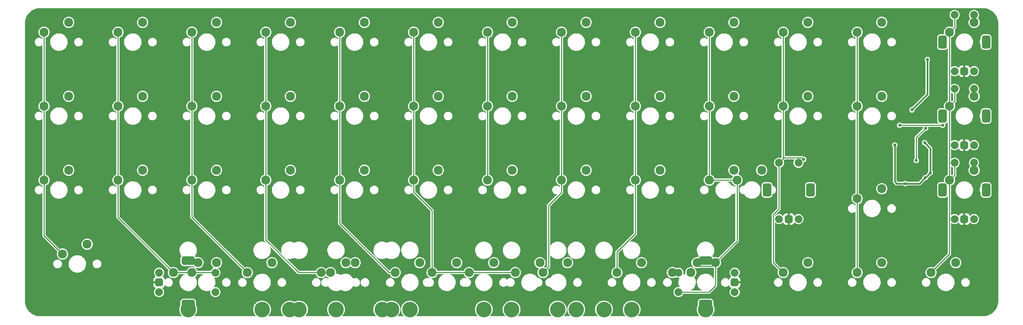
<source format=gbr>
%TF.GenerationSoftware,KiCad,Pcbnew,(7.0.0)*%
%TF.CreationDate,2023-11-25T12:29:40+01:00*%
%TF.ProjectId,Eightu Ortho,45696768-7475-4204-9f72-74686f2e6b69,rev?*%
%TF.SameCoordinates,Original*%
%TF.FileFunction,Copper,L1,Top*%
%TF.FilePolarity,Positive*%
%FSLAX46Y46*%
G04 Gerber Fmt 4.6, Leading zero omitted, Abs format (unit mm)*
G04 Created by KiCad (PCBNEW (7.0.0)) date 2023-11-25 12:29:40*
%MOMM*%
%LPD*%
G01*
G04 APERTURE LIST*
G04 Aperture macros list*
%AMRoundRect*
0 Rectangle with rounded corners*
0 $1 Rounding radius*
0 $2 $3 $4 $5 $6 $7 $8 $9 X,Y pos of 4 corners*
0 Add a 4 corners polygon primitive as box body*
4,1,4,$2,$3,$4,$5,$6,$7,$8,$9,$2,$3,0*
0 Add four circle primitives for the rounded corners*
1,1,$1+$1,$2,$3*
1,1,$1+$1,$4,$5*
1,1,$1+$1,$6,$7*
1,1,$1+$1,$8,$9*
0 Add four rect primitives between the rounded corners*
20,1,$1+$1,$2,$3,$4,$5,0*
20,1,$1+$1,$4,$5,$6,$7,0*
20,1,$1+$1,$6,$7,$8,$9,0*
20,1,$1+$1,$8,$9,$2,$3,0*%
G04 Aperture macros list end*
%TA.AperFunction,ComponentPad*%
%ADD10C,2.300000*%
%TD*%
%TA.AperFunction,ComponentPad*%
%ADD11C,4.000000*%
%TD*%
%TA.AperFunction,ComponentPad*%
%ADD12C,2.000000*%
%TD*%
%TA.AperFunction,ComponentPad*%
%ADD13RoundRect,0.500000X0.500000X-0.500000X0.500000X0.500000X-0.500000X0.500000X-0.500000X-0.500000X0*%
%TD*%
%TA.AperFunction,ComponentPad*%
%ADD14RoundRect,0.550000X0.550000X-1.150000X0.550000X1.150000X-0.550000X1.150000X-0.550000X-1.150000X0*%
%TD*%
%TA.AperFunction,ComponentPad*%
%ADD15RoundRect,0.500000X-0.500000X-0.500000X0.500000X-0.500000X0.500000X0.500000X-0.500000X0.500000X0*%
%TD*%
%TA.AperFunction,ComponentPad*%
%ADD16RoundRect,0.550000X-1.150000X-0.550000X1.150000X-0.550000X1.150000X0.550000X-1.150000X0.550000X0*%
%TD*%
%TA.AperFunction,ComponentPad*%
%ADD17RoundRect,0.500000X0.500000X0.500000X-0.500000X0.500000X-0.500000X-0.500000X0.500000X-0.500000X0*%
%TD*%
%TA.AperFunction,ComponentPad*%
%ADD18RoundRect,0.550000X1.150000X0.550000X-1.150000X0.550000X-1.150000X-0.550000X1.150000X-0.550000X0*%
%TD*%
%TA.AperFunction,ViaPad*%
%ADD19C,0.800000*%
%TD*%
%TA.AperFunction,Conductor*%
%ADD20C,0.250000*%
%TD*%
%TA.AperFunction,Conductor*%
%ADD21C,0.381000*%
%TD*%
G04 APERTURE END LIST*
D10*
%TO.P,MX25,1,1*%
%TO.N,COL11*%
X266065000Y-68897500D03*
%TO.P,MX25,2,2*%
%TO.N,Net-(D25-A)*%
X272415000Y-66357500D03*
%TD*%
%TO.P,MX44,1,1*%
%TO.N,COL5*%
X166052500Y-111760000D03*
%TO.P,MX44,2,2*%
%TO.N,Net-(D44-A)*%
X172402500Y-109220000D03*
%TD*%
%TO.P,MX15,1,1*%
%TO.N,COL0*%
X56515000Y-68897500D03*
%TO.P,MX15,2,2*%
%TO.N,Net-(D15-A)*%
X62865000Y-66357500D03*
%TD*%
%TO.P,MX46,1,1*%
%TO.N,R5*%
X218440000Y-111760000D03*
%TO.P,MX46,2,2*%
%TO.N,C5*%
X224790000Y-109220000D03*
%TD*%
%TO.P,MX19,1,1*%
%TO.N,COL4*%
X132715000Y-68897500D03*
%TO.P,MX19,2,2*%
%TO.N,Net-(D19-A)*%
X139065000Y-66357500D03*
%TD*%
%TO.P,MX17,1,1*%
%TO.N,COL2*%
X94615000Y-68897500D03*
%TO.P,MX17,2,2*%
%TO.N,Net-(D17-A)*%
X100965000Y-66357500D03*
%TD*%
%TO.P,MX56,1,1*%
%TO.N,COL7*%
X185102500Y-111760000D03*
%TO.P,MX56,2,2*%
%TO.N,Net-(D45-A)*%
X191452500Y-109220000D03*
%TD*%
%TO.P,MX51,1,1*%
%TO.N,R5*%
X223202500Y-111760000D03*
%TO.P,MX51,2,2*%
%TO.N,C5*%
X229552500Y-109220000D03*
%TD*%
%TO.P,MX49,1,1*%
%TO.N,C1*%
X285115000Y-111760000D03*
%TO.P,MX49,2,2*%
%TO.N,Net-(D49-A)*%
X291465000Y-109220000D03*
%TD*%
%TO.P,MX35,1,1*%
%TO.N,COL7*%
X189865000Y-87947500D03*
%TO.P,MX35,2,2*%
%TO.N,Net-(D35-A)*%
X196215000Y-85407500D03*
%TD*%
%TO.P,MX22,1,1*%
%TO.N,COL7*%
X189865000Y-68897500D03*
%TO.P,MX22,2,2*%
%TO.N,Net-(D22-A)*%
X196215000Y-66357500D03*
%TD*%
%TO.P,MX50,1,1*%
%TO.N,C4*%
X89852500Y-111760000D03*
%TO.P,MX50,2,2*%
%TO.N,R4*%
X96202500Y-109220000D03*
%TD*%
%TO.P,MX41,1,1*%
%TO.N,COL0*%
X61277500Y-106997500D03*
%TO.P,MX41,2,2*%
%TO.N,Net-(D41-A)*%
X67627500Y-104457500D03*
%TD*%
%TO.P,MX54,1,1*%
%TO.N,COL3*%
X130333750Y-111760000D03*
%TO.P,MX54,2,2*%
%TO.N,Net-(D27-A)*%
X136683750Y-109220000D03*
%TD*%
%TO.P,MX48,1,1*%
%TO.N,COL11*%
X266065000Y-111760000D03*
%TO.P,MX48,2,2*%
%TO.N,Net-(D48-A)*%
X272415000Y-109220000D03*
%TD*%
%TO.P,MX34,1,1*%
%TO.N,COL6*%
X170815000Y-87947500D03*
%TO.P,MX34,2,2*%
%TO.N,Net-(D34-A)*%
X177165000Y-85407500D03*
%TD*%
%TO.P,MX5,1,1*%
%TO.N,COL4*%
X132715000Y-49847500D03*
%TO.P,MX5,2,2*%
%TO.N,Net-(D5-A)*%
X139065000Y-47307500D03*
%TD*%
%TO.P,MX21,1,1*%
%TO.N,COL6*%
X170815000Y-68897500D03*
%TO.P,MX21,2,2*%
%TO.N,Net-(D21-A)*%
X177165000Y-66357500D03*
%TD*%
D11*
%TO.P,S2,*%
%TO.N,*%
X200818750Y-121285000D03*
X177006250Y-121285000D03*
%TD*%
D10*
%TO.P,MX26,1,1*%
%TO.N,C1*%
X289877500Y-68897500D03*
%TO.P,MX26,2,2*%
%TO.N,R2*%
X296227500Y-66357500D03*
%TD*%
%TO.P,MX42,1,1*%
%TO.N,C4*%
X94615000Y-111760000D03*
%TO.P,MX42,2,2*%
%TO.N,R4*%
X100965000Y-109220000D03*
%TD*%
D11*
%TO.P,S10,*%
%TO.N,*%
X193675000Y-121285000D03*
X169862500Y-121285000D03*
%TD*%
%TO.P,S3,*%
%TO.N,*%
X227012500Y-121285000D03*
X112712500Y-121285000D03*
%TD*%
D10*
%TO.P,MX12,1,1*%
%TO.N,COL11*%
X266065000Y-49847500D03*
%TO.P,MX12,2,2*%
%TO.N,Net-(D12-A)*%
X272415000Y-47307500D03*
%TD*%
D12*
%TO.P,SW7,A,A*%
%TO.N,ENC_K*%
X245943750Y-97987500D03*
%TO.P,SW7,B,B*%
%TO.N,ENC_L*%
X250943750Y-97987500D03*
D13*
%TO.P,SW7,C,C*%
%TO.N,GND*%
X248443750Y-97987500D03*
D14*
%TO.P,SW7,MP*%
%TO.N,N/C*%
X242843750Y-90487500D03*
X254043750Y-90487500D03*
D12*
%TO.P,SW7,S1,S1*%
%TO.N,R6*%
X250943750Y-83487500D03*
%TO.P,SW7,S2,S2*%
%TO.N,C6*%
X245943750Y-83487500D03*
%TD*%
D10*
%TO.P,MX14,1,1*%
%TO.N,C6*%
X247015000Y-68897500D03*
%TO.P,MX14,2,2*%
%TO.N,Net-(D14-A)*%
X253365000Y-66357500D03*
%TD*%
%TO.P,MX40,1,1*%
%TO.N,COL4*%
X147002500Y-111760000D03*
%TO.P,MX40,2,2*%
%TO.N,Net-(D40-A)*%
X153352500Y-109220000D03*
%TD*%
%TO.P,MX36,1,1*%
%TO.N,COL8*%
X208915000Y-87947500D03*
%TO.P,MX36,2,2*%
%TO.N,Net-(D36-A)*%
X215265000Y-85407500D03*
%TD*%
%TO.P,MX59,1,1*%
%TO.N,COL8*%
X204152500Y-111760000D03*
%TO.P,MX59,2,2*%
%TO.N,Net-(D50-A)*%
X210502500Y-109220000D03*
%TD*%
%TO.P,MX61,1,1*%
%TO.N,C5*%
X227965000Y-87947500D03*
%TO.P,MX61,2,2*%
%TO.N,Net-(D37-A)*%
X234315000Y-85407500D03*
%TD*%
%TO.P,MX8,1,1*%
%TO.N,COL7*%
X189865000Y-49847500D03*
%TO.P,MX8,2,2*%
%TO.N,Net-(D8-A)*%
X196215000Y-47307500D03*
%TD*%
%TO.P,MX52,1,1*%
%TO.N,COL2*%
X108902500Y-111760000D03*
%TO.P,MX52,2,2*%
%TO.N,Net-(D43-A)*%
X115252500Y-109220000D03*
%TD*%
%TO.P,MX58,1,1*%
%TO.N,COL5*%
X177958750Y-111760000D03*
%TO.P,MX58,2,2*%
%TO.N,Net-(D44-A)*%
X184308750Y-109220000D03*
%TD*%
D11*
%TO.P,S7,*%
%TO.N,*%
X150812500Y-121285000D03*
X112712500Y-121285000D03*
%TD*%
%TO.P,S1,*%
%TO.N,*%
X143668750Y-121285000D03*
X119856250Y-121285000D03*
%TD*%
D10*
%TO.P,MX31,1,1*%
%TO.N,COL3*%
X113665000Y-87947500D03*
%TO.P,MX31,2,2*%
%TO.N,Net-(D31-A)*%
X120015000Y-85407500D03*
%TD*%
%TO.P,MX38,1,1*%
%TO.N,COL11*%
X266065000Y-92710000D03*
%TO.P,MX38,2,2*%
%TO.N,Net-(D38-A)*%
X272415000Y-90170000D03*
%TD*%
%TO.P,MX18,1,1*%
%TO.N,COL3*%
X113665000Y-68897500D03*
%TO.P,MX18,2,2*%
%TO.N,Net-(D18-A)*%
X120015000Y-66357500D03*
%TD*%
%TO.P,MX32,1,1*%
%TO.N,COL4*%
X132715000Y-87947500D03*
%TO.P,MX32,2,2*%
%TO.N,Net-(D32-A)*%
X139065000Y-85407500D03*
%TD*%
D12*
%TO.P,SW4,A,A*%
%TO.N,ENC_G*%
X86162500Y-111800000D03*
%TO.P,SW4,B,B*%
%TO.N,ENC_H*%
X86162500Y-116800000D03*
D15*
%TO.P,SW4,C,C*%
%TO.N,GND*%
X86162500Y-114300000D03*
D16*
%TO.P,SW4,MP*%
%TO.N,N/C*%
X93662500Y-108700000D03*
X93662500Y-119900000D03*
D12*
%TO.P,SW4,S1,S1*%
%TO.N,R4*%
X100662500Y-116800000D03*
%TO.P,SW4,S2,S2*%
%TO.N,C4*%
X100662500Y-111800000D03*
%TD*%
D10*
%TO.P,MX29,1,1*%
%TO.N,C4*%
X75565000Y-87947500D03*
%TO.P,MX29,2,2*%
%TO.N,Net-(D29-A)*%
X81915000Y-85407500D03*
%TD*%
%TO.P,MX6,1,1*%
%TO.N,COL5*%
X151765000Y-49847500D03*
%TO.P,MX6,2,2*%
%TO.N,Net-(D6-A)*%
X158115000Y-47307500D03*
%TD*%
%TO.P,MX30,1,1*%
%TO.N,COL2*%
X94615000Y-87947500D03*
%TO.P,MX30,2,2*%
%TO.N,Net-(D30-A)*%
X100965000Y-85407500D03*
%TD*%
%TO.P,MX1,1,1*%
%TO.N,COL0*%
X56515000Y-49847500D03*
%TO.P,MX1,2,2*%
%TO.N,Net-(D1-A)*%
X62865000Y-47307500D03*
%TD*%
%TO.P,MX7,1,1*%
%TO.N,COL6*%
X170815000Y-49847500D03*
%TO.P,MX7,2,2*%
%TO.N,Net-(D7-A)*%
X177165000Y-47307500D03*
%TD*%
%TO.P,MX39,1,1*%
%TO.N,C1*%
X289877500Y-87947500D03*
%TO.P,MX39,2,2*%
%TO.N,R3*%
X296227500Y-85407500D03*
%TD*%
%TO.P,MX28,1,1*%
%TO.N,COL0*%
X56515000Y-87947500D03*
%TO.P,MX28,2,2*%
%TO.N,Net-(D28-A)*%
X62865000Y-85407500D03*
%TD*%
D11*
%TO.P,S5,*%
%TO.N,*%
X188912500Y-121285000D03*
X131762500Y-121285000D03*
%TD*%
%TO.P,S4,*%
%TO.N,*%
X207962500Y-121285000D03*
X112712500Y-121285000D03*
%TD*%
D10*
%TO.P,MX37,1,1*%
%TO.N,C5*%
X235108750Y-87947500D03*
%TO.P,MX37,2,2*%
%TO.N,Net-(D37-A)*%
X241458750Y-85407500D03*
%TD*%
D12*
%TO.P,SW5,A,A*%
%TO.N,ENC_I*%
X234512500Y-116800000D03*
%TO.P,SW5,B,B*%
%TO.N,ENC_J*%
X234512500Y-111800000D03*
D17*
%TO.P,SW5,C,C*%
%TO.N,GND*%
X234512500Y-114300000D03*
D18*
%TO.P,SW5,MP*%
%TO.N,N/C*%
X227012500Y-119900000D03*
X227012500Y-108700000D03*
D12*
%TO.P,SW5,S1,S1*%
%TO.N,R5*%
X220012500Y-111800000D03*
%TO.P,SW5,S2,S2*%
%TO.N,C5*%
X220012500Y-116800000D03*
%TD*%
D10*
%TO.P,MX47,1,1*%
%TO.N,C6*%
X247015000Y-111760000D03*
%TO.P,MX47,2,2*%
%TO.N,Net-(D47-A)*%
X253365000Y-109220000D03*
%TD*%
%TO.P,MX20,1,1*%
%TO.N,COL5*%
X151765000Y-68897500D03*
%TO.P,MX20,2,2*%
%TO.N,Net-(D20-A)*%
X158115000Y-66357500D03*
%TD*%
%TO.P,MX16,1,1*%
%TO.N,C4*%
X75565000Y-68897500D03*
%TO.P,MX16,2,2*%
%TO.N,Net-(D16-A)*%
X81915000Y-66357500D03*
%TD*%
%TO.P,MX11,1,1*%
%TO.N,C6*%
X247015000Y-49847500D03*
%TO.P,MX11,2,2*%
%TO.N,Net-(D11-A)*%
X253365000Y-47307500D03*
%TD*%
%TO.P,MX3,1,1*%
%TO.N,COL2*%
X94615000Y-49847500D03*
%TO.P,MX3,2,2*%
%TO.N,Net-(D3-A)*%
X100965000Y-47307500D03*
%TD*%
%TO.P,MX27,1,1*%
%TO.N,COL3*%
X127952500Y-111760000D03*
%TO.P,MX27,2,2*%
%TO.N,Net-(D27-A)*%
X134302500Y-109220000D03*
%TD*%
D11*
%TO.P,S8,*%
%TO.N,*%
X207962500Y-121285000D03*
X169862500Y-121285000D03*
%TD*%
%TO.P,S9,*%
%TO.N,*%
X146050000Y-121285000D03*
X122237500Y-121285000D03*
%TD*%
D10*
%TO.P,MX33,1,1*%
%TO.N,COL5*%
X151765000Y-87947500D03*
%TO.P,MX33,2,2*%
%TO.N,Net-(D33-A)*%
X158115000Y-85407500D03*
%TD*%
D12*
%TO.P,SW2,A,A*%
%TO.N,ENC_C*%
X291187500Y-78937500D03*
%TO.P,SW2,B,B*%
%TO.N,ENC_D*%
X296187500Y-78937500D03*
D13*
%TO.P,SW2,C,C*%
%TO.N,GND*%
X293687500Y-78937500D03*
D14*
%TO.P,SW2,MP*%
%TO.N,N/C*%
X288087500Y-71437500D03*
X299287500Y-71437500D03*
D12*
%TO.P,SW2,S1,S1*%
%TO.N,R2*%
X296187500Y-64437500D03*
%TO.P,SW2,S2,S2*%
%TO.N,C1*%
X291187500Y-64437500D03*
%TD*%
%TO.P,SW3,A,A*%
%TO.N,ENC_E*%
X291187500Y-97987500D03*
%TO.P,SW3,B,B*%
%TO.N,ENC_F*%
X296187500Y-97987500D03*
D13*
%TO.P,SW3,C,C*%
%TO.N,GND*%
X293687500Y-97987500D03*
D14*
%TO.P,SW3,MP*%
%TO.N,N/C*%
X288087500Y-90487500D03*
X299287500Y-90487500D03*
D12*
%TO.P,SW3,S1,S1*%
%TO.N,R3*%
X296187500Y-83487500D03*
%TO.P,SW3,S2,S2*%
%TO.N,C1*%
X291187500Y-83487500D03*
%TD*%
D10*
%TO.P,MX23,1,1*%
%TO.N,COL8*%
X208915000Y-68897500D03*
%TO.P,MX23,2,2*%
%TO.N,Net-(D23-A)*%
X215265000Y-66357500D03*
%TD*%
D11*
%TO.P,S6,*%
%TO.N,*%
X227012500Y-121285000D03*
X93662500Y-121285000D03*
%TD*%
D10*
%TO.P,MX10,1,1*%
%TO.N,C5*%
X227965000Y-49847500D03*
%TO.P,MX10,2,2*%
%TO.N,Net-(D10-A)*%
X234315000Y-47307500D03*
%TD*%
D12*
%TO.P,SW1,A,A*%
%TO.N,ENC_A*%
X291187500Y-59887500D03*
%TO.P,SW1,B,B*%
%TO.N,ENC_B*%
X296187500Y-59887500D03*
D13*
%TO.P,SW1,C,C*%
%TO.N,GND*%
X293687500Y-59887500D03*
D14*
%TO.P,SW1,MP*%
%TO.N,N/C*%
X288087500Y-52387500D03*
X299287500Y-52387500D03*
D12*
%TO.P,SW1,S1,S1*%
%TO.N,R1*%
X296187500Y-45387500D03*
%TO.P,SW1,S2,S2*%
%TO.N,C1*%
X291187500Y-45387500D03*
%TD*%
D10*
%TO.P,MX4,1,1*%
%TO.N,COL3*%
X113665000Y-49847500D03*
%TO.P,MX4,2,2*%
%TO.N,Net-(D4-A)*%
X120015000Y-47307500D03*
%TD*%
%TO.P,MX9,1,1*%
%TO.N,COL8*%
X208915000Y-49847500D03*
%TO.P,MX9,2,2*%
%TO.N,Net-(D9-A)*%
X215265000Y-47307500D03*
%TD*%
%TO.P,MX13,1,1*%
%TO.N,C1*%
X289877500Y-49847500D03*
%TO.P,MX13,2,2*%
%TO.N,R1*%
X296227500Y-47307500D03*
%TD*%
%TO.P,MX24,1,1*%
%TO.N,C5*%
X227965000Y-68897500D03*
%TO.P,MX24,2,2*%
%TO.N,Net-(D24-A)*%
X234315000Y-66357500D03*
%TD*%
%TO.P,MX55,1,1*%
%TO.N,COL5*%
X156527500Y-111760000D03*
%TO.P,MX55,2,2*%
%TO.N,Net-(D44-A)*%
X162877500Y-109220000D03*
%TD*%
%TO.P,MX2,1,1*%
%TO.N,C4*%
X75565000Y-49847500D03*
%TO.P,MX2,2,2*%
%TO.N,Net-(D2-A)*%
X81915000Y-47307500D03*
%TD*%
D19*
%TO.N,ROW1*%
X288131250Y-73818750D03*
X277018750Y-73818750D03*
%TO.N,GND*%
X280903870Y-66314604D03*
X282575000Y-69850000D03*
X285463798Y-77320048D03*
X286490793Y-87333331D03*
X272587500Y-78781250D03*
X279995956Y-63374119D03*
X279731250Y-82881250D03*
X254175142Y-61020740D03*
X278937500Y-91757549D03*
%TO.N,+3V3*%
X280193750Y-69850000D03*
X283608767Y-87344710D03*
X275762500Y-78912500D03*
X284162500Y-56887500D03*
X284933241Y-86053181D03*
X278478269Y-88840443D03*
X283476453Y-78319488D03*
%TO.N,BOOT0*%
X283731485Y-74543250D03*
X281318750Y-82881250D03*
%TO.N,C6*%
X252279086Y-82607000D03*
%TD*%
D20*
%TO.N,ROW1*%
X277018750Y-73818750D02*
X288131250Y-73818750D01*
%TO.N,COL0*%
X56515000Y-87947500D02*
X56495000Y-87967500D01*
X56495000Y-87967500D02*
X56495000Y-102215000D01*
X56515000Y-49847500D02*
X56515000Y-87947500D01*
X56495000Y-102215000D02*
X61277500Y-106997500D01*
%TO.N,C4*%
X75565000Y-97472500D02*
X89852500Y-111760000D01*
X75565000Y-87947500D02*
X75565000Y-97472500D01*
X100622500Y-111760000D02*
X100662500Y-111800000D01*
X89852500Y-111760000D02*
X100622500Y-111760000D01*
X75565000Y-68897500D02*
X75565000Y-87947500D01*
X75565000Y-49847500D02*
X75565000Y-68897500D01*
%TO.N,COL2*%
X94615000Y-87947500D02*
X94615000Y-97472500D01*
X94615000Y-49847500D02*
X94615000Y-87947500D01*
X94615000Y-97472500D02*
X108902500Y-111760000D01*
%TO.N,COL3*%
X122078750Y-111760000D02*
X130333750Y-111760000D01*
X113665000Y-49847500D02*
X113665000Y-87947500D01*
X113665000Y-103346250D02*
X122078750Y-111760000D01*
X127952500Y-111760000D02*
X130333750Y-111760000D01*
X113665000Y-87947500D02*
X113665000Y-103346250D01*
%TO.N,COL4*%
X132715000Y-96043750D02*
X132715000Y-99098845D01*
X132715000Y-99098845D02*
X145376155Y-111760000D01*
X132715000Y-49847500D02*
X132715000Y-87947500D01*
X132715000Y-87947500D02*
X132715000Y-96043750D01*
X145376155Y-111760000D02*
X147002500Y-111760000D01*
%TO.N,COL5*%
X151765000Y-90985267D02*
X156527500Y-95747767D01*
X156527500Y-111760000D02*
X177958750Y-111760000D01*
X151765000Y-49847500D02*
X151765000Y-87947500D01*
X156527500Y-95747767D02*
X156527500Y-111760000D01*
X151765000Y-87947500D02*
X151765000Y-90985267D01*
%TO.N,COL6*%
X170815000Y-49847500D02*
X170815000Y-87947500D01*
%TO.N,COL7*%
X186543600Y-94443900D02*
X189865000Y-91122500D01*
X185102500Y-111760000D02*
X186543600Y-110318900D01*
X186543600Y-110318900D02*
X186543600Y-94443900D01*
X189865000Y-91122500D02*
X189865000Y-87947500D01*
X189865000Y-49847500D02*
X189865000Y-87947500D01*
%TO.N,C5*%
X235108750Y-103663750D02*
X229552500Y-109220000D01*
X227862631Y-116800000D02*
X220012500Y-116800000D01*
X229552500Y-115110131D02*
X227862631Y-116800000D01*
X235108750Y-87947500D02*
X235108750Y-103663750D01*
X228628750Y-110143750D02*
X229552500Y-109220000D01*
X229552500Y-109220000D02*
X229552500Y-115110131D01*
X225518813Y-110143750D02*
X228628750Y-110143750D01*
X224790000Y-109414937D02*
X225518813Y-110143750D01*
X227965000Y-87947500D02*
X235108750Y-87947500D01*
X224790000Y-109220000D02*
X224790000Y-109414937D01*
X227965000Y-49847500D02*
X227965000Y-87947500D01*
%TO.N,COL11*%
X266065000Y-49847500D02*
X266065000Y-92710000D01*
X266065000Y-92710000D02*
X266065000Y-111760000D01*
%TO.N,C1*%
X289862500Y-81756250D02*
X289862500Y-87932500D01*
X289862500Y-68912500D02*
X289877500Y-68897500D01*
X289862500Y-87962500D02*
X289877500Y-87947500D01*
X289857500Y-68877500D02*
X289877500Y-68897500D01*
X289857500Y-62706250D02*
X289857500Y-49867500D01*
X289862500Y-82162500D02*
X289862500Y-81756250D01*
X289857500Y-63107500D02*
X289857500Y-62706250D01*
X291187500Y-83487500D02*
X291187500Y-86637500D01*
X289862500Y-107012500D02*
X289862500Y-87962500D01*
X291187500Y-64437500D02*
X291187500Y-67587500D01*
X289862500Y-87932500D02*
X289877500Y-87947500D01*
X289857500Y-62706250D02*
X289857500Y-68877500D01*
X291187500Y-48537500D02*
X289877500Y-49847500D01*
X289857500Y-49867500D02*
X289877500Y-49847500D01*
X289862500Y-107012500D02*
X285115000Y-111760000D01*
X291187500Y-67587500D02*
X289877500Y-68897500D01*
X291187500Y-45387500D02*
X291187500Y-48537500D01*
X289862500Y-81756250D02*
X289862500Y-68912500D01*
X291187500Y-86637500D02*
X289877500Y-87947500D01*
D21*
%TO.N,+3V3*%
X275762500Y-88318386D02*
X276284557Y-88840443D01*
X283608767Y-87344710D02*
X282113034Y-88840443D01*
X284933241Y-86053181D02*
X283641712Y-87344710D01*
X284162500Y-65881250D02*
X284162500Y-56887500D01*
X282113034Y-88840443D02*
X278478269Y-88840443D01*
X283476453Y-78319488D02*
X284933241Y-79776276D01*
X276284557Y-88840443D02*
X278478269Y-88840443D01*
X283641712Y-87344710D02*
X283608767Y-87344710D01*
X280193750Y-69850000D02*
X284162500Y-65881250D01*
X284933241Y-79776276D02*
X284933241Y-86053181D01*
X275762500Y-78912500D02*
X275762500Y-88318386D01*
D20*
%TO.N,BOOT0*%
X281318750Y-82881250D02*
X281318750Y-76955985D01*
X281318750Y-76955985D02*
X283731485Y-74543250D01*
%TO.N,C6*%
X247015000Y-68897500D02*
X247015000Y-82416250D01*
X247015000Y-82416250D02*
X245943750Y-83487500D01*
X244475000Y-96837500D02*
X244475000Y-109220000D01*
X251834586Y-82162500D02*
X252279086Y-82607000D01*
X247015000Y-49847500D02*
X247015000Y-68897500D01*
X245943750Y-83487500D02*
X245943750Y-95368750D01*
X244475000Y-109220000D02*
X247015000Y-111760000D01*
X247015000Y-82416250D02*
X247268750Y-82162500D01*
X247268750Y-82162500D02*
X251834586Y-82162500D01*
X245943750Y-95368750D02*
X244475000Y-96837500D01*
%TO.N,COL8*%
X204152500Y-106504869D02*
X204152500Y-111760000D01*
X208915000Y-87947500D02*
X208915000Y-101742369D01*
X208915000Y-49847500D02*
X208915000Y-87947500D01*
X208915000Y-101742369D02*
X204152500Y-106504869D01*
%TD*%
%TA.AperFunction,Conductor*%
%TO.N,GND*%
G36*
X298450359Y-43625462D02*
G01*
X298622939Y-43633445D01*
X298622938Y-43633453D01*
X298622968Y-43633446D01*
X298623118Y-43633453D01*
X298824902Y-43643371D01*
X298825897Y-43643464D01*
X299013560Y-43669646D01*
X299202016Y-43697605D01*
X299202926Y-43697780D01*
X299389495Y-43741664D01*
X299572223Y-43787438D01*
X299573011Y-43787668D01*
X299755547Y-43848851D01*
X299755701Y-43848904D01*
X299932146Y-43912039D01*
X299932905Y-43912342D01*
X300109446Y-43990295D01*
X300109641Y-43990384D01*
X300278562Y-44070279D01*
X300279239Y-44070627D01*
X300448112Y-44164689D01*
X300448361Y-44164834D01*
X300602502Y-44257223D01*
X300608370Y-44260740D01*
X300608955Y-44261115D01*
X300696449Y-44321051D01*
X300768509Y-44370413D01*
X300768854Y-44370658D01*
X300791110Y-44387164D01*
X300918549Y-44481680D01*
X300919045Y-44482070D01*
X301067913Y-44605686D01*
X301068289Y-44606012D01*
X301206305Y-44731102D01*
X301206714Y-44731491D01*
X301268398Y-44793174D01*
X301343588Y-44868363D01*
X301343951Y-44868745D01*
X301343980Y-44868776D01*
X301469051Y-45006769D01*
X301469377Y-45007145D01*
X301592997Y-45156012D01*
X301593387Y-45156508D01*
X301704405Y-45306196D01*
X301704655Y-45306548D01*
X301813955Y-45466101D01*
X301814332Y-45466688D01*
X301910221Y-45626663D01*
X301910404Y-45626979D01*
X302004443Y-45795804D01*
X302004792Y-45796483D01*
X302084682Y-45965388D01*
X302084806Y-45965660D01*
X302162736Y-46142144D01*
X302163044Y-46142914D01*
X302226158Y-46319291D01*
X302226234Y-46319511D01*
X302287406Y-46502011D01*
X302287657Y-46502871D01*
X302333413Y-46685516D01*
X302333452Y-46685678D01*
X302377306Y-46872113D01*
X302377487Y-46873058D01*
X302405452Y-47061537D01*
X302405459Y-47061638D01*
X302405467Y-47061637D01*
X302431624Y-47249107D01*
X302431720Y-47250133D01*
X302442116Y-47462141D01*
X302442116Y-47462174D01*
X302442118Y-47462174D01*
X302449613Y-47624186D01*
X302449567Y-47624851D01*
X302449600Y-47624851D01*
X302449500Y-119030750D01*
X302449500Y-119030978D01*
X302449488Y-119031509D01*
X302441518Y-119203856D01*
X302441516Y-119203889D01*
X302431581Y-119406051D01*
X302431485Y-119407076D01*
X302405349Y-119594432D01*
X302405335Y-119594531D01*
X302377355Y-119783143D01*
X302377174Y-119784088D01*
X302333303Y-119970614D01*
X302333263Y-119970775D01*
X302287536Y-120153323D01*
X302287285Y-120154184D01*
X302226103Y-120336722D01*
X302226027Y-120336941D01*
X302162929Y-120513287D01*
X302162621Y-120514058D01*
X302084673Y-120690592D01*
X302084549Y-120690864D01*
X302004689Y-120859712D01*
X302004340Y-120860391D01*
X301910290Y-121029244D01*
X301910107Y-121029560D01*
X301814219Y-121189538D01*
X301813842Y-121190125D01*
X301704553Y-121349667D01*
X301704303Y-121350018D01*
X301593281Y-121499716D01*
X301592891Y-121500213D01*
X301469284Y-121649068D01*
X301468958Y-121649444D01*
X301343859Y-121787472D01*
X301343470Y-121787881D01*
X301206616Y-121924736D01*
X301206207Y-121925125D01*
X301068184Y-122050224D01*
X301067808Y-122050550D01*
X300918962Y-122174152D01*
X300918466Y-122174542D01*
X300768746Y-122285584D01*
X300768394Y-122285834D01*
X300608868Y-122395115D01*
X300608281Y-122395492D01*
X300448292Y-122491388D01*
X300447976Y-122491571D01*
X300279144Y-122585612D01*
X300278465Y-122585961D01*
X300109598Y-122665833D01*
X300109326Y-122665957D01*
X299932803Y-122743903D01*
X299932032Y-122744211D01*
X299755670Y-122807317D01*
X299755451Y-122807393D01*
X299572944Y-122868567D01*
X299572083Y-122868818D01*
X299389416Y-122914577D01*
X299389255Y-122914616D01*
X299202845Y-122958463D01*
X299201900Y-122958644D01*
X299013433Y-122986605D01*
X299013334Y-122986620D01*
X298825835Y-123012779D01*
X298824809Y-123012875D01*
X298612938Y-123023261D01*
X298612906Y-123023263D01*
X298450763Y-123030763D01*
X298450099Y-123030716D01*
X298450099Y-123030750D01*
X228541473Y-123030750D01*
X228534928Y-123028706D01*
X228530710Y-123023301D01*
X228530318Y-123016456D01*
X228533890Y-123010604D01*
X228561255Y-122986605D01*
X228642689Y-122915189D01*
X228841525Y-122688461D01*
X229009066Y-122437718D01*
X229142445Y-122167252D01*
X229239380Y-121881691D01*
X229298213Y-121585920D01*
X229317936Y-121285000D01*
X229298213Y-120984080D01*
X229239380Y-120688309D01*
X229142445Y-120402748D01*
X229014185Y-120142663D01*
X229013000Y-120137578D01*
X229013000Y-119276250D01*
X229013000Y-119276046D01*
X229010183Y-119234505D01*
X228965537Y-119054979D01*
X228883342Y-118889247D01*
X228767440Y-118745060D01*
X228623253Y-118629158D01*
X228540386Y-118588060D01*
X228458076Y-118547238D01*
X228458074Y-118547237D01*
X228457521Y-118546963D01*
X228456917Y-118546812D01*
X228456915Y-118546812D01*
X228278481Y-118502437D01*
X228278471Y-118502435D01*
X228277995Y-118502317D01*
X228277499Y-118502283D01*
X228277497Y-118502283D01*
X228236652Y-118499513D01*
X228236639Y-118499512D01*
X228236454Y-118499500D01*
X225788546Y-118499500D01*
X225788360Y-118499512D01*
X225788347Y-118499513D01*
X225747502Y-118502283D01*
X225747498Y-118502283D01*
X225747005Y-118502317D01*
X225746530Y-118502435D01*
X225746518Y-118502437D01*
X225568084Y-118546812D01*
X225568079Y-118546813D01*
X225567479Y-118546963D01*
X225566928Y-118547235D01*
X225566923Y-118547238D01*
X225402301Y-118628883D01*
X225401747Y-118629158D01*
X225401267Y-118629543D01*
X225401262Y-118629547D01*
X225258049Y-118744666D01*
X225258044Y-118744670D01*
X225257560Y-118745060D01*
X225257170Y-118745544D01*
X225257166Y-118745549D01*
X225142047Y-118888762D01*
X225142043Y-118888767D01*
X225141658Y-118889247D01*
X225141384Y-118889799D01*
X225141383Y-118889801D01*
X225059738Y-119054423D01*
X225059735Y-119054428D01*
X225059463Y-119054979D01*
X225059313Y-119055579D01*
X225059312Y-119055584D01*
X225014937Y-119234018D01*
X225014935Y-119234030D01*
X225014817Y-119234505D01*
X225012000Y-119276046D01*
X225012000Y-119276250D01*
X225012000Y-120137578D01*
X225010814Y-120142664D01*
X224882722Y-120402408D01*
X224882718Y-120402416D01*
X224882555Y-120402748D01*
X224882440Y-120403085D01*
X224882434Y-120403101D01*
X224785740Y-120687954D01*
X224785738Y-120687961D01*
X224785620Y-120688309D01*
X224785548Y-120688669D01*
X224785546Y-120688678D01*
X224726860Y-120983709D01*
X224726858Y-120983720D01*
X224726787Y-120984080D01*
X224726762Y-120984456D01*
X224726762Y-120984459D01*
X224713322Y-121189526D01*
X224707064Y-121285000D01*
X224726787Y-121585920D01*
X224726858Y-121586281D01*
X224726860Y-121586290D01*
X224781913Y-121863055D01*
X224785620Y-121881691D01*
X224785739Y-121882042D01*
X224785740Y-121882045D01*
X224882434Y-122166898D01*
X224882438Y-122166908D01*
X224882555Y-122167252D01*
X225015934Y-122437718D01*
X225016134Y-122438017D01*
X225016139Y-122438026D01*
X225168438Y-122665957D01*
X225183475Y-122688461D01*
X225382311Y-122915189D01*
X225382595Y-122915438D01*
X225382597Y-122915440D01*
X225491110Y-123010604D01*
X225494682Y-123016456D01*
X225494290Y-123023301D01*
X225490072Y-123028706D01*
X225483527Y-123030750D01*
X209491473Y-123030750D01*
X209484928Y-123028706D01*
X209480710Y-123023301D01*
X209480318Y-123016456D01*
X209483890Y-123010604D01*
X209511255Y-122986605D01*
X209592689Y-122915189D01*
X209791525Y-122688461D01*
X209959066Y-122437718D01*
X210092445Y-122167252D01*
X210189380Y-121881691D01*
X210248213Y-121585920D01*
X210267936Y-121285000D01*
X210248213Y-120984080D01*
X210189380Y-120688309D01*
X210092445Y-120402748D01*
X209959066Y-120132282D01*
X209954711Y-120125765D01*
X209791734Y-119881852D01*
X209791525Y-119881539D01*
X209592689Y-119654811D01*
X209365961Y-119455975D01*
X209365647Y-119455765D01*
X209115526Y-119288639D01*
X209115517Y-119288634D01*
X209115218Y-119288434D01*
X208844752Y-119155055D01*
X208844408Y-119154938D01*
X208844398Y-119154934D01*
X208559545Y-119058240D01*
X208559542Y-119058239D01*
X208559191Y-119058120D01*
X208558826Y-119058047D01*
X208558821Y-119058046D01*
X208263790Y-118999360D01*
X208263781Y-118999358D01*
X208263420Y-118999287D01*
X208263041Y-118999262D01*
X208263040Y-118999262D01*
X207962881Y-118979589D01*
X207962500Y-118979564D01*
X207962119Y-118979589D01*
X207661959Y-118999262D01*
X207661956Y-118999262D01*
X207661580Y-118999287D01*
X207661220Y-118999358D01*
X207661209Y-118999360D01*
X207366178Y-119058046D01*
X207366169Y-119058048D01*
X207365809Y-119058120D01*
X207365461Y-119058238D01*
X207365454Y-119058240D01*
X207080601Y-119154934D01*
X207080585Y-119154940D01*
X207080248Y-119155055D01*
X207079916Y-119155218D01*
X207079908Y-119155222D01*
X206810116Y-119288269D01*
X206810112Y-119288271D01*
X206809782Y-119288434D01*
X206809488Y-119288629D01*
X206809473Y-119288639D01*
X206559352Y-119455765D01*
X206559343Y-119455771D01*
X206559039Y-119455975D01*
X206558760Y-119456219D01*
X206558753Y-119456225D01*
X206332603Y-119654554D01*
X206332595Y-119654561D01*
X206332311Y-119654811D01*
X206332061Y-119655095D01*
X206332054Y-119655103D01*
X206133725Y-119881253D01*
X206133719Y-119881260D01*
X206133475Y-119881539D01*
X206133271Y-119881843D01*
X206133265Y-119881852D01*
X205966139Y-120131973D01*
X205966129Y-120131988D01*
X205965934Y-120132282D01*
X205965771Y-120132612D01*
X205965769Y-120132616D01*
X205832722Y-120402408D01*
X205832718Y-120402416D01*
X205832555Y-120402748D01*
X205832440Y-120403085D01*
X205832434Y-120403101D01*
X205735740Y-120687954D01*
X205735738Y-120687961D01*
X205735620Y-120688309D01*
X205735548Y-120688669D01*
X205735546Y-120688678D01*
X205676860Y-120983709D01*
X205676858Y-120983720D01*
X205676787Y-120984080D01*
X205676762Y-120984456D01*
X205676762Y-120984459D01*
X205663322Y-121189526D01*
X205657064Y-121285000D01*
X205676787Y-121585920D01*
X205676858Y-121586281D01*
X205676860Y-121586290D01*
X205731913Y-121863055D01*
X205735620Y-121881691D01*
X205735739Y-121882042D01*
X205735740Y-121882045D01*
X205832434Y-122166898D01*
X205832438Y-122166908D01*
X205832555Y-122167252D01*
X205965934Y-122437718D01*
X205966134Y-122438017D01*
X205966139Y-122438026D01*
X206118438Y-122665957D01*
X206133475Y-122688461D01*
X206332311Y-122915189D01*
X206332595Y-122915438D01*
X206332597Y-122915440D01*
X206441110Y-123010604D01*
X206444682Y-123016456D01*
X206444290Y-123023301D01*
X206440072Y-123028706D01*
X206433527Y-123030750D01*
X202347723Y-123030750D01*
X202341178Y-123028706D01*
X202336960Y-123023301D01*
X202336568Y-123016456D01*
X202340140Y-123010604D01*
X202367505Y-122986605D01*
X202448939Y-122915189D01*
X202647775Y-122688461D01*
X202815316Y-122437718D01*
X202948695Y-122167252D01*
X203045630Y-121881691D01*
X203104463Y-121585920D01*
X203124186Y-121285000D01*
X203104463Y-120984080D01*
X203045630Y-120688309D01*
X202948695Y-120402748D01*
X202815316Y-120132282D01*
X202810961Y-120125765D01*
X202647984Y-119881852D01*
X202647775Y-119881539D01*
X202448939Y-119654811D01*
X202222211Y-119455975D01*
X202221897Y-119455765D01*
X201971776Y-119288639D01*
X201971767Y-119288634D01*
X201971468Y-119288434D01*
X201701002Y-119155055D01*
X201700658Y-119154938D01*
X201700648Y-119154934D01*
X201415795Y-119058240D01*
X201415792Y-119058239D01*
X201415441Y-119058120D01*
X201415076Y-119058047D01*
X201415071Y-119058046D01*
X201120040Y-118999360D01*
X201120031Y-118999358D01*
X201119670Y-118999287D01*
X201119291Y-118999262D01*
X201119290Y-118999262D01*
X200819131Y-118979589D01*
X200818750Y-118979564D01*
X200818369Y-118979589D01*
X200518209Y-118999262D01*
X200518206Y-118999262D01*
X200517830Y-118999287D01*
X200517470Y-118999358D01*
X200517459Y-118999360D01*
X200222428Y-119058046D01*
X200222419Y-119058048D01*
X200222059Y-119058120D01*
X200221711Y-119058238D01*
X200221704Y-119058240D01*
X199936851Y-119154934D01*
X199936835Y-119154940D01*
X199936498Y-119155055D01*
X199936166Y-119155218D01*
X199936158Y-119155222D01*
X199666366Y-119288269D01*
X199666362Y-119288271D01*
X199666032Y-119288434D01*
X199665738Y-119288629D01*
X199665723Y-119288639D01*
X199415602Y-119455765D01*
X199415593Y-119455771D01*
X199415289Y-119455975D01*
X199415010Y-119456219D01*
X199415003Y-119456225D01*
X199188853Y-119654554D01*
X199188845Y-119654561D01*
X199188561Y-119654811D01*
X199188311Y-119655095D01*
X199188304Y-119655103D01*
X198989975Y-119881253D01*
X198989969Y-119881260D01*
X198989725Y-119881539D01*
X198989521Y-119881843D01*
X198989515Y-119881852D01*
X198822389Y-120131973D01*
X198822379Y-120131988D01*
X198822184Y-120132282D01*
X198822021Y-120132612D01*
X198822019Y-120132616D01*
X198688972Y-120402408D01*
X198688968Y-120402416D01*
X198688805Y-120402748D01*
X198688690Y-120403085D01*
X198688684Y-120403101D01*
X198591990Y-120687954D01*
X198591988Y-120687961D01*
X198591870Y-120688309D01*
X198591798Y-120688669D01*
X198591796Y-120688678D01*
X198533110Y-120983709D01*
X198533108Y-120983720D01*
X198533037Y-120984080D01*
X198533012Y-120984456D01*
X198533012Y-120984459D01*
X198519572Y-121189526D01*
X198513314Y-121285000D01*
X198533037Y-121585920D01*
X198533108Y-121586281D01*
X198533110Y-121586290D01*
X198588163Y-121863055D01*
X198591870Y-121881691D01*
X198591989Y-121882042D01*
X198591990Y-121882045D01*
X198688684Y-122166898D01*
X198688688Y-122166908D01*
X198688805Y-122167252D01*
X198822184Y-122437718D01*
X198822384Y-122438017D01*
X198822389Y-122438026D01*
X198974688Y-122665957D01*
X198989725Y-122688461D01*
X199188561Y-122915189D01*
X199188845Y-122915438D01*
X199188847Y-122915440D01*
X199297360Y-123010604D01*
X199300932Y-123016456D01*
X199300540Y-123023301D01*
X199296322Y-123028706D01*
X199289777Y-123030750D01*
X195203973Y-123030750D01*
X195197428Y-123028706D01*
X195193210Y-123023301D01*
X195192818Y-123016456D01*
X195196390Y-123010604D01*
X195223755Y-122986605D01*
X195305189Y-122915189D01*
X195504025Y-122688461D01*
X195671566Y-122437718D01*
X195804945Y-122167252D01*
X195901880Y-121881691D01*
X195960713Y-121585920D01*
X195980436Y-121285000D01*
X195960713Y-120984080D01*
X195901880Y-120688309D01*
X195804945Y-120402748D01*
X195671566Y-120132282D01*
X195667211Y-120125765D01*
X195504234Y-119881852D01*
X195504025Y-119881539D01*
X195305189Y-119654811D01*
X195078461Y-119455975D01*
X195078147Y-119455765D01*
X194828026Y-119288639D01*
X194828017Y-119288634D01*
X194827718Y-119288434D01*
X194557252Y-119155055D01*
X194556908Y-119154938D01*
X194556898Y-119154934D01*
X194272045Y-119058240D01*
X194272042Y-119058239D01*
X194271691Y-119058120D01*
X194271326Y-119058047D01*
X194271321Y-119058046D01*
X193976290Y-118999360D01*
X193976281Y-118999358D01*
X193975920Y-118999287D01*
X193975541Y-118999262D01*
X193975540Y-118999262D01*
X193675381Y-118979589D01*
X193675000Y-118979564D01*
X193674619Y-118979589D01*
X193374459Y-118999262D01*
X193374456Y-118999262D01*
X193374080Y-118999287D01*
X193373720Y-118999358D01*
X193373709Y-118999360D01*
X193078678Y-119058046D01*
X193078669Y-119058048D01*
X193078309Y-119058120D01*
X193077961Y-119058238D01*
X193077954Y-119058240D01*
X192793101Y-119154934D01*
X192793085Y-119154940D01*
X192792748Y-119155055D01*
X192792416Y-119155218D01*
X192792408Y-119155222D01*
X192522616Y-119288269D01*
X192522612Y-119288271D01*
X192522282Y-119288434D01*
X192521988Y-119288629D01*
X192521973Y-119288639D01*
X192271852Y-119455765D01*
X192271843Y-119455771D01*
X192271539Y-119455975D01*
X192271260Y-119456219D01*
X192271253Y-119456225D01*
X192045103Y-119654554D01*
X192045095Y-119654561D01*
X192044811Y-119654811D01*
X192044561Y-119655095D01*
X192044554Y-119655103D01*
X191846225Y-119881253D01*
X191846219Y-119881260D01*
X191845975Y-119881539D01*
X191845771Y-119881843D01*
X191845765Y-119881852D01*
X191678639Y-120131973D01*
X191678629Y-120131988D01*
X191678434Y-120132282D01*
X191678271Y-120132612D01*
X191678269Y-120132616D01*
X191545222Y-120402408D01*
X191545218Y-120402416D01*
X191545055Y-120402748D01*
X191544940Y-120403085D01*
X191544934Y-120403101D01*
X191448240Y-120687954D01*
X191448238Y-120687961D01*
X191448120Y-120688309D01*
X191448048Y-120688669D01*
X191448046Y-120688678D01*
X191389360Y-120983709D01*
X191389358Y-120983720D01*
X191389287Y-120984080D01*
X191389262Y-120984456D01*
X191389262Y-120984459D01*
X191375822Y-121189526D01*
X191369564Y-121285000D01*
X191389287Y-121585920D01*
X191389358Y-121586281D01*
X191389360Y-121586290D01*
X191444413Y-121863055D01*
X191448120Y-121881691D01*
X191448239Y-121882042D01*
X191448240Y-121882045D01*
X191544934Y-122166898D01*
X191544938Y-122166908D01*
X191545055Y-122167252D01*
X191678434Y-122437718D01*
X191678634Y-122438017D01*
X191678639Y-122438026D01*
X191830938Y-122665957D01*
X191845975Y-122688461D01*
X192044811Y-122915189D01*
X192045095Y-122915438D01*
X192045097Y-122915440D01*
X192153610Y-123010604D01*
X192157182Y-123016456D01*
X192156790Y-123023301D01*
X192152572Y-123028706D01*
X192146027Y-123030750D01*
X190441473Y-123030750D01*
X190434928Y-123028706D01*
X190430710Y-123023301D01*
X190430318Y-123016456D01*
X190433890Y-123010604D01*
X190461255Y-122986605D01*
X190542689Y-122915189D01*
X190741525Y-122688461D01*
X190909066Y-122437718D01*
X191042445Y-122167252D01*
X191139380Y-121881691D01*
X191198213Y-121585920D01*
X191217936Y-121285000D01*
X191198213Y-120984080D01*
X191139380Y-120688309D01*
X191042445Y-120402748D01*
X190909066Y-120132282D01*
X190904711Y-120125765D01*
X190741734Y-119881852D01*
X190741525Y-119881539D01*
X190542689Y-119654811D01*
X190315961Y-119455975D01*
X190315647Y-119455765D01*
X190065526Y-119288639D01*
X190065517Y-119288634D01*
X190065218Y-119288434D01*
X189794752Y-119155055D01*
X189794408Y-119154938D01*
X189794398Y-119154934D01*
X189509545Y-119058240D01*
X189509542Y-119058239D01*
X189509191Y-119058120D01*
X189508826Y-119058047D01*
X189508821Y-119058046D01*
X189213790Y-118999360D01*
X189213781Y-118999358D01*
X189213420Y-118999287D01*
X189213041Y-118999262D01*
X189213040Y-118999262D01*
X188912881Y-118979589D01*
X188912500Y-118979564D01*
X188912119Y-118979589D01*
X188611959Y-118999262D01*
X188611956Y-118999262D01*
X188611580Y-118999287D01*
X188611220Y-118999358D01*
X188611209Y-118999360D01*
X188316178Y-119058046D01*
X188316169Y-119058048D01*
X188315809Y-119058120D01*
X188315461Y-119058238D01*
X188315454Y-119058240D01*
X188030601Y-119154934D01*
X188030585Y-119154940D01*
X188030248Y-119155055D01*
X188029916Y-119155218D01*
X188029908Y-119155222D01*
X187760116Y-119288269D01*
X187760112Y-119288271D01*
X187759782Y-119288434D01*
X187759488Y-119288629D01*
X187759473Y-119288639D01*
X187509352Y-119455765D01*
X187509343Y-119455771D01*
X187509039Y-119455975D01*
X187508760Y-119456219D01*
X187508753Y-119456225D01*
X187282603Y-119654554D01*
X187282595Y-119654561D01*
X187282311Y-119654811D01*
X187282061Y-119655095D01*
X187282054Y-119655103D01*
X187083725Y-119881253D01*
X187083719Y-119881260D01*
X187083475Y-119881539D01*
X187083271Y-119881843D01*
X187083265Y-119881852D01*
X186916139Y-120131973D01*
X186916129Y-120131988D01*
X186915934Y-120132282D01*
X186915771Y-120132612D01*
X186915769Y-120132616D01*
X186782722Y-120402408D01*
X186782718Y-120402416D01*
X186782555Y-120402748D01*
X186782440Y-120403085D01*
X186782434Y-120403101D01*
X186685740Y-120687954D01*
X186685738Y-120687961D01*
X186685620Y-120688309D01*
X186685548Y-120688669D01*
X186685546Y-120688678D01*
X186626860Y-120983709D01*
X186626858Y-120983720D01*
X186626787Y-120984080D01*
X186626762Y-120984456D01*
X186626762Y-120984459D01*
X186613322Y-121189526D01*
X186607064Y-121285000D01*
X186626787Y-121585920D01*
X186626858Y-121586281D01*
X186626860Y-121586290D01*
X186681913Y-121863055D01*
X186685620Y-121881691D01*
X186685739Y-121882042D01*
X186685740Y-121882045D01*
X186782434Y-122166898D01*
X186782438Y-122166908D01*
X186782555Y-122167252D01*
X186915934Y-122437718D01*
X186916134Y-122438017D01*
X186916139Y-122438026D01*
X187068438Y-122665957D01*
X187083475Y-122688461D01*
X187282311Y-122915189D01*
X187282595Y-122915438D01*
X187282597Y-122915440D01*
X187391110Y-123010604D01*
X187394682Y-123016456D01*
X187394290Y-123023301D01*
X187390072Y-123028706D01*
X187383527Y-123030750D01*
X178535223Y-123030750D01*
X178528678Y-123028706D01*
X178524460Y-123023301D01*
X178524068Y-123016456D01*
X178527640Y-123010604D01*
X178555005Y-122986605D01*
X178636439Y-122915189D01*
X178835275Y-122688461D01*
X179002816Y-122437718D01*
X179136195Y-122167252D01*
X179233130Y-121881691D01*
X179291963Y-121585920D01*
X179311686Y-121285000D01*
X179291963Y-120984080D01*
X179233130Y-120688309D01*
X179136195Y-120402748D01*
X179002816Y-120132282D01*
X178998461Y-120125765D01*
X178835484Y-119881852D01*
X178835275Y-119881539D01*
X178636439Y-119654811D01*
X178409711Y-119455975D01*
X178409397Y-119455765D01*
X178159276Y-119288639D01*
X178159267Y-119288634D01*
X178158968Y-119288434D01*
X177888502Y-119155055D01*
X177888158Y-119154938D01*
X177888148Y-119154934D01*
X177603295Y-119058240D01*
X177603292Y-119058239D01*
X177602941Y-119058120D01*
X177602576Y-119058047D01*
X177602571Y-119058046D01*
X177307540Y-118999360D01*
X177307531Y-118999358D01*
X177307170Y-118999287D01*
X177306791Y-118999262D01*
X177306790Y-118999262D01*
X177006631Y-118979589D01*
X177006250Y-118979564D01*
X177005869Y-118979589D01*
X176705709Y-118999262D01*
X176705706Y-118999262D01*
X176705330Y-118999287D01*
X176704970Y-118999358D01*
X176704959Y-118999360D01*
X176409928Y-119058046D01*
X176409919Y-119058048D01*
X176409559Y-119058120D01*
X176409211Y-119058238D01*
X176409204Y-119058240D01*
X176124351Y-119154934D01*
X176124335Y-119154940D01*
X176123998Y-119155055D01*
X176123666Y-119155218D01*
X176123658Y-119155222D01*
X175853866Y-119288269D01*
X175853862Y-119288271D01*
X175853532Y-119288434D01*
X175853238Y-119288629D01*
X175853223Y-119288639D01*
X175603102Y-119455765D01*
X175603093Y-119455771D01*
X175602789Y-119455975D01*
X175602510Y-119456219D01*
X175602503Y-119456225D01*
X175376353Y-119654554D01*
X175376345Y-119654561D01*
X175376061Y-119654811D01*
X175375811Y-119655095D01*
X175375804Y-119655103D01*
X175177475Y-119881253D01*
X175177469Y-119881260D01*
X175177225Y-119881539D01*
X175177021Y-119881843D01*
X175177015Y-119881852D01*
X175009889Y-120131973D01*
X175009879Y-120131988D01*
X175009684Y-120132282D01*
X175009521Y-120132612D01*
X175009519Y-120132616D01*
X174876472Y-120402408D01*
X174876468Y-120402416D01*
X174876305Y-120402748D01*
X174876190Y-120403085D01*
X174876184Y-120403101D01*
X174779490Y-120687954D01*
X174779488Y-120687961D01*
X174779370Y-120688309D01*
X174779298Y-120688669D01*
X174779296Y-120688678D01*
X174720610Y-120983709D01*
X174720608Y-120983720D01*
X174720537Y-120984080D01*
X174720512Y-120984456D01*
X174720512Y-120984459D01*
X174707072Y-121189526D01*
X174700814Y-121285000D01*
X174720537Y-121585920D01*
X174720608Y-121586281D01*
X174720610Y-121586290D01*
X174775663Y-121863055D01*
X174779370Y-121881691D01*
X174779489Y-121882042D01*
X174779490Y-121882045D01*
X174876184Y-122166898D01*
X174876188Y-122166908D01*
X174876305Y-122167252D01*
X175009684Y-122437718D01*
X175009884Y-122438017D01*
X175009889Y-122438026D01*
X175162188Y-122665957D01*
X175177225Y-122688461D01*
X175376061Y-122915189D01*
X175376345Y-122915438D01*
X175376347Y-122915440D01*
X175484860Y-123010604D01*
X175488432Y-123016456D01*
X175488040Y-123023301D01*
X175483822Y-123028706D01*
X175477277Y-123030750D01*
X171391473Y-123030750D01*
X171384928Y-123028706D01*
X171380710Y-123023301D01*
X171380318Y-123016456D01*
X171383890Y-123010604D01*
X171411255Y-122986605D01*
X171492689Y-122915189D01*
X171691525Y-122688461D01*
X171859066Y-122437718D01*
X171992445Y-122167252D01*
X172089380Y-121881691D01*
X172148213Y-121585920D01*
X172167936Y-121285000D01*
X172148213Y-120984080D01*
X172089380Y-120688309D01*
X171992445Y-120402748D01*
X171859066Y-120132282D01*
X171854711Y-120125765D01*
X171691734Y-119881852D01*
X171691525Y-119881539D01*
X171492689Y-119654811D01*
X171265961Y-119455975D01*
X171265647Y-119455765D01*
X171015526Y-119288639D01*
X171015517Y-119288634D01*
X171015218Y-119288434D01*
X170744752Y-119155055D01*
X170744408Y-119154938D01*
X170744398Y-119154934D01*
X170459545Y-119058240D01*
X170459542Y-119058239D01*
X170459191Y-119058120D01*
X170458826Y-119058047D01*
X170458821Y-119058046D01*
X170163790Y-118999360D01*
X170163781Y-118999358D01*
X170163420Y-118999287D01*
X170163041Y-118999262D01*
X170163040Y-118999262D01*
X169862881Y-118979589D01*
X169862500Y-118979564D01*
X169862119Y-118979589D01*
X169561959Y-118999262D01*
X169561956Y-118999262D01*
X169561580Y-118999287D01*
X169561220Y-118999358D01*
X169561209Y-118999360D01*
X169266178Y-119058046D01*
X169266169Y-119058048D01*
X169265809Y-119058120D01*
X169265461Y-119058238D01*
X169265454Y-119058240D01*
X168980601Y-119154934D01*
X168980585Y-119154940D01*
X168980248Y-119155055D01*
X168979916Y-119155218D01*
X168979908Y-119155222D01*
X168710116Y-119288269D01*
X168710112Y-119288271D01*
X168709782Y-119288434D01*
X168709488Y-119288629D01*
X168709473Y-119288639D01*
X168459352Y-119455765D01*
X168459343Y-119455771D01*
X168459039Y-119455975D01*
X168458760Y-119456219D01*
X168458753Y-119456225D01*
X168232603Y-119654554D01*
X168232595Y-119654561D01*
X168232311Y-119654811D01*
X168232061Y-119655095D01*
X168232054Y-119655103D01*
X168033725Y-119881253D01*
X168033719Y-119881260D01*
X168033475Y-119881539D01*
X168033271Y-119881843D01*
X168033265Y-119881852D01*
X167866139Y-120131973D01*
X167866129Y-120131988D01*
X167865934Y-120132282D01*
X167865771Y-120132612D01*
X167865769Y-120132616D01*
X167732722Y-120402408D01*
X167732718Y-120402416D01*
X167732555Y-120402748D01*
X167732440Y-120403085D01*
X167732434Y-120403101D01*
X167635740Y-120687954D01*
X167635738Y-120687961D01*
X167635620Y-120688309D01*
X167635548Y-120688669D01*
X167635546Y-120688678D01*
X167576860Y-120983709D01*
X167576858Y-120983720D01*
X167576787Y-120984080D01*
X167576762Y-120984456D01*
X167576762Y-120984459D01*
X167563322Y-121189526D01*
X167557064Y-121285000D01*
X167576787Y-121585920D01*
X167576858Y-121586281D01*
X167576860Y-121586290D01*
X167631913Y-121863055D01*
X167635620Y-121881691D01*
X167635739Y-121882042D01*
X167635740Y-121882045D01*
X167732434Y-122166898D01*
X167732438Y-122166908D01*
X167732555Y-122167252D01*
X167865934Y-122437718D01*
X167866134Y-122438017D01*
X167866139Y-122438026D01*
X168018438Y-122665957D01*
X168033475Y-122688461D01*
X168232311Y-122915189D01*
X168232595Y-122915438D01*
X168232597Y-122915440D01*
X168341110Y-123010604D01*
X168344682Y-123016456D01*
X168344290Y-123023301D01*
X168340072Y-123028706D01*
X168333527Y-123030750D01*
X152341473Y-123030750D01*
X152334928Y-123028706D01*
X152330710Y-123023301D01*
X152330318Y-123016456D01*
X152333890Y-123010604D01*
X152361255Y-122986605D01*
X152442689Y-122915189D01*
X152641525Y-122688461D01*
X152809066Y-122437718D01*
X152942445Y-122167252D01*
X153039380Y-121881691D01*
X153098213Y-121585920D01*
X153117936Y-121285000D01*
X153098213Y-120984080D01*
X153039380Y-120688309D01*
X152942445Y-120402748D01*
X152809066Y-120132282D01*
X152804711Y-120125765D01*
X152641734Y-119881852D01*
X152641525Y-119881539D01*
X152442689Y-119654811D01*
X152215961Y-119455975D01*
X152215647Y-119455765D01*
X151965526Y-119288639D01*
X151965517Y-119288634D01*
X151965218Y-119288434D01*
X151694752Y-119155055D01*
X151694408Y-119154938D01*
X151694398Y-119154934D01*
X151409545Y-119058240D01*
X151409542Y-119058239D01*
X151409191Y-119058120D01*
X151408826Y-119058047D01*
X151408821Y-119058046D01*
X151113790Y-118999360D01*
X151113781Y-118999358D01*
X151113420Y-118999287D01*
X151113041Y-118999262D01*
X151113040Y-118999262D01*
X150812881Y-118979589D01*
X150812500Y-118979564D01*
X150812119Y-118979589D01*
X150511959Y-118999262D01*
X150511956Y-118999262D01*
X150511580Y-118999287D01*
X150511220Y-118999358D01*
X150511209Y-118999360D01*
X150216178Y-119058046D01*
X150216169Y-119058048D01*
X150215809Y-119058120D01*
X150215461Y-119058238D01*
X150215454Y-119058240D01*
X149930601Y-119154934D01*
X149930585Y-119154940D01*
X149930248Y-119155055D01*
X149929916Y-119155218D01*
X149929908Y-119155222D01*
X149660116Y-119288269D01*
X149660112Y-119288271D01*
X149659782Y-119288434D01*
X149659488Y-119288629D01*
X149659473Y-119288639D01*
X149409352Y-119455765D01*
X149409343Y-119455771D01*
X149409039Y-119455975D01*
X149408760Y-119456219D01*
X149408753Y-119456225D01*
X149182603Y-119654554D01*
X149182595Y-119654561D01*
X149182311Y-119654811D01*
X149182061Y-119655095D01*
X149182054Y-119655103D01*
X148983725Y-119881253D01*
X148983719Y-119881260D01*
X148983475Y-119881539D01*
X148983271Y-119881843D01*
X148983265Y-119881852D01*
X148816139Y-120131973D01*
X148816129Y-120131988D01*
X148815934Y-120132282D01*
X148815771Y-120132612D01*
X148815769Y-120132616D01*
X148682722Y-120402408D01*
X148682718Y-120402416D01*
X148682555Y-120402748D01*
X148682440Y-120403085D01*
X148682434Y-120403101D01*
X148585740Y-120687954D01*
X148585738Y-120687961D01*
X148585620Y-120688309D01*
X148585548Y-120688669D01*
X148585546Y-120688678D01*
X148526860Y-120983709D01*
X148526858Y-120983720D01*
X148526787Y-120984080D01*
X148526762Y-120984456D01*
X148526762Y-120984459D01*
X148513322Y-121189526D01*
X148507064Y-121285000D01*
X148526787Y-121585920D01*
X148526858Y-121586281D01*
X148526860Y-121586290D01*
X148581913Y-121863055D01*
X148585620Y-121881691D01*
X148585739Y-121882042D01*
X148585740Y-121882045D01*
X148682434Y-122166898D01*
X148682438Y-122166908D01*
X148682555Y-122167252D01*
X148815934Y-122437718D01*
X148816134Y-122438017D01*
X148816139Y-122438026D01*
X148968438Y-122665957D01*
X148983475Y-122688461D01*
X149182311Y-122915189D01*
X149182595Y-122915438D01*
X149182597Y-122915440D01*
X149291110Y-123010604D01*
X149294682Y-123016456D01*
X149294290Y-123023301D01*
X149290072Y-123028706D01*
X149283527Y-123030750D01*
X147578973Y-123030750D01*
X147572428Y-123028706D01*
X147568210Y-123023301D01*
X147567818Y-123016456D01*
X147571390Y-123010604D01*
X147598755Y-122986605D01*
X147680189Y-122915189D01*
X147879025Y-122688461D01*
X148046566Y-122437718D01*
X148179945Y-122167252D01*
X148276880Y-121881691D01*
X148335713Y-121585920D01*
X148355436Y-121285000D01*
X148335713Y-120984080D01*
X148276880Y-120688309D01*
X148179945Y-120402748D01*
X148046566Y-120132282D01*
X148042211Y-120125765D01*
X147879234Y-119881852D01*
X147879025Y-119881539D01*
X147680189Y-119654811D01*
X147453461Y-119455975D01*
X147453147Y-119455765D01*
X147203026Y-119288639D01*
X147203017Y-119288634D01*
X147202718Y-119288434D01*
X146932252Y-119155055D01*
X146931908Y-119154938D01*
X146931898Y-119154934D01*
X146647045Y-119058240D01*
X146647042Y-119058239D01*
X146646691Y-119058120D01*
X146646326Y-119058047D01*
X146646321Y-119058046D01*
X146351290Y-118999360D01*
X146351281Y-118999358D01*
X146350920Y-118999287D01*
X146350541Y-118999262D01*
X146350540Y-118999262D01*
X146050381Y-118979589D01*
X146050000Y-118979564D01*
X146049619Y-118979589D01*
X145749459Y-118999262D01*
X145749456Y-118999262D01*
X145749080Y-118999287D01*
X145748720Y-118999358D01*
X145748709Y-118999360D01*
X145453678Y-119058046D01*
X145453669Y-119058048D01*
X145453309Y-119058120D01*
X145452961Y-119058238D01*
X145452954Y-119058240D01*
X145168101Y-119154934D01*
X145168085Y-119154940D01*
X145167748Y-119155055D01*
X145167416Y-119155218D01*
X145167408Y-119155222D01*
X144897616Y-119288269D01*
X144897612Y-119288271D01*
X144897282Y-119288434D01*
X144896988Y-119288629D01*
X144896973Y-119288639D01*
X144865764Y-119309493D01*
X144859375Y-119311431D01*
X144852986Y-119309493D01*
X144821776Y-119288639D01*
X144821767Y-119288634D01*
X144821468Y-119288434D01*
X144551002Y-119155055D01*
X144550658Y-119154938D01*
X144550648Y-119154934D01*
X144265795Y-119058240D01*
X144265792Y-119058239D01*
X144265441Y-119058120D01*
X144265076Y-119058047D01*
X144265071Y-119058046D01*
X143970040Y-118999360D01*
X143970031Y-118999358D01*
X143969670Y-118999287D01*
X143969291Y-118999262D01*
X143969290Y-118999262D01*
X143669131Y-118979589D01*
X143668750Y-118979564D01*
X143668369Y-118979589D01*
X143368209Y-118999262D01*
X143368206Y-118999262D01*
X143367830Y-118999287D01*
X143367470Y-118999358D01*
X143367459Y-118999360D01*
X143072428Y-119058046D01*
X143072419Y-119058048D01*
X143072059Y-119058120D01*
X143071711Y-119058238D01*
X143071704Y-119058240D01*
X142786851Y-119154934D01*
X142786835Y-119154940D01*
X142786498Y-119155055D01*
X142786166Y-119155218D01*
X142786158Y-119155222D01*
X142516366Y-119288269D01*
X142516362Y-119288271D01*
X142516032Y-119288434D01*
X142515738Y-119288629D01*
X142515723Y-119288639D01*
X142265602Y-119455765D01*
X142265593Y-119455771D01*
X142265289Y-119455975D01*
X142265010Y-119456219D01*
X142265003Y-119456225D01*
X142038853Y-119654554D01*
X142038845Y-119654561D01*
X142038561Y-119654811D01*
X142038311Y-119655095D01*
X142038304Y-119655103D01*
X141839975Y-119881253D01*
X141839969Y-119881260D01*
X141839725Y-119881539D01*
X141839521Y-119881843D01*
X141839515Y-119881852D01*
X141672389Y-120131973D01*
X141672379Y-120131988D01*
X141672184Y-120132282D01*
X141672021Y-120132612D01*
X141672019Y-120132616D01*
X141538972Y-120402408D01*
X141538968Y-120402416D01*
X141538805Y-120402748D01*
X141538690Y-120403085D01*
X141538684Y-120403101D01*
X141441990Y-120687954D01*
X141441988Y-120687961D01*
X141441870Y-120688309D01*
X141441798Y-120688669D01*
X141441796Y-120688678D01*
X141383110Y-120983709D01*
X141383108Y-120983720D01*
X141383037Y-120984080D01*
X141383012Y-120984456D01*
X141383012Y-120984459D01*
X141369572Y-121189526D01*
X141363314Y-121285000D01*
X141383037Y-121585920D01*
X141383108Y-121586281D01*
X141383110Y-121586290D01*
X141438163Y-121863055D01*
X141441870Y-121881691D01*
X141441989Y-121882042D01*
X141441990Y-121882045D01*
X141538684Y-122166898D01*
X141538688Y-122166908D01*
X141538805Y-122167252D01*
X141672184Y-122437718D01*
X141672384Y-122438017D01*
X141672389Y-122438026D01*
X141824688Y-122665957D01*
X141839725Y-122688461D01*
X142038561Y-122915189D01*
X142038845Y-122915438D01*
X142038847Y-122915440D01*
X142147360Y-123010604D01*
X142150932Y-123016456D01*
X142150540Y-123023301D01*
X142146322Y-123028706D01*
X142139777Y-123030750D01*
X133291473Y-123030750D01*
X133284928Y-123028706D01*
X133280710Y-123023301D01*
X133280318Y-123016456D01*
X133283890Y-123010604D01*
X133311255Y-122986605D01*
X133392689Y-122915189D01*
X133591525Y-122688461D01*
X133759066Y-122437718D01*
X133892445Y-122167252D01*
X133989380Y-121881691D01*
X134048213Y-121585920D01*
X134067936Y-121285000D01*
X134048213Y-120984080D01*
X133989380Y-120688309D01*
X133892445Y-120402748D01*
X133759066Y-120132282D01*
X133754711Y-120125765D01*
X133591734Y-119881852D01*
X133591525Y-119881539D01*
X133392689Y-119654811D01*
X133165961Y-119455975D01*
X133165647Y-119455765D01*
X132915526Y-119288639D01*
X132915517Y-119288634D01*
X132915218Y-119288434D01*
X132644752Y-119155055D01*
X132644408Y-119154938D01*
X132644398Y-119154934D01*
X132359545Y-119058240D01*
X132359542Y-119058239D01*
X132359191Y-119058120D01*
X132358826Y-119058047D01*
X132358821Y-119058046D01*
X132063790Y-118999360D01*
X132063781Y-118999358D01*
X132063420Y-118999287D01*
X132063041Y-118999262D01*
X132063040Y-118999262D01*
X131762881Y-118979589D01*
X131762500Y-118979564D01*
X131762119Y-118979589D01*
X131461959Y-118999262D01*
X131461956Y-118999262D01*
X131461580Y-118999287D01*
X131461220Y-118999358D01*
X131461209Y-118999360D01*
X131166178Y-119058046D01*
X131166169Y-119058048D01*
X131165809Y-119058120D01*
X131165461Y-119058238D01*
X131165454Y-119058240D01*
X130880601Y-119154934D01*
X130880585Y-119154940D01*
X130880248Y-119155055D01*
X130879916Y-119155218D01*
X130879908Y-119155222D01*
X130610116Y-119288269D01*
X130610112Y-119288271D01*
X130609782Y-119288434D01*
X130609488Y-119288629D01*
X130609473Y-119288639D01*
X130359352Y-119455765D01*
X130359343Y-119455771D01*
X130359039Y-119455975D01*
X130358760Y-119456219D01*
X130358753Y-119456225D01*
X130132603Y-119654554D01*
X130132595Y-119654561D01*
X130132311Y-119654811D01*
X130132061Y-119655095D01*
X130132054Y-119655103D01*
X129933725Y-119881253D01*
X129933719Y-119881260D01*
X129933475Y-119881539D01*
X129933271Y-119881843D01*
X129933265Y-119881852D01*
X129766139Y-120131973D01*
X129766129Y-120131988D01*
X129765934Y-120132282D01*
X129765771Y-120132612D01*
X129765769Y-120132616D01*
X129632722Y-120402408D01*
X129632718Y-120402416D01*
X129632555Y-120402748D01*
X129632440Y-120403085D01*
X129632434Y-120403101D01*
X129535740Y-120687954D01*
X129535738Y-120687961D01*
X129535620Y-120688309D01*
X129535548Y-120688669D01*
X129535546Y-120688678D01*
X129476860Y-120983709D01*
X129476858Y-120983720D01*
X129476787Y-120984080D01*
X129476762Y-120984456D01*
X129476762Y-120984459D01*
X129463322Y-121189526D01*
X129457064Y-121285000D01*
X129476787Y-121585920D01*
X129476858Y-121586281D01*
X129476860Y-121586290D01*
X129531913Y-121863055D01*
X129535620Y-121881691D01*
X129535739Y-121882042D01*
X129535740Y-121882045D01*
X129632434Y-122166898D01*
X129632438Y-122166908D01*
X129632555Y-122167252D01*
X129765934Y-122437718D01*
X129766134Y-122438017D01*
X129766139Y-122438026D01*
X129918438Y-122665957D01*
X129933475Y-122688461D01*
X130132311Y-122915189D01*
X130132595Y-122915438D01*
X130132597Y-122915440D01*
X130241110Y-123010604D01*
X130244682Y-123016456D01*
X130244290Y-123023301D01*
X130240072Y-123028706D01*
X130233527Y-123030750D01*
X123766473Y-123030750D01*
X123759928Y-123028706D01*
X123755710Y-123023301D01*
X123755318Y-123016456D01*
X123758890Y-123010604D01*
X123786255Y-122986605D01*
X123867689Y-122915189D01*
X124066525Y-122688461D01*
X124234066Y-122437718D01*
X124367445Y-122167252D01*
X124464380Y-121881691D01*
X124523213Y-121585920D01*
X124542936Y-121285000D01*
X124523213Y-120984080D01*
X124464380Y-120688309D01*
X124367445Y-120402748D01*
X124234066Y-120132282D01*
X124229711Y-120125765D01*
X124066734Y-119881852D01*
X124066525Y-119881539D01*
X123867689Y-119654811D01*
X123640961Y-119455975D01*
X123640647Y-119455765D01*
X123390526Y-119288639D01*
X123390517Y-119288634D01*
X123390218Y-119288434D01*
X123119752Y-119155055D01*
X123119408Y-119154938D01*
X123119398Y-119154934D01*
X122834545Y-119058240D01*
X122834542Y-119058239D01*
X122834191Y-119058120D01*
X122833826Y-119058047D01*
X122833821Y-119058046D01*
X122538790Y-118999360D01*
X122538781Y-118999358D01*
X122538420Y-118999287D01*
X122538041Y-118999262D01*
X122538040Y-118999262D01*
X122237881Y-118979589D01*
X122237500Y-118979564D01*
X122237119Y-118979589D01*
X121936959Y-118999262D01*
X121936956Y-118999262D01*
X121936580Y-118999287D01*
X121936220Y-118999358D01*
X121936209Y-118999360D01*
X121641178Y-119058046D01*
X121641169Y-119058048D01*
X121640809Y-119058120D01*
X121640461Y-119058238D01*
X121640454Y-119058240D01*
X121355601Y-119154934D01*
X121355585Y-119154940D01*
X121355248Y-119155055D01*
X121354916Y-119155218D01*
X121354908Y-119155222D01*
X121085116Y-119288269D01*
X121085112Y-119288271D01*
X121084782Y-119288434D01*
X121084488Y-119288629D01*
X121084473Y-119288639D01*
X121053264Y-119309493D01*
X121046875Y-119311431D01*
X121040486Y-119309493D01*
X121009276Y-119288639D01*
X121009267Y-119288634D01*
X121008968Y-119288434D01*
X120738502Y-119155055D01*
X120738158Y-119154938D01*
X120738148Y-119154934D01*
X120453295Y-119058240D01*
X120453292Y-119058239D01*
X120452941Y-119058120D01*
X120452576Y-119058047D01*
X120452571Y-119058046D01*
X120157540Y-118999360D01*
X120157531Y-118999358D01*
X120157170Y-118999287D01*
X120156791Y-118999262D01*
X120156790Y-118999262D01*
X119856631Y-118979589D01*
X119856250Y-118979564D01*
X119855869Y-118979589D01*
X119555709Y-118999262D01*
X119555706Y-118999262D01*
X119555330Y-118999287D01*
X119554970Y-118999358D01*
X119554959Y-118999360D01*
X119259928Y-119058046D01*
X119259919Y-119058048D01*
X119259559Y-119058120D01*
X119259211Y-119058238D01*
X119259204Y-119058240D01*
X118974351Y-119154934D01*
X118974335Y-119154940D01*
X118973998Y-119155055D01*
X118973666Y-119155218D01*
X118973658Y-119155222D01*
X118703866Y-119288269D01*
X118703862Y-119288271D01*
X118703532Y-119288434D01*
X118703238Y-119288629D01*
X118703223Y-119288639D01*
X118453102Y-119455765D01*
X118453093Y-119455771D01*
X118452789Y-119455975D01*
X118452510Y-119456219D01*
X118452503Y-119456225D01*
X118226353Y-119654554D01*
X118226345Y-119654561D01*
X118226061Y-119654811D01*
X118225811Y-119655095D01*
X118225804Y-119655103D01*
X118027475Y-119881253D01*
X118027469Y-119881260D01*
X118027225Y-119881539D01*
X118027021Y-119881843D01*
X118027015Y-119881852D01*
X117859889Y-120131973D01*
X117859879Y-120131988D01*
X117859684Y-120132282D01*
X117859521Y-120132612D01*
X117859519Y-120132616D01*
X117726472Y-120402408D01*
X117726468Y-120402416D01*
X117726305Y-120402748D01*
X117726190Y-120403085D01*
X117726184Y-120403101D01*
X117629490Y-120687954D01*
X117629488Y-120687961D01*
X117629370Y-120688309D01*
X117629298Y-120688669D01*
X117629296Y-120688678D01*
X117570610Y-120983709D01*
X117570608Y-120983720D01*
X117570537Y-120984080D01*
X117570512Y-120984456D01*
X117570512Y-120984459D01*
X117557072Y-121189526D01*
X117550814Y-121285000D01*
X117570537Y-121585920D01*
X117570608Y-121586281D01*
X117570610Y-121586290D01*
X117625663Y-121863055D01*
X117629370Y-121881691D01*
X117629489Y-121882042D01*
X117629490Y-121882045D01*
X117726184Y-122166898D01*
X117726188Y-122166908D01*
X117726305Y-122167252D01*
X117859684Y-122437718D01*
X117859884Y-122438017D01*
X117859889Y-122438026D01*
X118012188Y-122665957D01*
X118027225Y-122688461D01*
X118226061Y-122915189D01*
X118226345Y-122915438D01*
X118226347Y-122915440D01*
X118334860Y-123010604D01*
X118338432Y-123016456D01*
X118338040Y-123023301D01*
X118333822Y-123028706D01*
X118327277Y-123030750D01*
X114241473Y-123030750D01*
X114234928Y-123028706D01*
X114230710Y-123023301D01*
X114230318Y-123016456D01*
X114233890Y-123010604D01*
X114261255Y-122986605D01*
X114342689Y-122915189D01*
X114541525Y-122688461D01*
X114709066Y-122437718D01*
X114842445Y-122167252D01*
X114939380Y-121881691D01*
X114998213Y-121585920D01*
X115017936Y-121285000D01*
X114998213Y-120984080D01*
X114939380Y-120688309D01*
X114842445Y-120402748D01*
X114709066Y-120132282D01*
X114704711Y-120125765D01*
X114541734Y-119881852D01*
X114541525Y-119881539D01*
X114342689Y-119654811D01*
X114115961Y-119455975D01*
X114115647Y-119455765D01*
X113865526Y-119288639D01*
X113865517Y-119288634D01*
X113865218Y-119288434D01*
X113594752Y-119155055D01*
X113594408Y-119154938D01*
X113594398Y-119154934D01*
X113309545Y-119058240D01*
X113309542Y-119058239D01*
X113309191Y-119058120D01*
X113308826Y-119058047D01*
X113308821Y-119058046D01*
X113013790Y-118999360D01*
X113013781Y-118999358D01*
X113013420Y-118999287D01*
X113013041Y-118999262D01*
X113013040Y-118999262D01*
X112712881Y-118979589D01*
X112712500Y-118979564D01*
X112712119Y-118979589D01*
X112411959Y-118999262D01*
X112411956Y-118999262D01*
X112411580Y-118999287D01*
X112411220Y-118999358D01*
X112411209Y-118999360D01*
X112116178Y-119058046D01*
X112116169Y-119058048D01*
X112115809Y-119058120D01*
X112115461Y-119058238D01*
X112115454Y-119058240D01*
X111830601Y-119154934D01*
X111830585Y-119154940D01*
X111830248Y-119155055D01*
X111829916Y-119155218D01*
X111829908Y-119155222D01*
X111560116Y-119288269D01*
X111560112Y-119288271D01*
X111559782Y-119288434D01*
X111559488Y-119288629D01*
X111559473Y-119288639D01*
X111309352Y-119455765D01*
X111309343Y-119455771D01*
X111309039Y-119455975D01*
X111308760Y-119456219D01*
X111308753Y-119456225D01*
X111082603Y-119654554D01*
X111082595Y-119654561D01*
X111082311Y-119654811D01*
X111082061Y-119655095D01*
X111082054Y-119655103D01*
X110883725Y-119881253D01*
X110883719Y-119881260D01*
X110883475Y-119881539D01*
X110883271Y-119881843D01*
X110883265Y-119881852D01*
X110716139Y-120131973D01*
X110716129Y-120131988D01*
X110715934Y-120132282D01*
X110715771Y-120132612D01*
X110715769Y-120132616D01*
X110582722Y-120402408D01*
X110582718Y-120402416D01*
X110582555Y-120402748D01*
X110582440Y-120403085D01*
X110582434Y-120403101D01*
X110485740Y-120687954D01*
X110485738Y-120687961D01*
X110485620Y-120688309D01*
X110485548Y-120688669D01*
X110485546Y-120688678D01*
X110426860Y-120983709D01*
X110426858Y-120983720D01*
X110426787Y-120984080D01*
X110426762Y-120984456D01*
X110426762Y-120984459D01*
X110413322Y-121189526D01*
X110407064Y-121285000D01*
X110426787Y-121585920D01*
X110426858Y-121586281D01*
X110426860Y-121586290D01*
X110481913Y-121863055D01*
X110485620Y-121881691D01*
X110485739Y-121882042D01*
X110485740Y-121882045D01*
X110582434Y-122166898D01*
X110582438Y-122166908D01*
X110582555Y-122167252D01*
X110715934Y-122437718D01*
X110716134Y-122438017D01*
X110716139Y-122438026D01*
X110868438Y-122665957D01*
X110883475Y-122688461D01*
X111082311Y-122915189D01*
X111082595Y-122915438D01*
X111082597Y-122915440D01*
X111191110Y-123010604D01*
X111194682Y-123016456D01*
X111194290Y-123023301D01*
X111190072Y-123028706D01*
X111183527Y-123030750D01*
X95191473Y-123030750D01*
X95184928Y-123028706D01*
X95180710Y-123023301D01*
X95180318Y-123016456D01*
X95183890Y-123010604D01*
X95211255Y-122986605D01*
X95292689Y-122915189D01*
X95491525Y-122688461D01*
X95659066Y-122437718D01*
X95792445Y-122167252D01*
X95889380Y-121881691D01*
X95948213Y-121585920D01*
X95967936Y-121285000D01*
X95948213Y-120984080D01*
X95889380Y-120688309D01*
X95792445Y-120402748D01*
X95664185Y-120142663D01*
X95663000Y-120137578D01*
X95663000Y-119276250D01*
X95663000Y-119276046D01*
X95660183Y-119234505D01*
X95615537Y-119054979D01*
X95533342Y-118889247D01*
X95417440Y-118745060D01*
X95273253Y-118629158D01*
X95190386Y-118588060D01*
X95108076Y-118547238D01*
X95108074Y-118547237D01*
X95107521Y-118546963D01*
X95106917Y-118546812D01*
X95106915Y-118546812D01*
X94928481Y-118502437D01*
X94928471Y-118502435D01*
X94927995Y-118502317D01*
X94927499Y-118502283D01*
X94927497Y-118502283D01*
X94886652Y-118499513D01*
X94886639Y-118499512D01*
X94886454Y-118499500D01*
X92438546Y-118499500D01*
X92438360Y-118499512D01*
X92438347Y-118499513D01*
X92397502Y-118502283D01*
X92397498Y-118502283D01*
X92397005Y-118502317D01*
X92396530Y-118502435D01*
X92396518Y-118502437D01*
X92218084Y-118546812D01*
X92218079Y-118546813D01*
X92217479Y-118546963D01*
X92216928Y-118547235D01*
X92216923Y-118547238D01*
X92052301Y-118628883D01*
X92051747Y-118629158D01*
X92051267Y-118629543D01*
X92051262Y-118629547D01*
X91908049Y-118744666D01*
X91908044Y-118744670D01*
X91907560Y-118745060D01*
X91907170Y-118745544D01*
X91907166Y-118745549D01*
X91792047Y-118888762D01*
X91792043Y-118888767D01*
X91791658Y-118889247D01*
X91791384Y-118889799D01*
X91791383Y-118889801D01*
X91709738Y-119054423D01*
X91709735Y-119054428D01*
X91709463Y-119054979D01*
X91709313Y-119055579D01*
X91709312Y-119055584D01*
X91664937Y-119234018D01*
X91664935Y-119234030D01*
X91664817Y-119234505D01*
X91662000Y-119276046D01*
X91662000Y-119276250D01*
X91662000Y-120137578D01*
X91660814Y-120142664D01*
X91532722Y-120402408D01*
X91532718Y-120402416D01*
X91532555Y-120402748D01*
X91532440Y-120403085D01*
X91532434Y-120403101D01*
X91435740Y-120687954D01*
X91435738Y-120687961D01*
X91435620Y-120688309D01*
X91435548Y-120688669D01*
X91435546Y-120688678D01*
X91376860Y-120983709D01*
X91376858Y-120983720D01*
X91376787Y-120984080D01*
X91376762Y-120984456D01*
X91376762Y-120984459D01*
X91363322Y-121189526D01*
X91357064Y-121285000D01*
X91376787Y-121585920D01*
X91376858Y-121586281D01*
X91376860Y-121586290D01*
X91431913Y-121863055D01*
X91435620Y-121881691D01*
X91435739Y-121882042D01*
X91435740Y-121882045D01*
X91532434Y-122166898D01*
X91532438Y-122166908D01*
X91532555Y-122167252D01*
X91665934Y-122437718D01*
X91666134Y-122438017D01*
X91666139Y-122438026D01*
X91818438Y-122665957D01*
X91833475Y-122688461D01*
X92032311Y-122915189D01*
X92032595Y-122915438D01*
X92032597Y-122915440D01*
X92141110Y-123010604D01*
X92144682Y-123016456D01*
X92144290Y-123023301D01*
X92140072Y-123028706D01*
X92133527Y-123030750D01*
X55562771Y-123030750D01*
X55562240Y-123030738D01*
X55561764Y-123030716D01*
X55518289Y-123028706D01*
X55389745Y-123022763D01*
X55389712Y-123022761D01*
X55187706Y-123012837D01*
X55186681Y-123012741D01*
X54999257Y-122986596D01*
X54999159Y-122986582D01*
X54810606Y-122958612D01*
X54809660Y-122958431D01*
X54623144Y-122914563D01*
X54622983Y-122914523D01*
X54440425Y-122868794D01*
X54439564Y-122868543D01*
X54257051Y-122807370D01*
X54256832Y-122807294D01*
X54080463Y-122744188D01*
X54079692Y-122743880D01*
X53903180Y-122665941D01*
X53902908Y-122665817D01*
X53734042Y-122585949D01*
X53733363Y-122585600D01*
X53564518Y-122491554D01*
X53564202Y-122491371D01*
X53404220Y-122395479D01*
X53403633Y-122395102D01*
X53244115Y-122285829D01*
X53243763Y-122285579D01*
X53094033Y-122174530D01*
X53093537Y-122174140D01*
X52944696Y-122050542D01*
X52944320Y-122050216D01*
X52806298Y-121925119D01*
X52805889Y-121924730D01*
X52669033Y-121787873D01*
X52668644Y-121787464D01*
X52543554Y-121649447D01*
X52543551Y-121649444D01*
X52543547Y-121649439D01*
X52543228Y-121649071D01*
X52543226Y-121649068D01*
X52419602Y-121500192D01*
X52419236Y-121499725D01*
X52355578Y-121413891D01*
X52308216Y-121350029D01*
X52307965Y-121349678D01*
X52198662Y-121190113D01*
X52198286Y-121189526D01*
X52189836Y-121175429D01*
X52102382Y-121029517D01*
X52102210Y-121029220D01*
X52076861Y-120983709D01*
X52008172Y-120860386D01*
X52007846Y-120859752D01*
X51927924Y-120690768D01*
X51927861Y-120690629D01*
X51849895Y-120514047D01*
X51849598Y-120513304D01*
X51786448Y-120336806D01*
X51786419Y-120336722D01*
X51725241Y-120154184D01*
X51724998Y-120153352D01*
X51679226Y-119970614D01*
X51635356Y-119784081D01*
X51635176Y-119783139D01*
X51607213Y-119594613D01*
X51581047Y-119407018D01*
X51580954Y-119406031D01*
X51571477Y-119213570D01*
X51563050Y-119031250D01*
X51563133Y-119031246D01*
X51563000Y-119030636D01*
X51563000Y-114857745D01*
X84662500Y-114857745D01*
X84662522Y-114858260D01*
X84673060Y-114976788D01*
X84673259Y-114977854D01*
X84728897Y-115172301D01*
X84729328Y-115173381D01*
X84822953Y-115352617D01*
X84823586Y-115353578D01*
X84951375Y-115510297D01*
X84952202Y-115511124D01*
X85108921Y-115638913D01*
X85109882Y-115639546D01*
X85289118Y-115733171D01*
X85290198Y-115733602D01*
X85357813Y-115752949D01*
X85364504Y-115758078D01*
X85365898Y-115766394D01*
X85361245Y-115773425D01*
X85323772Y-115799664D01*
X85323763Y-115799671D01*
X85323361Y-115799953D01*
X85323014Y-115800299D01*
X85323008Y-115800305D01*
X85162805Y-115960508D01*
X85162799Y-115960514D01*
X85162453Y-115960861D01*
X85162171Y-115961263D01*
X85162164Y-115961272D01*
X85032223Y-116146849D01*
X85032218Y-116146857D01*
X85031932Y-116147266D01*
X85031722Y-116147714D01*
X85031718Y-116147723D01*
X84935973Y-116353047D01*
X84935969Y-116353057D01*
X84935761Y-116353504D01*
X84935632Y-116353982D01*
X84935629Y-116353993D01*
X84876994Y-116572823D01*
X84876992Y-116572833D01*
X84876865Y-116573308D01*
X84857032Y-116800000D01*
X84876865Y-117026692D01*
X84876992Y-117027168D01*
X84876994Y-117027176D01*
X84935629Y-117246006D01*
X84935630Y-117246008D01*
X84935761Y-117246496D01*
X84935970Y-117246945D01*
X84935973Y-117246952D01*
X85031718Y-117452276D01*
X85031932Y-117452734D01*
X85032221Y-117453147D01*
X85032223Y-117453150D01*
X85162164Y-117638727D01*
X85162167Y-117638730D01*
X85162453Y-117639139D01*
X85323361Y-117800047D01*
X85509766Y-117930568D01*
X85716004Y-118026739D01*
X85935808Y-118085635D01*
X86162500Y-118105468D01*
X86389192Y-118085635D01*
X86608996Y-118026739D01*
X86815234Y-117930568D01*
X87001639Y-117800047D01*
X87162547Y-117639139D01*
X87293068Y-117452734D01*
X87389239Y-117246496D01*
X87448135Y-117026692D01*
X87467968Y-116800000D01*
X87448135Y-116573308D01*
X87389239Y-116353504D01*
X87293068Y-116147266D01*
X87235708Y-116065346D01*
X87162835Y-115961272D01*
X87162833Y-115961270D01*
X87162547Y-115960861D01*
X87001639Y-115799953D01*
X87001230Y-115799667D01*
X87001227Y-115799664D01*
X86963753Y-115773425D01*
X86959100Y-115766394D01*
X86960494Y-115758078D01*
X86967186Y-115752949D01*
X87034798Y-115733603D01*
X87035881Y-115733171D01*
X87215117Y-115639546D01*
X87216078Y-115638913D01*
X87372797Y-115511124D01*
X87373624Y-115510297D01*
X87501413Y-115353578D01*
X87502046Y-115352617D01*
X87595671Y-115173381D01*
X87596102Y-115172301D01*
X87651740Y-114977854D01*
X87651939Y-114976788D01*
X87652599Y-114969361D01*
X87655237Y-114962996D01*
X87661041Y-114959281D01*
X87667926Y-114959551D01*
X87673422Y-114963708D01*
X87708144Y-115012467D01*
X87728034Y-115040399D01*
X87728429Y-115040776D01*
X87728432Y-115040779D01*
X87730487Y-115042738D01*
X87883597Y-115188727D01*
X87884060Y-115189025D01*
X87884062Y-115189026D01*
X87917735Y-115210666D01*
X88064420Y-115304935D01*
X88263968Y-115384822D01*
X88475028Y-115425500D01*
X88635845Y-115425500D01*
X88636118Y-115425500D01*
X88796471Y-115410188D01*
X89002709Y-115349631D01*
X89193759Y-115251138D01*
X89362717Y-115118268D01*
X89503476Y-114955824D01*
X89610948Y-114769677D01*
X89681250Y-114566554D01*
X89711839Y-114353797D01*
X89701612Y-114139096D01*
X89650937Y-113930210D01*
X89615845Y-113853370D01*
X89561871Y-113735182D01*
X89561869Y-113735179D01*
X89561646Y-113734690D01*
X89436966Y-113559601D01*
X89436569Y-113559223D01*
X89436567Y-113559220D01*
X89281800Y-113411652D01*
X89281403Y-113411273D01*
X89280940Y-113410975D01*
X89280937Y-113410973D01*
X89101045Y-113295364D01*
X89101046Y-113295364D01*
X89100580Y-113295065D01*
X89100072Y-113294861D01*
X89100067Y-113294859D01*
X88954401Y-113236543D01*
X88901032Y-113215178D01*
X88854459Y-113206202D01*
X88690513Y-113174604D01*
X88690510Y-113174603D01*
X88689972Y-113174500D01*
X88528882Y-113174500D01*
X88528628Y-113174524D01*
X88528611Y-113174525D01*
X88369073Y-113189759D01*
X88369062Y-113189761D01*
X88368529Y-113189812D01*
X88368009Y-113189964D01*
X88368002Y-113189966D01*
X88162811Y-113250216D01*
X88162808Y-113250217D01*
X88162291Y-113250369D01*
X88161814Y-113250614D01*
X88161811Y-113250616D01*
X87971723Y-113348613D01*
X87971718Y-113348615D01*
X87971241Y-113348862D01*
X87970819Y-113349193D01*
X87970814Y-113349197D01*
X87802705Y-113481399D01*
X87802698Y-113481405D01*
X87802283Y-113481732D01*
X87801931Y-113482137D01*
X87801929Y-113482140D01*
X87672267Y-113631777D01*
X87664461Y-113635712D01*
X87656144Y-113633022D01*
X87652121Y-113625262D01*
X87651939Y-113623212D01*
X87651740Y-113622145D01*
X87596102Y-113427698D01*
X87595671Y-113426618D01*
X87502046Y-113247382D01*
X87501413Y-113246421D01*
X87373624Y-113089702D01*
X87372797Y-113088875D01*
X87216078Y-112961086D01*
X87215117Y-112960453D01*
X87035881Y-112866828D01*
X87034801Y-112866397D01*
X86967185Y-112847049D01*
X86960494Y-112841919D01*
X86959100Y-112833604D01*
X86963750Y-112826576D01*
X87001639Y-112800047D01*
X87162547Y-112639139D01*
X87293068Y-112452734D01*
X87389239Y-112246496D01*
X87448135Y-112026692D01*
X87467968Y-111800000D01*
X87448135Y-111573308D01*
X87389239Y-111353504D01*
X87379246Y-111332075D01*
X87293281Y-111147723D01*
X87293068Y-111147266D01*
X87182803Y-110989790D01*
X87162835Y-110961272D01*
X87162833Y-110961270D01*
X87162547Y-110960861D01*
X87001639Y-110799953D01*
X87001230Y-110799667D01*
X87001227Y-110799664D01*
X86815650Y-110669723D01*
X86815647Y-110669721D01*
X86815234Y-110669432D01*
X86814779Y-110669220D01*
X86814776Y-110669218D01*
X86609452Y-110573473D01*
X86609445Y-110573470D01*
X86608996Y-110573261D01*
X86608513Y-110573131D01*
X86608506Y-110573129D01*
X86389676Y-110514494D01*
X86389668Y-110514492D01*
X86389192Y-110514365D01*
X86388692Y-110514321D01*
X86388691Y-110514321D01*
X86163003Y-110494576D01*
X86162500Y-110494532D01*
X86161997Y-110494576D01*
X85936308Y-110514321D01*
X85936305Y-110514321D01*
X85935808Y-110514365D01*
X85935333Y-110514492D01*
X85935323Y-110514494D01*
X85716493Y-110573129D01*
X85716482Y-110573132D01*
X85716004Y-110573261D01*
X85715557Y-110573469D01*
X85715547Y-110573473D01*
X85510223Y-110669218D01*
X85510214Y-110669222D01*
X85509766Y-110669432D01*
X85509357Y-110669718D01*
X85509349Y-110669723D01*
X85323772Y-110799664D01*
X85323763Y-110799671D01*
X85323361Y-110799953D01*
X85323014Y-110800299D01*
X85323008Y-110800305D01*
X85162805Y-110960508D01*
X85162799Y-110960514D01*
X85162453Y-110960861D01*
X85162171Y-110961263D01*
X85162164Y-110961272D01*
X85032223Y-111146849D01*
X85032218Y-111146857D01*
X85031932Y-111147266D01*
X85031722Y-111147714D01*
X85031718Y-111147723D01*
X84935973Y-111353047D01*
X84935969Y-111353057D01*
X84935761Y-111353504D01*
X84935632Y-111353982D01*
X84935629Y-111353993D01*
X84876994Y-111572823D01*
X84876992Y-111572833D01*
X84876865Y-111573308D01*
X84876821Y-111573805D01*
X84876821Y-111573808D01*
X84860490Y-111760471D01*
X84857032Y-111800000D01*
X84857076Y-111800503D01*
X84874491Y-111999563D01*
X84876865Y-112026692D01*
X84876992Y-112027168D01*
X84876994Y-112027176D01*
X84935629Y-112246006D01*
X84935631Y-112246013D01*
X84935761Y-112246496D01*
X84935970Y-112246945D01*
X84935973Y-112246952D01*
X85031718Y-112452276D01*
X85031932Y-112452734D01*
X85032221Y-112453147D01*
X85032223Y-112453150D01*
X85162164Y-112638727D01*
X85162167Y-112638730D01*
X85162453Y-112639139D01*
X85323361Y-112800047D01*
X85361245Y-112826573D01*
X85365898Y-112833604D01*
X85364504Y-112841919D01*
X85357813Y-112847049D01*
X85290198Y-112866397D01*
X85289118Y-112866828D01*
X85109882Y-112960453D01*
X85108921Y-112961086D01*
X84952202Y-113088875D01*
X84951375Y-113089702D01*
X84823586Y-113246421D01*
X84822953Y-113247382D01*
X84729328Y-113426618D01*
X84728897Y-113427698D01*
X84673259Y-113622145D01*
X84673060Y-113623211D01*
X84662522Y-113741739D01*
X84662500Y-113742255D01*
X84662500Y-114047713D01*
X84663169Y-114049330D01*
X84664787Y-114050000D01*
X86401000Y-114050000D01*
X86409132Y-114053368D01*
X86412500Y-114061500D01*
X86412500Y-114538500D01*
X86409132Y-114546632D01*
X86401000Y-114550000D01*
X84664787Y-114550000D01*
X84663169Y-114550669D01*
X84662500Y-114552287D01*
X84662500Y-114857745D01*
X51563000Y-114857745D01*
X51563000Y-109483703D01*
X58878161Y-109483703D01*
X58878187Y-109484248D01*
X58878187Y-109484249D01*
X58888361Y-109697857D01*
X58888362Y-109697866D01*
X58888388Y-109698404D01*
X58888514Y-109698926D01*
X58888516Y-109698935D01*
X58926244Y-109854450D01*
X58939063Y-109907290D01*
X58939289Y-109907786D01*
X58939291Y-109907790D01*
X59028128Y-110102317D01*
X59028132Y-110102324D01*
X59028354Y-110102810D01*
X59153034Y-110277899D01*
X59153429Y-110278276D01*
X59153432Y-110278279D01*
X59227672Y-110349066D01*
X59308597Y-110426227D01*
X59309060Y-110426525D01*
X59309062Y-110426526D01*
X59328007Y-110438701D01*
X59489420Y-110542435D01*
X59688968Y-110622322D01*
X59900028Y-110663000D01*
X60060845Y-110663000D01*
X60061118Y-110663000D01*
X60221471Y-110647688D01*
X60427709Y-110587131D01*
X60618759Y-110488638D01*
X60787717Y-110355768D01*
X60928476Y-110193324D01*
X61035948Y-110007177D01*
X61106250Y-109804054D01*
X61133767Y-109612664D01*
X62839333Y-109612664D01*
X62839369Y-109613027D01*
X62839370Y-109613041D01*
X62869372Y-109911267D01*
X62869374Y-109911281D01*
X62869411Y-109911645D01*
X62939070Y-110203949D01*
X62939204Y-110204299D01*
X62939207Y-110204306D01*
X63043748Y-110475737D01*
X63047069Y-110484360D01*
X63047247Y-110484685D01*
X63047249Y-110484689D01*
X63131912Y-110639179D01*
X63191479Y-110747875D01*
X63369723Y-110989790D01*
X63578621Y-111205789D01*
X63814446Y-111392018D01*
X64072987Y-111545152D01*
X64349633Y-111662460D01*
X64639446Y-111741848D01*
X64937255Y-111781900D01*
X65162351Y-111781900D01*
X65162533Y-111781900D01*
X65387319Y-111766852D01*
X65681787Y-111706999D01*
X65965651Y-111608431D01*
X66233843Y-111472907D01*
X66481580Y-111302846D01*
X66704439Y-111101282D01*
X66898443Y-110871812D01*
X67060131Y-110618532D01*
X67186618Y-110345960D01*
X67275646Y-110058962D01*
X67325626Y-109762658D01*
X67334953Y-109483703D01*
X69038161Y-109483703D01*
X69038187Y-109484248D01*
X69038187Y-109484249D01*
X69048361Y-109697857D01*
X69048362Y-109697866D01*
X69048388Y-109698404D01*
X69048514Y-109698926D01*
X69048516Y-109698935D01*
X69086244Y-109854450D01*
X69099063Y-109907290D01*
X69099289Y-109907786D01*
X69099291Y-109907790D01*
X69188128Y-110102317D01*
X69188132Y-110102324D01*
X69188354Y-110102810D01*
X69313034Y-110277899D01*
X69313429Y-110278276D01*
X69313432Y-110278279D01*
X69387672Y-110349066D01*
X69468597Y-110426227D01*
X69469060Y-110426525D01*
X69469062Y-110426526D01*
X69488007Y-110438701D01*
X69649420Y-110542435D01*
X69848968Y-110622322D01*
X70060028Y-110663000D01*
X70220845Y-110663000D01*
X70221118Y-110663000D01*
X70381471Y-110647688D01*
X70587709Y-110587131D01*
X70778759Y-110488638D01*
X70947717Y-110355768D01*
X71088476Y-110193324D01*
X71195948Y-110007177D01*
X71266250Y-109804054D01*
X71296839Y-109591297D01*
X71286612Y-109376596D01*
X71235937Y-109167710D01*
X71200845Y-109090870D01*
X71146871Y-108972682D01*
X71146869Y-108972679D01*
X71146646Y-108972190D01*
X71021966Y-108797101D01*
X71021569Y-108796723D01*
X71021567Y-108796720D01*
X70866800Y-108649152D01*
X70866403Y-108648773D01*
X70865940Y-108648475D01*
X70865937Y-108648473D01*
X70686045Y-108532864D01*
X70686046Y-108532864D01*
X70685580Y-108532565D01*
X70685072Y-108532361D01*
X70685067Y-108532359D01*
X70539401Y-108474043D01*
X70486032Y-108452678D01*
X70439459Y-108443702D01*
X70275513Y-108412104D01*
X70275510Y-108412103D01*
X70274972Y-108412000D01*
X70113882Y-108412000D01*
X70113628Y-108412024D01*
X70113611Y-108412025D01*
X69954073Y-108427259D01*
X69954062Y-108427261D01*
X69953529Y-108427312D01*
X69953009Y-108427464D01*
X69953002Y-108427466D01*
X69747811Y-108487716D01*
X69747808Y-108487717D01*
X69747291Y-108487869D01*
X69746814Y-108488114D01*
X69746811Y-108488116D01*
X69556723Y-108586113D01*
X69556718Y-108586115D01*
X69556241Y-108586362D01*
X69555819Y-108586693D01*
X69555814Y-108586697D01*
X69387705Y-108718899D01*
X69387698Y-108718905D01*
X69387283Y-108719232D01*
X69386931Y-108719637D01*
X69386929Y-108719640D01*
X69246882Y-108881261D01*
X69246874Y-108881271D01*
X69246524Y-108881676D01*
X69246253Y-108882145D01*
X69246249Y-108882151D01*
X69139324Y-109067351D01*
X69139322Y-109067355D01*
X69139052Y-109067823D01*
X69138875Y-109068332D01*
X69138875Y-109068334D01*
X69068927Y-109270432D01*
X69068924Y-109270440D01*
X69068750Y-109270946D01*
X69068673Y-109271477D01*
X69068672Y-109271484D01*
X69038238Y-109483161D01*
X69038237Y-109483170D01*
X69038161Y-109483703D01*
X67334953Y-109483703D01*
X67335667Y-109462336D01*
X67327806Y-109384199D01*
X67305627Y-109163732D01*
X67305626Y-109163730D01*
X67305589Y-109163355D01*
X67235930Y-108871051D01*
X67127931Y-108590640D01*
X66983521Y-108327125D01*
X66805277Y-108085210D01*
X66617905Y-107891469D01*
X66596648Y-107869489D01*
X66596646Y-107869487D01*
X66596379Y-107869211D01*
X66520409Y-107809218D01*
X66360857Y-107683221D01*
X66360854Y-107683219D01*
X66360554Y-107682982D01*
X66235280Y-107608782D01*
X66102343Y-107530043D01*
X66102337Y-107530040D01*
X66102013Y-107529848D01*
X66101657Y-107529697D01*
X66101651Y-107529694D01*
X65825722Y-107412690D01*
X65825715Y-107412687D01*
X65825367Y-107412540D01*
X65704065Y-107379312D01*
X65535923Y-107333253D01*
X65535921Y-107333252D01*
X65535554Y-107333152D01*
X65535186Y-107333102D01*
X65535174Y-107333100D01*
X65238128Y-107293151D01*
X65238120Y-107293150D01*
X65237745Y-107293100D01*
X65012467Y-107293100D01*
X65012295Y-107293111D01*
X65012280Y-107293112D01*
X64788064Y-107308122D01*
X64788058Y-107308122D01*
X64787681Y-107308148D01*
X64787315Y-107308222D01*
X64787310Y-107308223D01*
X64493584Y-107367925D01*
X64493575Y-107367927D01*
X64493213Y-107368001D01*
X64492856Y-107368124D01*
X64492852Y-107368126D01*
X64209713Y-107466442D01*
X64209705Y-107466445D01*
X64209349Y-107466569D01*
X64209008Y-107466741D01*
X64209004Y-107466743D01*
X63941503Y-107601917D01*
X63941489Y-107601924D01*
X63941157Y-107602093D01*
X63940848Y-107602305D01*
X63940833Y-107602314D01*
X63693741Y-107771933D01*
X63693734Y-107771938D01*
X63693420Y-107772154D01*
X63693144Y-107772402D01*
X63693132Y-107772413D01*
X63470843Y-107973462D01*
X63470835Y-107973469D01*
X63470561Y-107973718D01*
X63470321Y-107974001D01*
X63470315Y-107974008D01*
X63276802Y-108202897D01*
X63276795Y-108202906D01*
X63276557Y-108203188D01*
X63276356Y-108203502D01*
X63276350Y-108203511D01*
X63115072Y-108456149D01*
X63115068Y-108456156D01*
X63114869Y-108456468D01*
X63114715Y-108456797D01*
X63114712Y-108456805D01*
X62988538Y-108728702D01*
X62988533Y-108728712D01*
X62988382Y-108729040D01*
X62988272Y-108729393D01*
X62988271Y-108729397D01*
X62899467Y-109015670D01*
X62899463Y-109015686D01*
X62899354Y-109016038D01*
X62899292Y-109016401D01*
X62899289Y-109016417D01*
X62849436Y-109311968D01*
X62849434Y-109311983D01*
X62849374Y-109312342D01*
X62849361Y-109312711D01*
X62849361Y-109312718D01*
X62839345Y-109612289D01*
X62839345Y-109612297D01*
X62839333Y-109612664D01*
X61133767Y-109612664D01*
X61136839Y-109591297D01*
X61126612Y-109376596D01*
X61075937Y-109167710D01*
X61040845Y-109090870D01*
X60986871Y-108972682D01*
X60986869Y-108972679D01*
X60986646Y-108972190D01*
X60861966Y-108797101D01*
X60861569Y-108796723D01*
X60861567Y-108796720D01*
X60706800Y-108649152D01*
X60706403Y-108648773D01*
X60705940Y-108648475D01*
X60705937Y-108648473D01*
X60526045Y-108532864D01*
X60526046Y-108532864D01*
X60525580Y-108532565D01*
X60525072Y-108532361D01*
X60525067Y-108532359D01*
X60379401Y-108474043D01*
X60326032Y-108452678D01*
X60279459Y-108443702D01*
X60115513Y-108412104D01*
X60115510Y-108412103D01*
X60114972Y-108412000D01*
X59953882Y-108412000D01*
X59953628Y-108412024D01*
X59953611Y-108412025D01*
X59794073Y-108427259D01*
X59794062Y-108427261D01*
X59793529Y-108427312D01*
X59793009Y-108427464D01*
X59793002Y-108427466D01*
X59587811Y-108487716D01*
X59587808Y-108487717D01*
X59587291Y-108487869D01*
X59586814Y-108488114D01*
X59586811Y-108488116D01*
X59396723Y-108586113D01*
X59396718Y-108586115D01*
X59396241Y-108586362D01*
X59395819Y-108586693D01*
X59395814Y-108586697D01*
X59227705Y-108718899D01*
X59227698Y-108718905D01*
X59227283Y-108719232D01*
X59226931Y-108719637D01*
X59226929Y-108719640D01*
X59086882Y-108881261D01*
X59086874Y-108881271D01*
X59086524Y-108881676D01*
X59086253Y-108882145D01*
X59086249Y-108882151D01*
X58979324Y-109067351D01*
X58979322Y-109067355D01*
X58979052Y-109067823D01*
X58978875Y-109068332D01*
X58978875Y-109068334D01*
X58908927Y-109270432D01*
X58908924Y-109270440D01*
X58908750Y-109270946D01*
X58908673Y-109271477D01*
X58908672Y-109271484D01*
X58878238Y-109483161D01*
X58878237Y-109483170D01*
X58878161Y-109483703D01*
X51563000Y-109483703D01*
X51563000Y-90433703D01*
X54115661Y-90433703D01*
X54115687Y-90434248D01*
X54115687Y-90434249D01*
X54125861Y-90647857D01*
X54125862Y-90647866D01*
X54125888Y-90648404D01*
X54126014Y-90648926D01*
X54126016Y-90648935D01*
X54165670Y-90812387D01*
X54176563Y-90857290D01*
X54176789Y-90857786D01*
X54176791Y-90857790D01*
X54265628Y-91052317D01*
X54265632Y-91052324D01*
X54265854Y-91052810D01*
X54390534Y-91227899D01*
X54390929Y-91228276D01*
X54390932Y-91228279D01*
X54450940Y-91285496D01*
X54546097Y-91376227D01*
X54546560Y-91376525D01*
X54546562Y-91376526D01*
X54565507Y-91388701D01*
X54726920Y-91492435D01*
X54926468Y-91572322D01*
X55137528Y-91613000D01*
X55298345Y-91613000D01*
X55298618Y-91613000D01*
X55458971Y-91597688D01*
X55665209Y-91537131D01*
X55856259Y-91438638D01*
X56025217Y-91305768D01*
X56043849Y-91284265D01*
X56049309Y-91277965D01*
X56055156Y-91274353D01*
X56062019Y-91274721D01*
X56067446Y-91278937D01*
X56069500Y-91285496D01*
X56069500Y-102147607D01*
X56069500Y-102282393D01*
X56069779Y-102283251D01*
X56079697Y-102313778D01*
X56080118Y-102315533D01*
X56085139Y-102347230D01*
X56085281Y-102348126D01*
X56085690Y-102348930D01*
X56085691Y-102348931D01*
X56100264Y-102377532D01*
X56100954Y-102379199D01*
X56110871Y-102409721D01*
X56110872Y-102409724D01*
X56111151Y-102410581D01*
X56111680Y-102411309D01*
X56111681Y-102411311D01*
X56130547Y-102437277D01*
X56131490Y-102438816D01*
X56146472Y-102468220D01*
X56147112Y-102468860D01*
X59987496Y-106309244D01*
X59990666Y-106315249D01*
X59989895Y-106321995D01*
X59901082Y-106524470D01*
X59901082Y-106524471D01*
X59900890Y-106524909D01*
X59900773Y-106525367D01*
X59900773Y-106525370D01*
X59853562Y-106711806D01*
X59841880Y-106757937D01*
X59841841Y-106758400D01*
X59841840Y-106758410D01*
X59826370Y-106945107D01*
X59822029Y-106997500D01*
X59822068Y-106997971D01*
X59841840Y-107236589D01*
X59841841Y-107236597D01*
X59841880Y-107237063D01*
X59841996Y-107237523D01*
X59841997Y-107237526D01*
X59875069Y-107368126D01*
X59900890Y-107470091D01*
X59997451Y-107690228D01*
X60128929Y-107891469D01*
X60129247Y-107891814D01*
X60129249Y-107891817D01*
X60172272Y-107938552D01*
X60291736Y-108068325D01*
X60481433Y-108215972D01*
X60692844Y-108330382D01*
X60693297Y-108330537D01*
X60693296Y-108330537D01*
X60867668Y-108390399D01*
X60920203Y-108408434D01*
X61157308Y-108448000D01*
X61397211Y-108448000D01*
X61397692Y-108448000D01*
X61634797Y-108408434D01*
X61862156Y-108330382D01*
X62073567Y-108215972D01*
X62263264Y-108068325D01*
X62426071Y-107891469D01*
X62557549Y-107690228D01*
X62654110Y-107470091D01*
X62713120Y-107237063D01*
X62732971Y-106997500D01*
X62713120Y-106757937D01*
X62654110Y-106524909D01*
X62557549Y-106304772D01*
X62426071Y-106103531D01*
X62263264Y-105926675D01*
X62073567Y-105779028D01*
X62073147Y-105778801D01*
X62073143Y-105778798D01*
X61883136Y-105675972D01*
X61862156Y-105664618D01*
X61861708Y-105664464D01*
X61861703Y-105664462D01*
X61635242Y-105586718D01*
X61635233Y-105586715D01*
X61634797Y-105586566D01*
X61634333Y-105586488D01*
X61634331Y-105586488D01*
X61398167Y-105547079D01*
X61398163Y-105547078D01*
X61397692Y-105547000D01*
X61157308Y-105547000D01*
X61156837Y-105547078D01*
X61156832Y-105547079D01*
X60920668Y-105586488D01*
X60920663Y-105586489D01*
X60920203Y-105586566D01*
X60919769Y-105586714D01*
X60919757Y-105586718D01*
X60693296Y-105664462D01*
X60693287Y-105664465D01*
X60692844Y-105664618D01*
X60692425Y-105664844D01*
X60692422Y-105664846D01*
X60605341Y-105711970D01*
X60598210Y-105713236D01*
X60591736Y-105709988D01*
X59339248Y-104457500D01*
X66172029Y-104457500D01*
X66172068Y-104457971D01*
X66191840Y-104696589D01*
X66191841Y-104696597D01*
X66191880Y-104697063D01*
X66191996Y-104697523D01*
X66191997Y-104697526D01*
X66240626Y-104889558D01*
X66250890Y-104930091D01*
X66347451Y-105150228D01*
X66478929Y-105351469D01*
X66641736Y-105528325D01*
X66831433Y-105675972D01*
X67042844Y-105790382D01*
X67270203Y-105868434D01*
X67507308Y-105908000D01*
X67747211Y-105908000D01*
X67747692Y-105908000D01*
X67984797Y-105868434D01*
X68212156Y-105790382D01*
X68423567Y-105675972D01*
X68613264Y-105528325D01*
X68776071Y-105351469D01*
X68907549Y-105150228D01*
X69004110Y-104930091D01*
X69063120Y-104697063D01*
X69082971Y-104457500D01*
X69063120Y-104217937D01*
X69004110Y-103984909D01*
X68907549Y-103764772D01*
X68776071Y-103563531D01*
X68613264Y-103386675D01*
X68423567Y-103239028D01*
X68423147Y-103238801D01*
X68423143Y-103238798D01*
X68212577Y-103124846D01*
X68212578Y-103124846D01*
X68212156Y-103124618D01*
X68211708Y-103124464D01*
X68211703Y-103124462D01*
X67985242Y-103046718D01*
X67985233Y-103046715D01*
X67984797Y-103046566D01*
X67984333Y-103046488D01*
X67984331Y-103046488D01*
X67748167Y-103007079D01*
X67748163Y-103007078D01*
X67747692Y-103007000D01*
X67507308Y-103007000D01*
X67506837Y-103007078D01*
X67506832Y-103007079D01*
X67270668Y-103046488D01*
X67270663Y-103046489D01*
X67270203Y-103046566D01*
X67269769Y-103046714D01*
X67269757Y-103046718D01*
X67043296Y-103124462D01*
X67043287Y-103124465D01*
X67042844Y-103124618D01*
X67042425Y-103124844D01*
X67042422Y-103124846D01*
X66831856Y-103238798D01*
X66831846Y-103238804D01*
X66831433Y-103239028D01*
X66831056Y-103239321D01*
X66831052Y-103239324D01*
X66642118Y-103386377D01*
X66642113Y-103386381D01*
X66641736Y-103386675D01*
X66641411Y-103387027D01*
X66641411Y-103387028D01*
X66479249Y-103563182D01*
X66479242Y-103563190D01*
X66478929Y-103563531D01*
X66478670Y-103563927D01*
X66478668Y-103563930D01*
X66347715Y-103764367D01*
X66347712Y-103764372D01*
X66347451Y-103764772D01*
X66347257Y-103765213D01*
X66347256Y-103765216D01*
X66251082Y-103984471D01*
X66250890Y-103984909D01*
X66250773Y-103985367D01*
X66250773Y-103985370D01*
X66198772Y-104190721D01*
X66191880Y-104217937D01*
X66191841Y-104218400D01*
X66191840Y-104218410D01*
X66186744Y-104279913D01*
X66172029Y-104457500D01*
X59339248Y-104457500D01*
X56923868Y-102042120D01*
X56920500Y-102033988D01*
X56920500Y-90562664D01*
X58076833Y-90562664D01*
X58076869Y-90563027D01*
X58076870Y-90563041D01*
X58106872Y-90861267D01*
X58106874Y-90861281D01*
X58106911Y-90861645D01*
X58176570Y-91153949D01*
X58176704Y-91154299D01*
X58176707Y-91154306D01*
X58284434Y-91434010D01*
X58284569Y-91434360D01*
X58284747Y-91434685D01*
X58284749Y-91434689D01*
X58373719Y-91597039D01*
X58428979Y-91697875D01*
X58607223Y-91939790D01*
X58607492Y-91940068D01*
X58760476Y-92098253D01*
X58816121Y-92155789D01*
X59051946Y-92342018D01*
X59310487Y-92495152D01*
X59587133Y-92612460D01*
X59876946Y-92691848D01*
X60174755Y-92731900D01*
X60399851Y-92731900D01*
X60400033Y-92731900D01*
X60624819Y-92716852D01*
X60919287Y-92656999D01*
X61203151Y-92558431D01*
X61471343Y-92422907D01*
X61719080Y-92252846D01*
X61941939Y-92051282D01*
X62135943Y-91821812D01*
X62297631Y-91568532D01*
X62424118Y-91295960D01*
X62513146Y-91008962D01*
X62563126Y-90712658D01*
X62572453Y-90433703D01*
X64275661Y-90433703D01*
X64275687Y-90434248D01*
X64275687Y-90434249D01*
X64285861Y-90647857D01*
X64285862Y-90647866D01*
X64285888Y-90648404D01*
X64286014Y-90648926D01*
X64286016Y-90648935D01*
X64325670Y-90812387D01*
X64336563Y-90857290D01*
X64336789Y-90857786D01*
X64336791Y-90857790D01*
X64425628Y-91052317D01*
X64425632Y-91052324D01*
X64425854Y-91052810D01*
X64550534Y-91227899D01*
X64550929Y-91228276D01*
X64550932Y-91228279D01*
X64610940Y-91285496D01*
X64706097Y-91376227D01*
X64706560Y-91376525D01*
X64706562Y-91376526D01*
X64725507Y-91388701D01*
X64886920Y-91492435D01*
X65086468Y-91572322D01*
X65297528Y-91613000D01*
X65458345Y-91613000D01*
X65458618Y-91613000D01*
X65618971Y-91597688D01*
X65825209Y-91537131D01*
X66016259Y-91438638D01*
X66185217Y-91305768D01*
X66325976Y-91143324D01*
X66433448Y-90957177D01*
X66503750Y-90754054D01*
X66534339Y-90541297D01*
X66529214Y-90433703D01*
X73165661Y-90433703D01*
X73165687Y-90434248D01*
X73165687Y-90434249D01*
X73175861Y-90647857D01*
X73175862Y-90647866D01*
X73175888Y-90648404D01*
X73176014Y-90648926D01*
X73176016Y-90648935D01*
X73215670Y-90812387D01*
X73226563Y-90857290D01*
X73226789Y-90857786D01*
X73226791Y-90857790D01*
X73315628Y-91052317D01*
X73315632Y-91052324D01*
X73315854Y-91052810D01*
X73440534Y-91227899D01*
X73440929Y-91228276D01*
X73440932Y-91228279D01*
X73500940Y-91285496D01*
X73596097Y-91376227D01*
X73596560Y-91376525D01*
X73596562Y-91376526D01*
X73615507Y-91388701D01*
X73776920Y-91492435D01*
X73976468Y-91572322D01*
X74187528Y-91613000D01*
X74348345Y-91613000D01*
X74348618Y-91613000D01*
X74508971Y-91597688D01*
X74715209Y-91537131D01*
X74906259Y-91438638D01*
X75075217Y-91305768D01*
X75119309Y-91254882D01*
X75125156Y-91251271D01*
X75132019Y-91251639D01*
X75137446Y-91255855D01*
X75139500Y-91262414D01*
X75139500Y-97405107D01*
X75139500Y-97539893D01*
X75139779Y-97540751D01*
X75149697Y-97571278D01*
X75150118Y-97573033D01*
X75155139Y-97604730D01*
X75155281Y-97605626D01*
X75155690Y-97606430D01*
X75155691Y-97606431D01*
X75170264Y-97635032D01*
X75170954Y-97636699D01*
X75180871Y-97667221D01*
X75180872Y-97667224D01*
X75181151Y-97668081D01*
X75181680Y-97668809D01*
X75181681Y-97668811D01*
X75200547Y-97694777D01*
X75201490Y-97696316D01*
X75216472Y-97725720D01*
X75217112Y-97726360D01*
X88562496Y-111071744D01*
X88565666Y-111077749D01*
X88564895Y-111084495D01*
X88476082Y-111286970D01*
X88476082Y-111286971D01*
X88475890Y-111287409D01*
X88475773Y-111287867D01*
X88475773Y-111287870D01*
X88428872Y-111473082D01*
X88416880Y-111520437D01*
X88416841Y-111520900D01*
X88416840Y-111520910D01*
X88398542Y-111741746D01*
X88397029Y-111760000D01*
X88397068Y-111760471D01*
X88416840Y-111999089D01*
X88416841Y-111999097D01*
X88416880Y-111999563D01*
X88416996Y-112000023D01*
X88416997Y-112000026D01*
X88461276Y-112174880D01*
X88475890Y-112232591D01*
X88572451Y-112452728D01*
X88703929Y-112653969D01*
X88866736Y-112830825D01*
X89056433Y-112978472D01*
X89267844Y-113092882D01*
X89495203Y-113170934D01*
X89732308Y-113210500D01*
X89972211Y-113210500D01*
X89972692Y-113210500D01*
X90209797Y-113170934D01*
X90437156Y-113092882D01*
X90648567Y-112978472D01*
X90838264Y-112830825D01*
X91001071Y-112653969D01*
X91132549Y-112452728D01*
X91229110Y-112232591D01*
X91236766Y-112202357D01*
X91238838Y-112194177D01*
X91242923Y-112187925D01*
X91249986Y-112185500D01*
X92841645Y-112185500D01*
X92849070Y-112188218D01*
X92852985Y-112195087D01*
X92851540Y-112202861D01*
X92845417Y-112207864D01*
X92784713Y-112228942D01*
X92784705Y-112228945D01*
X92784349Y-112229069D01*
X92784008Y-112229241D01*
X92784004Y-112229243D01*
X92516503Y-112364417D01*
X92516489Y-112364424D01*
X92516157Y-112364593D01*
X92515848Y-112364805D01*
X92515833Y-112364814D01*
X92268741Y-112534433D01*
X92268734Y-112534438D01*
X92268420Y-112534654D01*
X92268144Y-112534902D01*
X92268132Y-112534913D01*
X92045843Y-112735962D01*
X92045835Y-112735969D01*
X92045561Y-112736218D01*
X92045321Y-112736501D01*
X92045315Y-112736508D01*
X91851802Y-112965397D01*
X91851795Y-112965406D01*
X91851557Y-112965688D01*
X91851356Y-112966002D01*
X91851350Y-112966011D01*
X91690072Y-113218649D01*
X91690068Y-113218656D01*
X91689869Y-113218968D01*
X91689715Y-113219297D01*
X91689712Y-113219305D01*
X91563538Y-113491202D01*
X91563533Y-113491212D01*
X91563382Y-113491540D01*
X91563272Y-113491893D01*
X91563271Y-113491897D01*
X91474467Y-113778170D01*
X91474463Y-113778186D01*
X91474354Y-113778538D01*
X91474292Y-113778901D01*
X91474289Y-113778917D01*
X91424436Y-114074468D01*
X91424434Y-114074483D01*
X91424374Y-114074842D01*
X91424361Y-114075211D01*
X91424361Y-114075218D01*
X91414345Y-114374789D01*
X91414345Y-114374797D01*
X91414333Y-114375164D01*
X91414369Y-114375527D01*
X91414370Y-114375541D01*
X91444372Y-114673767D01*
X91444374Y-114673781D01*
X91444411Y-114674145D01*
X91514070Y-114966449D01*
X91514204Y-114966799D01*
X91514207Y-114966806D01*
X91621931Y-115246502D01*
X91622069Y-115246860D01*
X91622247Y-115247185D01*
X91622249Y-115247189D01*
X91668953Y-115332412D01*
X91766479Y-115510375D01*
X91944723Y-115752290D01*
X92153621Y-115968289D01*
X92389446Y-116154518D01*
X92647987Y-116307652D01*
X92924633Y-116424960D01*
X93214446Y-116504348D01*
X93512255Y-116544400D01*
X93737351Y-116544400D01*
X93737533Y-116544400D01*
X93962319Y-116529352D01*
X94256787Y-116469499D01*
X94540651Y-116370931D01*
X94808843Y-116235407D01*
X95056580Y-116065346D01*
X95279439Y-115863782D01*
X95473443Y-115634312D01*
X95635131Y-115381032D01*
X95761618Y-115108460D01*
X95850646Y-114821462D01*
X95900626Y-114525158D01*
X95910667Y-114224836D01*
X95880589Y-113925855D01*
X95810930Y-113633551D01*
X95702931Y-113353140D01*
X95558521Y-113089625D01*
X95476623Y-112978472D01*
X95459374Y-112955061D01*
X95457240Y-112946666D01*
X95461569Y-112939164D01*
X95600764Y-112830825D01*
X95763571Y-112653969D01*
X95895049Y-112452728D01*
X95991610Y-112232591D01*
X95999266Y-112202357D01*
X96001338Y-112194177D01*
X96005423Y-112187925D01*
X96012486Y-112185500D01*
X97604145Y-112185500D01*
X97611570Y-112188218D01*
X97615485Y-112195087D01*
X97614040Y-112202861D01*
X97607917Y-112207864D01*
X97547213Y-112228942D01*
X97547205Y-112228945D01*
X97546849Y-112229069D01*
X97546508Y-112229241D01*
X97546504Y-112229243D01*
X97279003Y-112364417D01*
X97278989Y-112364424D01*
X97278657Y-112364593D01*
X97278348Y-112364805D01*
X97278333Y-112364814D01*
X97031241Y-112534433D01*
X97031234Y-112534438D01*
X97030920Y-112534654D01*
X97030644Y-112534902D01*
X97030632Y-112534913D01*
X96808343Y-112735962D01*
X96808335Y-112735969D01*
X96808061Y-112736218D01*
X96807821Y-112736501D01*
X96807815Y-112736508D01*
X96614302Y-112965397D01*
X96614295Y-112965406D01*
X96614057Y-112965688D01*
X96613856Y-112966002D01*
X96613850Y-112966011D01*
X96452572Y-113218649D01*
X96452568Y-113218656D01*
X96452369Y-113218968D01*
X96452215Y-113219297D01*
X96452212Y-113219305D01*
X96326038Y-113491202D01*
X96326033Y-113491212D01*
X96325882Y-113491540D01*
X96325772Y-113491893D01*
X96325771Y-113491897D01*
X96236967Y-113778170D01*
X96236963Y-113778186D01*
X96236854Y-113778538D01*
X96236792Y-113778901D01*
X96236789Y-113778917D01*
X96186936Y-114074468D01*
X96186934Y-114074483D01*
X96186874Y-114074842D01*
X96186861Y-114075211D01*
X96186861Y-114075218D01*
X96176845Y-114374789D01*
X96176845Y-114374797D01*
X96176833Y-114375164D01*
X96176869Y-114375527D01*
X96176870Y-114375541D01*
X96206872Y-114673767D01*
X96206874Y-114673781D01*
X96206911Y-114674145D01*
X96276570Y-114966449D01*
X96276704Y-114966799D01*
X96276707Y-114966806D01*
X96384431Y-115246502D01*
X96384569Y-115246860D01*
X96384747Y-115247185D01*
X96384749Y-115247189D01*
X96431453Y-115332412D01*
X96528979Y-115510375D01*
X96707223Y-115752290D01*
X96916121Y-115968289D01*
X97151946Y-116154518D01*
X97410487Y-116307652D01*
X97687133Y-116424960D01*
X97976946Y-116504348D01*
X98274755Y-116544400D01*
X98499851Y-116544400D01*
X98500033Y-116544400D01*
X98724819Y-116529352D01*
X99019287Y-116469499D01*
X99303151Y-116370931D01*
X99436362Y-116303615D01*
X99443276Y-116302511D01*
X99449550Y-116305621D01*
X99452857Y-116311794D01*
X99451971Y-116318740D01*
X99435973Y-116353047D01*
X99435969Y-116353057D01*
X99435761Y-116353504D01*
X99435632Y-116353982D01*
X99435629Y-116353993D01*
X99376994Y-116572823D01*
X99376992Y-116572833D01*
X99376865Y-116573308D01*
X99357032Y-116800000D01*
X99376865Y-117026692D01*
X99376992Y-117027168D01*
X99376994Y-117027176D01*
X99435629Y-117246006D01*
X99435630Y-117246008D01*
X99435761Y-117246496D01*
X99435970Y-117246945D01*
X99435973Y-117246952D01*
X99531718Y-117452276D01*
X99531932Y-117452734D01*
X99532221Y-117453147D01*
X99532223Y-117453150D01*
X99662164Y-117638727D01*
X99662167Y-117638730D01*
X99662453Y-117639139D01*
X99823361Y-117800047D01*
X100009766Y-117930568D01*
X100216004Y-118026739D01*
X100435808Y-118085635D01*
X100662500Y-118105468D01*
X100889192Y-118085635D01*
X101108996Y-118026739D01*
X101315234Y-117930568D01*
X101501639Y-117800047D01*
X101662547Y-117639139D01*
X101793068Y-117452734D01*
X101889239Y-117246496D01*
X101948135Y-117026692D01*
X101967968Y-116800000D01*
X101948135Y-116573308D01*
X101889239Y-116353504D01*
X101793068Y-116147266D01*
X101735708Y-116065346D01*
X101662835Y-115961272D01*
X101662833Y-115961270D01*
X101662547Y-115960861D01*
X101501639Y-115799953D01*
X101501230Y-115799667D01*
X101501227Y-115799664D01*
X101315650Y-115669723D01*
X101315647Y-115669721D01*
X101315234Y-115669432D01*
X101314779Y-115669220D01*
X101314776Y-115669218D01*
X101109452Y-115573473D01*
X101109445Y-115573470D01*
X101108996Y-115573261D01*
X101108513Y-115573131D01*
X101108506Y-115573129D01*
X100889676Y-115514494D01*
X100889668Y-115514492D01*
X100889192Y-115514365D01*
X100888692Y-115514321D01*
X100888691Y-115514321D01*
X100663003Y-115494576D01*
X100662500Y-115494532D01*
X100661997Y-115494576D01*
X100436308Y-115514321D01*
X100436305Y-115514321D01*
X100435808Y-115514365D01*
X100435333Y-115514492D01*
X100435323Y-115514494D01*
X100315675Y-115546553D01*
X100308881Y-115546293D01*
X100303422Y-115542241D01*
X100301205Y-115535813D01*
X100303005Y-115529258D01*
X100397631Y-115381032D01*
X100524118Y-115108460D01*
X100613146Y-114821462D01*
X100663126Y-114525158D01*
X100672453Y-114246203D01*
X102375661Y-114246203D01*
X102375687Y-114246748D01*
X102375687Y-114246749D01*
X102385861Y-114460357D01*
X102385862Y-114460366D01*
X102385888Y-114460904D01*
X102386014Y-114461426D01*
X102386016Y-114461435D01*
X102434554Y-114661509D01*
X102436563Y-114669790D01*
X102436789Y-114670286D01*
X102436791Y-114670290D01*
X102525628Y-114864817D01*
X102525632Y-114864824D01*
X102525854Y-114865310D01*
X102650534Y-115040399D01*
X102650929Y-115040776D01*
X102650932Y-115040779D01*
X102652987Y-115042738D01*
X102806097Y-115188727D01*
X102806560Y-115189025D01*
X102806562Y-115189026D01*
X102840235Y-115210666D01*
X102986920Y-115304935D01*
X103186468Y-115384822D01*
X103397528Y-115425500D01*
X103558345Y-115425500D01*
X103558618Y-115425500D01*
X103718971Y-115410188D01*
X103925209Y-115349631D01*
X104116259Y-115251138D01*
X104285217Y-115118268D01*
X104425976Y-114955824D01*
X104533448Y-114769677D01*
X104603750Y-114566554D01*
X104634339Y-114353797D01*
X104629214Y-114246203D01*
X106503161Y-114246203D01*
X106503187Y-114246748D01*
X106503187Y-114246749D01*
X106513361Y-114460357D01*
X106513362Y-114460366D01*
X106513388Y-114460904D01*
X106513514Y-114461426D01*
X106513516Y-114461435D01*
X106562054Y-114661509D01*
X106564063Y-114669790D01*
X106564289Y-114670286D01*
X106564291Y-114670290D01*
X106653128Y-114864817D01*
X106653132Y-114864824D01*
X106653354Y-114865310D01*
X106778034Y-115040399D01*
X106778429Y-115040776D01*
X106778432Y-115040779D01*
X106780487Y-115042738D01*
X106933597Y-115188727D01*
X106934060Y-115189025D01*
X106934062Y-115189026D01*
X106967735Y-115210666D01*
X107114420Y-115304935D01*
X107313968Y-115384822D01*
X107525028Y-115425500D01*
X107685845Y-115425500D01*
X107686118Y-115425500D01*
X107846471Y-115410188D01*
X108052709Y-115349631D01*
X108243759Y-115251138D01*
X108412717Y-115118268D01*
X108553476Y-114955824D01*
X108660948Y-114769677D01*
X108731250Y-114566554D01*
X108758767Y-114375164D01*
X110464333Y-114375164D01*
X110464369Y-114375527D01*
X110464370Y-114375541D01*
X110494372Y-114673767D01*
X110494374Y-114673781D01*
X110494411Y-114674145D01*
X110564070Y-114966449D01*
X110564204Y-114966799D01*
X110564207Y-114966806D01*
X110671931Y-115246502D01*
X110672069Y-115246860D01*
X110672247Y-115247185D01*
X110672249Y-115247189D01*
X110718953Y-115332412D01*
X110816479Y-115510375D01*
X110994723Y-115752290D01*
X111203621Y-115968289D01*
X111439446Y-116154518D01*
X111697987Y-116307652D01*
X111974633Y-116424960D01*
X112264446Y-116504348D01*
X112562255Y-116544400D01*
X112787351Y-116544400D01*
X112787533Y-116544400D01*
X113012319Y-116529352D01*
X113306787Y-116469499D01*
X113590651Y-116370931D01*
X113858843Y-116235407D01*
X114106580Y-116065346D01*
X114329439Y-115863782D01*
X114523443Y-115634312D01*
X114685131Y-115381032D01*
X114811618Y-115108460D01*
X114900646Y-114821462D01*
X114950626Y-114525158D01*
X114959953Y-114246203D01*
X116663161Y-114246203D01*
X116663187Y-114246748D01*
X116663187Y-114246749D01*
X116673361Y-114460357D01*
X116673362Y-114460366D01*
X116673388Y-114460904D01*
X116673514Y-114461426D01*
X116673516Y-114461435D01*
X116722054Y-114661509D01*
X116724063Y-114669790D01*
X116724289Y-114670286D01*
X116724291Y-114670290D01*
X116813128Y-114864817D01*
X116813132Y-114864824D01*
X116813354Y-114865310D01*
X116938034Y-115040399D01*
X116938429Y-115040776D01*
X116938432Y-115040779D01*
X116940487Y-115042738D01*
X117093597Y-115188727D01*
X117094060Y-115189025D01*
X117094062Y-115189026D01*
X117127735Y-115210666D01*
X117274420Y-115304935D01*
X117473968Y-115384822D01*
X117685028Y-115425500D01*
X117845845Y-115425500D01*
X117846118Y-115425500D01*
X118006471Y-115410188D01*
X118212709Y-115349631D01*
X118403759Y-115251138D01*
X118572717Y-115118268D01*
X118713476Y-114955824D01*
X118820948Y-114769677D01*
X118891250Y-114566554D01*
X118921839Y-114353797D01*
X118916714Y-114246203D01*
X125553161Y-114246203D01*
X125553187Y-114246748D01*
X125553187Y-114246749D01*
X125563361Y-114460357D01*
X125563362Y-114460366D01*
X125563388Y-114460904D01*
X125563514Y-114461426D01*
X125563516Y-114461435D01*
X125612054Y-114661509D01*
X125614063Y-114669790D01*
X125614289Y-114670286D01*
X125614291Y-114670290D01*
X125703128Y-114864817D01*
X125703132Y-114864824D01*
X125703354Y-114865310D01*
X125828034Y-115040399D01*
X125828429Y-115040776D01*
X125828432Y-115040779D01*
X125830487Y-115042738D01*
X125983597Y-115188727D01*
X125984060Y-115189025D01*
X125984062Y-115189026D01*
X126017735Y-115210666D01*
X126164420Y-115304935D01*
X126363968Y-115384822D01*
X126575028Y-115425500D01*
X126735845Y-115425500D01*
X126736118Y-115425500D01*
X126896471Y-115410188D01*
X127102709Y-115349631D01*
X127293759Y-115251138D01*
X127462717Y-115118268D01*
X127603476Y-114955824D01*
X127710948Y-114769677D01*
X127781250Y-114566554D01*
X127811839Y-114353797D01*
X127801612Y-114139096D01*
X127750937Y-113930210D01*
X127715845Y-113853370D01*
X127661871Y-113735182D01*
X127661869Y-113735179D01*
X127661646Y-113734690D01*
X127536966Y-113559601D01*
X127536569Y-113559223D01*
X127536567Y-113559220D01*
X127381800Y-113411652D01*
X127381403Y-113411273D01*
X127380940Y-113410975D01*
X127380937Y-113410973D01*
X127201045Y-113295364D01*
X127201046Y-113295364D01*
X127200580Y-113295065D01*
X127200072Y-113294861D01*
X127200067Y-113294859D01*
X127054401Y-113236543D01*
X127001032Y-113215178D01*
X126954459Y-113206202D01*
X126790513Y-113174604D01*
X126790510Y-113174603D01*
X126789972Y-113174500D01*
X126628882Y-113174500D01*
X126628628Y-113174524D01*
X126628611Y-113174525D01*
X126469073Y-113189759D01*
X126469062Y-113189761D01*
X126468529Y-113189812D01*
X126468009Y-113189964D01*
X126468002Y-113189966D01*
X126262811Y-113250216D01*
X126262808Y-113250217D01*
X126262291Y-113250369D01*
X126261814Y-113250614D01*
X126261811Y-113250616D01*
X126071723Y-113348613D01*
X126071718Y-113348615D01*
X126071241Y-113348862D01*
X126070819Y-113349193D01*
X126070814Y-113349197D01*
X125902705Y-113481399D01*
X125902698Y-113481405D01*
X125902283Y-113481732D01*
X125901931Y-113482137D01*
X125901929Y-113482140D01*
X125761882Y-113643761D01*
X125761874Y-113643771D01*
X125761524Y-113644176D01*
X125761253Y-113644645D01*
X125761249Y-113644651D01*
X125654324Y-113829851D01*
X125654322Y-113829855D01*
X125654052Y-113830323D01*
X125653875Y-113830832D01*
X125653875Y-113830834D01*
X125583927Y-114032932D01*
X125583924Y-114032940D01*
X125583750Y-114033446D01*
X125583673Y-114033977D01*
X125583672Y-114033984D01*
X125553238Y-114245661D01*
X125553237Y-114245670D01*
X125553161Y-114246203D01*
X118916714Y-114246203D01*
X118911612Y-114139096D01*
X118860937Y-113930210D01*
X118825845Y-113853370D01*
X118771871Y-113735182D01*
X118771869Y-113735179D01*
X118771646Y-113734690D01*
X118646966Y-113559601D01*
X118646569Y-113559223D01*
X118646567Y-113559220D01*
X118491800Y-113411652D01*
X118491403Y-113411273D01*
X118490940Y-113410975D01*
X118490937Y-113410973D01*
X118311045Y-113295364D01*
X118311046Y-113295364D01*
X118310580Y-113295065D01*
X118310072Y-113294861D01*
X118310067Y-113294859D01*
X118164401Y-113236543D01*
X118111032Y-113215178D01*
X118064459Y-113206202D01*
X117900513Y-113174604D01*
X117900510Y-113174603D01*
X117899972Y-113174500D01*
X117738882Y-113174500D01*
X117738628Y-113174524D01*
X117738611Y-113174525D01*
X117579073Y-113189759D01*
X117579062Y-113189761D01*
X117578529Y-113189812D01*
X117578009Y-113189964D01*
X117578002Y-113189966D01*
X117372811Y-113250216D01*
X117372808Y-113250217D01*
X117372291Y-113250369D01*
X117371814Y-113250614D01*
X117371811Y-113250616D01*
X117181723Y-113348613D01*
X117181718Y-113348615D01*
X117181241Y-113348862D01*
X117180819Y-113349193D01*
X117180814Y-113349197D01*
X117012705Y-113481399D01*
X117012698Y-113481405D01*
X117012283Y-113481732D01*
X117011931Y-113482137D01*
X117011929Y-113482140D01*
X116871882Y-113643761D01*
X116871874Y-113643771D01*
X116871524Y-113644176D01*
X116871253Y-113644645D01*
X116871249Y-113644651D01*
X116764324Y-113829851D01*
X116764322Y-113829855D01*
X116764052Y-113830323D01*
X116763875Y-113830832D01*
X116763875Y-113830834D01*
X116693927Y-114032932D01*
X116693924Y-114032940D01*
X116693750Y-114033446D01*
X116693673Y-114033977D01*
X116693672Y-114033984D01*
X116663238Y-114245661D01*
X116663237Y-114245670D01*
X116663161Y-114246203D01*
X114959953Y-114246203D01*
X114960667Y-114224836D01*
X114930589Y-113925855D01*
X114860930Y-113633551D01*
X114752931Y-113353140D01*
X114608521Y-113089625D01*
X114430277Y-112847710D01*
X114242523Y-112653574D01*
X114221648Y-112631989D01*
X114221646Y-112631987D01*
X114221379Y-112631711D01*
X113995264Y-112453150D01*
X113985857Y-112445721D01*
X113985854Y-112445719D01*
X113985554Y-112445482D01*
X113848987Y-112364593D01*
X113727343Y-112292543D01*
X113727337Y-112292540D01*
X113727013Y-112292348D01*
X113726657Y-112292197D01*
X113726651Y-112292194D01*
X113450722Y-112175190D01*
X113450715Y-112175187D01*
X113450367Y-112175040D01*
X113430942Y-112169719D01*
X113160923Y-112095753D01*
X113160921Y-112095752D01*
X113160554Y-112095652D01*
X113160186Y-112095602D01*
X113160174Y-112095600D01*
X112863128Y-112055651D01*
X112863120Y-112055650D01*
X112862745Y-112055600D01*
X112637467Y-112055600D01*
X112637295Y-112055611D01*
X112637280Y-112055612D01*
X112413064Y-112070622D01*
X112413058Y-112070622D01*
X112412681Y-112070648D01*
X112412315Y-112070722D01*
X112412310Y-112070723D01*
X112118584Y-112130425D01*
X112118575Y-112130427D01*
X112118213Y-112130501D01*
X112117856Y-112130624D01*
X112117852Y-112130626D01*
X111834713Y-112228942D01*
X111834705Y-112228945D01*
X111834349Y-112229069D01*
X111834008Y-112229241D01*
X111834004Y-112229243D01*
X111566503Y-112364417D01*
X111566489Y-112364424D01*
X111566157Y-112364593D01*
X111565848Y-112364805D01*
X111565833Y-112364814D01*
X111318741Y-112534433D01*
X111318734Y-112534438D01*
X111318420Y-112534654D01*
X111318144Y-112534902D01*
X111318132Y-112534913D01*
X111095843Y-112735962D01*
X111095835Y-112735969D01*
X111095561Y-112736218D01*
X111095321Y-112736501D01*
X111095315Y-112736508D01*
X110901802Y-112965397D01*
X110901795Y-112965406D01*
X110901557Y-112965688D01*
X110901356Y-112966002D01*
X110901350Y-112966011D01*
X110740072Y-113218649D01*
X110740068Y-113218656D01*
X110739869Y-113218968D01*
X110739715Y-113219297D01*
X110739712Y-113219305D01*
X110613538Y-113491202D01*
X110613533Y-113491212D01*
X110613382Y-113491540D01*
X110613272Y-113491893D01*
X110613271Y-113491897D01*
X110524467Y-113778170D01*
X110524463Y-113778186D01*
X110524354Y-113778538D01*
X110524292Y-113778901D01*
X110524289Y-113778917D01*
X110474436Y-114074468D01*
X110474434Y-114074483D01*
X110474374Y-114074842D01*
X110474361Y-114075211D01*
X110474361Y-114075218D01*
X110464345Y-114374789D01*
X110464345Y-114374797D01*
X110464333Y-114375164D01*
X108758767Y-114375164D01*
X108761839Y-114353797D01*
X108751612Y-114139096D01*
X108700937Y-113930210D01*
X108665845Y-113853370D01*
X108611871Y-113735182D01*
X108611869Y-113735179D01*
X108611646Y-113734690D01*
X108486966Y-113559601D01*
X108486569Y-113559223D01*
X108486567Y-113559220D01*
X108331800Y-113411652D01*
X108331403Y-113411273D01*
X108330940Y-113410975D01*
X108330937Y-113410973D01*
X108151045Y-113295364D01*
X108151046Y-113295364D01*
X108150580Y-113295065D01*
X108150072Y-113294861D01*
X108150067Y-113294859D01*
X108004401Y-113236543D01*
X107951032Y-113215178D01*
X107904459Y-113206202D01*
X107740513Y-113174604D01*
X107740510Y-113174603D01*
X107739972Y-113174500D01*
X107578882Y-113174500D01*
X107578628Y-113174524D01*
X107578611Y-113174525D01*
X107419073Y-113189759D01*
X107419062Y-113189761D01*
X107418529Y-113189812D01*
X107418009Y-113189964D01*
X107418002Y-113189966D01*
X107212811Y-113250216D01*
X107212808Y-113250217D01*
X107212291Y-113250369D01*
X107211814Y-113250614D01*
X107211811Y-113250616D01*
X107021723Y-113348613D01*
X107021718Y-113348615D01*
X107021241Y-113348862D01*
X107020819Y-113349193D01*
X107020814Y-113349197D01*
X106852705Y-113481399D01*
X106852698Y-113481405D01*
X106852283Y-113481732D01*
X106851931Y-113482137D01*
X106851929Y-113482140D01*
X106711882Y-113643761D01*
X106711874Y-113643771D01*
X106711524Y-113644176D01*
X106711253Y-113644645D01*
X106711249Y-113644651D01*
X106604324Y-113829851D01*
X106604322Y-113829855D01*
X106604052Y-113830323D01*
X106603875Y-113830832D01*
X106603875Y-113830834D01*
X106533927Y-114032932D01*
X106533924Y-114032940D01*
X106533750Y-114033446D01*
X106533673Y-114033977D01*
X106533672Y-114033984D01*
X106503238Y-114245661D01*
X106503237Y-114245670D01*
X106503161Y-114246203D01*
X104629214Y-114246203D01*
X104624112Y-114139096D01*
X104573437Y-113930210D01*
X104538345Y-113853370D01*
X104484371Y-113735182D01*
X104484369Y-113735179D01*
X104484146Y-113734690D01*
X104359466Y-113559601D01*
X104359069Y-113559223D01*
X104359067Y-113559220D01*
X104204300Y-113411652D01*
X104203903Y-113411273D01*
X104203440Y-113410975D01*
X104203437Y-113410973D01*
X104023545Y-113295364D01*
X104023546Y-113295364D01*
X104023080Y-113295065D01*
X104022572Y-113294861D01*
X104022567Y-113294859D01*
X103876901Y-113236543D01*
X103823532Y-113215178D01*
X103776959Y-113206202D01*
X103613013Y-113174604D01*
X103613010Y-113174603D01*
X103612472Y-113174500D01*
X103451382Y-113174500D01*
X103451128Y-113174524D01*
X103451111Y-113174525D01*
X103291573Y-113189759D01*
X103291562Y-113189761D01*
X103291029Y-113189812D01*
X103290509Y-113189964D01*
X103290502Y-113189966D01*
X103085311Y-113250216D01*
X103085308Y-113250217D01*
X103084791Y-113250369D01*
X103084314Y-113250614D01*
X103084311Y-113250616D01*
X102894223Y-113348613D01*
X102894218Y-113348615D01*
X102893741Y-113348862D01*
X102893319Y-113349193D01*
X102893314Y-113349197D01*
X102725205Y-113481399D01*
X102725198Y-113481405D01*
X102724783Y-113481732D01*
X102724431Y-113482137D01*
X102724429Y-113482140D01*
X102584382Y-113643761D01*
X102584374Y-113643771D01*
X102584024Y-113644176D01*
X102583753Y-113644645D01*
X102583749Y-113644651D01*
X102476824Y-113829851D01*
X102476822Y-113829855D01*
X102476552Y-113830323D01*
X102476375Y-113830832D01*
X102476375Y-113830834D01*
X102406427Y-114032932D01*
X102406424Y-114032940D01*
X102406250Y-114033446D01*
X102406173Y-114033977D01*
X102406172Y-114033984D01*
X102375738Y-114245661D01*
X102375737Y-114245670D01*
X102375661Y-114246203D01*
X100672453Y-114246203D01*
X100673167Y-114224836D01*
X100643089Y-113925855D01*
X100573430Y-113633551D01*
X100465431Y-113353140D01*
X100321021Y-113089625D01*
X100308590Y-113072754D01*
X100306351Y-113066141D01*
X100308350Y-113059451D01*
X100313851Y-113055150D01*
X100320824Y-113054825D01*
X100435808Y-113085635D01*
X100662500Y-113105468D01*
X100889192Y-113085635D01*
X101108996Y-113026739D01*
X101315234Y-112930568D01*
X101501639Y-112800047D01*
X101662547Y-112639139D01*
X101793068Y-112452734D01*
X101889239Y-112246496D01*
X101948135Y-112026692D01*
X101967968Y-111800000D01*
X101948135Y-111573308D01*
X101889239Y-111353504D01*
X101879246Y-111332075D01*
X101793281Y-111147723D01*
X101793068Y-111147266D01*
X101682803Y-110989790D01*
X101662835Y-110961272D01*
X101662833Y-110961270D01*
X101662547Y-110960861D01*
X101501639Y-110799953D01*
X101501230Y-110799667D01*
X101501227Y-110799664D01*
X101315649Y-110669722D01*
X101315644Y-110669719D01*
X101315234Y-110669432D01*
X101314777Y-110669218D01*
X101314772Y-110669216D01*
X101289886Y-110657611D01*
X101284651Y-110652697D01*
X101283351Y-110645635D01*
X101286494Y-110639179D01*
X101292851Y-110635847D01*
X101322297Y-110630934D01*
X101549656Y-110552882D01*
X101761067Y-110438472D01*
X101950764Y-110290825D01*
X102113571Y-110113969D01*
X102245049Y-109912728D01*
X102341610Y-109692591D01*
X102400620Y-109459563D01*
X102420471Y-109220000D01*
X102400620Y-108980437D01*
X102341610Y-108747409D01*
X102245049Y-108527272D01*
X102113571Y-108326031D01*
X101950764Y-108149175D01*
X101761067Y-108001528D01*
X101760647Y-108001301D01*
X101760643Y-108001298D01*
X101550077Y-107887346D01*
X101550078Y-107887346D01*
X101549656Y-107887118D01*
X101549208Y-107886964D01*
X101549203Y-107886962D01*
X101322742Y-107809218D01*
X101322733Y-107809215D01*
X101322297Y-107809066D01*
X101321833Y-107808988D01*
X101321831Y-107808988D01*
X101085667Y-107769579D01*
X101085663Y-107769578D01*
X101085192Y-107769500D01*
X100844808Y-107769500D01*
X100844337Y-107769578D01*
X100844332Y-107769579D01*
X100608168Y-107808988D01*
X100608163Y-107808989D01*
X100607703Y-107809066D01*
X100607269Y-107809214D01*
X100607257Y-107809218D01*
X100380796Y-107886962D01*
X100380787Y-107886965D01*
X100380344Y-107887118D01*
X100379925Y-107887344D01*
X100379922Y-107887346D01*
X100169356Y-108001298D01*
X100169346Y-108001304D01*
X100168933Y-108001528D01*
X100168556Y-108001821D01*
X100168552Y-108001824D01*
X99979618Y-108148877D01*
X99979613Y-108148881D01*
X99979236Y-108149175D01*
X99978911Y-108149527D01*
X99978911Y-108149528D01*
X99816749Y-108325682D01*
X99816742Y-108325690D01*
X99816429Y-108326031D01*
X99816170Y-108326427D01*
X99816168Y-108326430D01*
X99685215Y-108526867D01*
X99685212Y-108526872D01*
X99684951Y-108527272D01*
X99684757Y-108527713D01*
X99684756Y-108527716D01*
X99596596Y-108728702D01*
X99588390Y-108747409D01*
X99588273Y-108747867D01*
X99588273Y-108747870D01*
X99531344Y-108972682D01*
X99529380Y-108980437D01*
X99529341Y-108980900D01*
X99529340Y-108980910D01*
X99509568Y-109219529D01*
X99509529Y-109220000D01*
X99509568Y-109220471D01*
X99529340Y-109459089D01*
X99529341Y-109459097D01*
X99529380Y-109459563D01*
X99529496Y-109460023D01*
X99529497Y-109460026D01*
X99551161Y-109545576D01*
X99588390Y-109692591D01*
X99684951Y-109912728D01*
X99816429Y-110113969D01*
X99979236Y-110290825D01*
X100168933Y-110438472D01*
X100169355Y-110438700D01*
X100169356Y-110438701D01*
X100231789Y-110472488D01*
X100309170Y-110514365D01*
X100325705Y-110523313D01*
X100330439Y-110528129D01*
X100331653Y-110534771D01*
X100328930Y-110540950D01*
X100323208Y-110544535D01*
X100216494Y-110573129D01*
X100216486Y-110573131D01*
X100216004Y-110573261D01*
X100215557Y-110573469D01*
X100215547Y-110573473D01*
X100010223Y-110669218D01*
X100010214Y-110669222D01*
X100009766Y-110669432D01*
X100009357Y-110669718D01*
X100009349Y-110669723D01*
X99823772Y-110799664D01*
X99823763Y-110799671D01*
X99823361Y-110799953D01*
X99823014Y-110800299D01*
X99823008Y-110800305D01*
X99662805Y-110960508D01*
X99662799Y-110960514D01*
X99662453Y-110960861D01*
X99662171Y-110961263D01*
X99662164Y-110961272D01*
X99532223Y-111146849D01*
X99532218Y-111146857D01*
X99531932Y-111147266D01*
X99531722Y-111147714D01*
X99531718Y-111147723D01*
X99447719Y-111327860D01*
X99443475Y-111332699D01*
X99437296Y-111334500D01*
X96012486Y-111334500D01*
X96005423Y-111332075D01*
X96001338Y-111325823D01*
X95991728Y-111287876D01*
X95991610Y-111287409D01*
X95895049Y-111067272D01*
X95763571Y-110866031D01*
X95600764Y-110689175D01*
X95411067Y-110541528D01*
X95410647Y-110541301D01*
X95410643Y-110541298D01*
X95220636Y-110438472D01*
X95199656Y-110427118D01*
X95199208Y-110426964D01*
X95199203Y-110426962D01*
X94972742Y-110349218D01*
X94972733Y-110349215D01*
X94972297Y-110349066D01*
X94971833Y-110348988D01*
X94971831Y-110348988D01*
X94735667Y-110309579D01*
X94735663Y-110309578D01*
X94735192Y-110309500D01*
X94494808Y-110309500D01*
X94494337Y-110309578D01*
X94494332Y-110309579D01*
X94258168Y-110348988D01*
X94258163Y-110348989D01*
X94257703Y-110349066D01*
X94257269Y-110349214D01*
X94257257Y-110349218D01*
X94030796Y-110426962D01*
X94030787Y-110426965D01*
X94030344Y-110427118D01*
X94029925Y-110427344D01*
X94029922Y-110427346D01*
X93819356Y-110541298D01*
X93819346Y-110541304D01*
X93818933Y-110541528D01*
X93818556Y-110541821D01*
X93818552Y-110541824D01*
X93629618Y-110688877D01*
X93629613Y-110688881D01*
X93629236Y-110689175D01*
X93628915Y-110689524D01*
X93628911Y-110689528D01*
X93466749Y-110865682D01*
X93466742Y-110865690D01*
X93466429Y-110866031D01*
X93466170Y-110866427D01*
X93466168Y-110866430D01*
X93335215Y-111066867D01*
X93335212Y-111066872D01*
X93334951Y-111067272D01*
X93334757Y-111067713D01*
X93334756Y-111067716D01*
X93238582Y-111286971D01*
X93238390Y-111287409D01*
X93238273Y-111287867D01*
X93238273Y-111287870D01*
X93228662Y-111325823D01*
X93224577Y-111332075D01*
X93217514Y-111334500D01*
X91249986Y-111334500D01*
X91242923Y-111332075D01*
X91238838Y-111325823D01*
X91229228Y-111287876D01*
X91229110Y-111287409D01*
X91132549Y-111067272D01*
X91001071Y-110866031D01*
X90838264Y-110689175D01*
X90648567Y-110541528D01*
X90648147Y-110541301D01*
X90648143Y-110541298D01*
X90458136Y-110438472D01*
X90437156Y-110427118D01*
X90436708Y-110426964D01*
X90436703Y-110426962D01*
X90210242Y-110349218D01*
X90210233Y-110349215D01*
X90209797Y-110349066D01*
X90209333Y-110348988D01*
X90209331Y-110348988D01*
X89973167Y-110309579D01*
X89973163Y-110309578D01*
X89972692Y-110309500D01*
X89732308Y-110309500D01*
X89731837Y-110309578D01*
X89731832Y-110309579D01*
X89495668Y-110348988D01*
X89495663Y-110348989D01*
X89495203Y-110349066D01*
X89494769Y-110349214D01*
X89494757Y-110349218D01*
X89268296Y-110426962D01*
X89268287Y-110426965D01*
X89267844Y-110427118D01*
X89267425Y-110427344D01*
X89267422Y-110427346D01*
X89180341Y-110474470D01*
X89173210Y-110475736D01*
X89166736Y-110472488D01*
X84814412Y-106120164D01*
X91414333Y-106120164D01*
X91414369Y-106120527D01*
X91414370Y-106120541D01*
X91444372Y-106418767D01*
X91444374Y-106418781D01*
X91444411Y-106419145D01*
X91514070Y-106711449D01*
X91514204Y-106711799D01*
X91514207Y-106711806D01*
X91604062Y-106945107D01*
X91622069Y-106991860D01*
X91622247Y-106992185D01*
X91622249Y-106992189D01*
X91695412Y-107125694D01*
X91766479Y-107255375D01*
X91944723Y-107497290D01*
X91944986Y-107497562D01*
X91944992Y-107497569D01*
X91945701Y-107498302D01*
X91948668Y-107503848D01*
X91948274Y-107510125D01*
X91944636Y-107515256D01*
X91908049Y-107544666D01*
X91908044Y-107544670D01*
X91907560Y-107545060D01*
X91907170Y-107545544D01*
X91907166Y-107545549D01*
X91792047Y-107688762D01*
X91792043Y-107688767D01*
X91791658Y-107689247D01*
X91791384Y-107689799D01*
X91791383Y-107689801D01*
X91709738Y-107854423D01*
X91709735Y-107854428D01*
X91709463Y-107854979D01*
X91709313Y-107855579D01*
X91709312Y-107855584D01*
X91664937Y-108034018D01*
X91664935Y-108034030D01*
X91664817Y-108034505D01*
X91664783Y-108034998D01*
X91664783Y-108035002D01*
X91662524Y-108068325D01*
X91662000Y-108076046D01*
X91662000Y-109323954D01*
X91664817Y-109365495D01*
X91664935Y-109365971D01*
X91664937Y-109365981D01*
X91697569Y-109497194D01*
X91709463Y-109545021D01*
X91791658Y-109710753D01*
X91907560Y-109854940D01*
X92051747Y-109970842D01*
X92217479Y-110053037D01*
X92397005Y-110097683D01*
X92438546Y-110100500D01*
X94886250Y-110100500D01*
X94886454Y-110100500D01*
X94927995Y-110097683D01*
X95019243Y-110074990D01*
X95026220Y-110075446D01*
X95031644Y-110079860D01*
X95053929Y-110113969D01*
X95216736Y-110290825D01*
X95406433Y-110438472D01*
X95617844Y-110552882D01*
X95845203Y-110630934D01*
X96082308Y-110670500D01*
X96322211Y-110670500D01*
X96322692Y-110670500D01*
X96559797Y-110630934D01*
X96787156Y-110552882D01*
X96998567Y-110438472D01*
X97188264Y-110290825D01*
X97351071Y-110113969D01*
X97482549Y-109912728D01*
X97579110Y-109692591D01*
X97638120Y-109459563D01*
X97657971Y-109220000D01*
X97638120Y-108980437D01*
X97579110Y-108747409D01*
X97482549Y-108527272D01*
X97351071Y-108326031D01*
X97188264Y-108149175D01*
X96998567Y-108001528D01*
X96998147Y-108001301D01*
X96998143Y-108001298D01*
X96787577Y-107887346D01*
X96787578Y-107887346D01*
X96787156Y-107887118D01*
X96786708Y-107886964D01*
X96786703Y-107886962D01*
X96560242Y-107809218D01*
X96560233Y-107809215D01*
X96559797Y-107809066D01*
X96559333Y-107808988D01*
X96559331Y-107808988D01*
X96323167Y-107769579D01*
X96323163Y-107769578D01*
X96322692Y-107769500D01*
X96082308Y-107769500D01*
X96081837Y-107769578D01*
X96081832Y-107769579D01*
X95845668Y-107808988D01*
X95845663Y-107808989D01*
X95845203Y-107809066D01*
X95844769Y-107809214D01*
X95844757Y-107809218D01*
X95634948Y-107881245D01*
X95628683Y-107881586D01*
X95623172Y-107878588D01*
X95620054Y-107873143D01*
X95615687Y-107855584D01*
X95615537Y-107854979D01*
X95533342Y-107689247D01*
X95417440Y-107545060D01*
X95416950Y-107544666D01*
X95376539Y-107512182D01*
X95372989Y-107507290D01*
X95372410Y-107501273D01*
X95374961Y-107495795D01*
X95473443Y-107379312D01*
X95635131Y-107126032D01*
X95761618Y-106853460D01*
X95850646Y-106566462D01*
X95900626Y-106270158D01*
X95910667Y-105969836D01*
X95880589Y-105670855D01*
X95810930Y-105378551D01*
X95702931Y-105098140D01*
X95558521Y-104834625D01*
X95380277Y-104592710D01*
X95171379Y-104376711D01*
X94935554Y-104190482D01*
X94798987Y-104109593D01*
X94677343Y-104037543D01*
X94677337Y-104037540D01*
X94677013Y-104037348D01*
X94676657Y-104037197D01*
X94676651Y-104037194D01*
X94400722Y-103920190D01*
X94400715Y-103920187D01*
X94400367Y-103920040D01*
X94237773Y-103875501D01*
X94110923Y-103840753D01*
X94110921Y-103840752D01*
X94110554Y-103840652D01*
X94110186Y-103840602D01*
X94110174Y-103840600D01*
X93813128Y-103800651D01*
X93813120Y-103800650D01*
X93812745Y-103800600D01*
X93587467Y-103800600D01*
X93587295Y-103800611D01*
X93587280Y-103800612D01*
X93363064Y-103815622D01*
X93363058Y-103815622D01*
X93362681Y-103815648D01*
X93362315Y-103815722D01*
X93362310Y-103815723D01*
X93068584Y-103875425D01*
X93068575Y-103875427D01*
X93068213Y-103875501D01*
X93067856Y-103875624D01*
X93067852Y-103875626D01*
X92784713Y-103973942D01*
X92784705Y-103973945D01*
X92784349Y-103974069D01*
X92784008Y-103974241D01*
X92784004Y-103974243D01*
X92516503Y-104109417D01*
X92516489Y-104109424D01*
X92516157Y-104109593D01*
X92515848Y-104109805D01*
X92515833Y-104109814D01*
X92268741Y-104279433D01*
X92268734Y-104279438D01*
X92268420Y-104279654D01*
X92268144Y-104279902D01*
X92268132Y-104279913D01*
X92045843Y-104480962D01*
X92045835Y-104480969D01*
X92045561Y-104481218D01*
X92045321Y-104481501D01*
X92045315Y-104481508D01*
X91851802Y-104710397D01*
X91851795Y-104710406D01*
X91851557Y-104710688D01*
X91851356Y-104711002D01*
X91851350Y-104711011D01*
X91690072Y-104963649D01*
X91690068Y-104963656D01*
X91689869Y-104963968D01*
X91689715Y-104964297D01*
X91689712Y-104964305D01*
X91563538Y-105236202D01*
X91563533Y-105236212D01*
X91563382Y-105236540D01*
X91563272Y-105236893D01*
X91563271Y-105236897D01*
X91474467Y-105523170D01*
X91474463Y-105523186D01*
X91474354Y-105523538D01*
X91474292Y-105523901D01*
X91474289Y-105523917D01*
X91424436Y-105819468D01*
X91424434Y-105819483D01*
X91424374Y-105819842D01*
X91424361Y-105820211D01*
X91424361Y-105820218D01*
X91414345Y-106119789D01*
X91414345Y-106119797D01*
X91414333Y-106120164D01*
X84814412Y-106120164D01*
X75993868Y-97299620D01*
X75990500Y-97291488D01*
X75990500Y-90562664D01*
X77126833Y-90562664D01*
X77126869Y-90563027D01*
X77126870Y-90563041D01*
X77156872Y-90861267D01*
X77156874Y-90861281D01*
X77156911Y-90861645D01*
X77226570Y-91153949D01*
X77226704Y-91154299D01*
X77226707Y-91154306D01*
X77334434Y-91434010D01*
X77334569Y-91434360D01*
X77334747Y-91434685D01*
X77334749Y-91434689D01*
X77423719Y-91597039D01*
X77478979Y-91697875D01*
X77657223Y-91939790D01*
X77657492Y-91940068D01*
X77810476Y-92098253D01*
X77866121Y-92155789D01*
X78101946Y-92342018D01*
X78360487Y-92495152D01*
X78637133Y-92612460D01*
X78926946Y-92691848D01*
X79224755Y-92731900D01*
X79449851Y-92731900D01*
X79450033Y-92731900D01*
X79674819Y-92716852D01*
X79969287Y-92656999D01*
X80253151Y-92558431D01*
X80521343Y-92422907D01*
X80769080Y-92252846D01*
X80991939Y-92051282D01*
X81185943Y-91821812D01*
X81347631Y-91568532D01*
X81474118Y-91295960D01*
X81563146Y-91008962D01*
X81613126Y-90712658D01*
X81622453Y-90433703D01*
X83325661Y-90433703D01*
X83325687Y-90434248D01*
X83325687Y-90434249D01*
X83335861Y-90647857D01*
X83335862Y-90647866D01*
X83335888Y-90648404D01*
X83336014Y-90648926D01*
X83336016Y-90648935D01*
X83375670Y-90812387D01*
X83386563Y-90857290D01*
X83386789Y-90857786D01*
X83386791Y-90857790D01*
X83475628Y-91052317D01*
X83475632Y-91052324D01*
X83475854Y-91052810D01*
X83600534Y-91227899D01*
X83600929Y-91228276D01*
X83600932Y-91228279D01*
X83660940Y-91285496D01*
X83756097Y-91376227D01*
X83756560Y-91376525D01*
X83756562Y-91376526D01*
X83775507Y-91388701D01*
X83936920Y-91492435D01*
X84136468Y-91572322D01*
X84347528Y-91613000D01*
X84508345Y-91613000D01*
X84508618Y-91613000D01*
X84668971Y-91597688D01*
X84875209Y-91537131D01*
X85066259Y-91438638D01*
X85235217Y-91305768D01*
X85375976Y-91143324D01*
X85483448Y-90957177D01*
X85553750Y-90754054D01*
X85584339Y-90541297D01*
X85579214Y-90433703D01*
X92215661Y-90433703D01*
X92215687Y-90434248D01*
X92215687Y-90434249D01*
X92225861Y-90647857D01*
X92225862Y-90647866D01*
X92225888Y-90648404D01*
X92226014Y-90648926D01*
X92226016Y-90648935D01*
X92265670Y-90812387D01*
X92276563Y-90857290D01*
X92276789Y-90857786D01*
X92276791Y-90857790D01*
X92365628Y-91052317D01*
X92365632Y-91052324D01*
X92365854Y-91052810D01*
X92490534Y-91227899D01*
X92490929Y-91228276D01*
X92490932Y-91228279D01*
X92550940Y-91285496D01*
X92646097Y-91376227D01*
X92646560Y-91376525D01*
X92646562Y-91376526D01*
X92665507Y-91388701D01*
X92826920Y-91492435D01*
X93026468Y-91572322D01*
X93237528Y-91613000D01*
X93398345Y-91613000D01*
X93398618Y-91613000D01*
X93558971Y-91597688D01*
X93765209Y-91537131D01*
X93956259Y-91438638D01*
X94125217Y-91305768D01*
X94169309Y-91254882D01*
X94175156Y-91251271D01*
X94182019Y-91251639D01*
X94187446Y-91255855D01*
X94189500Y-91262414D01*
X94189500Y-97405107D01*
X94189500Y-97539893D01*
X94189779Y-97540751D01*
X94199697Y-97571278D01*
X94200118Y-97573033D01*
X94205139Y-97604730D01*
X94205281Y-97605626D01*
X94205690Y-97606430D01*
X94205691Y-97606431D01*
X94220264Y-97635032D01*
X94220954Y-97636699D01*
X94230871Y-97667221D01*
X94230872Y-97667224D01*
X94231151Y-97668081D01*
X94231680Y-97668809D01*
X94231681Y-97668811D01*
X94250547Y-97694777D01*
X94251490Y-97696316D01*
X94266472Y-97725720D01*
X94267112Y-97726360D01*
X107612496Y-111071744D01*
X107615666Y-111077749D01*
X107614895Y-111084495D01*
X107526082Y-111286970D01*
X107526082Y-111286971D01*
X107525890Y-111287409D01*
X107525773Y-111287867D01*
X107525773Y-111287870D01*
X107478872Y-111473082D01*
X107466880Y-111520437D01*
X107466841Y-111520900D01*
X107466840Y-111520910D01*
X107448542Y-111741746D01*
X107447029Y-111760000D01*
X107447068Y-111760471D01*
X107466840Y-111999089D01*
X107466841Y-111999097D01*
X107466880Y-111999563D01*
X107466996Y-112000023D01*
X107466997Y-112000026D01*
X107511276Y-112174880D01*
X107525890Y-112232591D01*
X107622451Y-112452728D01*
X107753929Y-112653969D01*
X107916736Y-112830825D01*
X108106433Y-112978472D01*
X108317844Y-113092882D01*
X108545203Y-113170934D01*
X108782308Y-113210500D01*
X109022211Y-113210500D01*
X109022692Y-113210500D01*
X109259797Y-113170934D01*
X109487156Y-113092882D01*
X109698567Y-112978472D01*
X109888264Y-112830825D01*
X110051071Y-112653969D01*
X110182549Y-112452728D01*
X110279110Y-112232591D01*
X110338120Y-111999563D01*
X110357971Y-111760000D01*
X110338120Y-111520437D01*
X110279110Y-111287409D01*
X110182549Y-111067272D01*
X110051071Y-110866031D01*
X109888264Y-110689175D01*
X109698567Y-110541528D01*
X109698147Y-110541301D01*
X109698143Y-110541298D01*
X109508136Y-110438472D01*
X109487156Y-110427118D01*
X109486708Y-110426964D01*
X109486703Y-110426962D01*
X109260242Y-110349218D01*
X109260233Y-110349215D01*
X109259797Y-110349066D01*
X109259333Y-110348988D01*
X109259331Y-110348988D01*
X109023167Y-110309579D01*
X109023163Y-110309578D01*
X109022692Y-110309500D01*
X108782308Y-110309500D01*
X108781837Y-110309578D01*
X108781832Y-110309579D01*
X108545668Y-110348988D01*
X108545663Y-110348989D01*
X108545203Y-110349066D01*
X108544769Y-110349214D01*
X108544757Y-110349218D01*
X108318296Y-110426962D01*
X108318287Y-110426965D01*
X108317844Y-110427118D01*
X108317425Y-110427344D01*
X108317422Y-110427346D01*
X108230341Y-110474470D01*
X108223210Y-110475736D01*
X108216736Y-110472488D01*
X106964248Y-109220000D01*
X113797029Y-109220000D01*
X113797068Y-109220471D01*
X113816840Y-109459089D01*
X113816841Y-109459097D01*
X113816880Y-109459563D01*
X113816996Y-109460023D01*
X113816997Y-109460026D01*
X113838661Y-109545576D01*
X113875890Y-109692591D01*
X113972451Y-109912728D01*
X114103929Y-110113969D01*
X114266736Y-110290825D01*
X114456433Y-110438472D01*
X114667844Y-110552882D01*
X114895203Y-110630934D01*
X115132308Y-110670500D01*
X115372211Y-110670500D01*
X115372692Y-110670500D01*
X115609797Y-110630934D01*
X115837156Y-110552882D01*
X116048567Y-110438472D01*
X116238264Y-110290825D01*
X116401071Y-110113969D01*
X116532549Y-109912728D01*
X116629110Y-109692591D01*
X116688120Y-109459563D01*
X116707971Y-109220000D01*
X116688120Y-108980437D01*
X116629110Y-108747409D01*
X116532549Y-108527272D01*
X116401071Y-108326031D01*
X116238264Y-108149175D01*
X116048567Y-108001528D01*
X116048147Y-108001301D01*
X116048143Y-108001298D01*
X115837577Y-107887346D01*
X115837578Y-107887346D01*
X115837156Y-107887118D01*
X115836708Y-107886964D01*
X115836703Y-107886962D01*
X115610242Y-107809218D01*
X115610233Y-107809215D01*
X115609797Y-107809066D01*
X115609333Y-107808988D01*
X115609331Y-107808988D01*
X115373167Y-107769579D01*
X115373163Y-107769578D01*
X115372692Y-107769500D01*
X115132308Y-107769500D01*
X115131837Y-107769578D01*
X115131832Y-107769579D01*
X114895668Y-107808988D01*
X114895663Y-107808989D01*
X114895203Y-107809066D01*
X114894769Y-107809214D01*
X114894757Y-107809218D01*
X114668296Y-107886962D01*
X114668287Y-107886965D01*
X114667844Y-107887118D01*
X114667425Y-107887344D01*
X114667422Y-107887346D01*
X114456856Y-108001298D01*
X114456846Y-108001304D01*
X114456433Y-108001528D01*
X114456056Y-108001821D01*
X114456052Y-108001824D01*
X114267118Y-108148877D01*
X114267113Y-108148881D01*
X114266736Y-108149175D01*
X114266411Y-108149527D01*
X114266411Y-108149528D01*
X114104249Y-108325682D01*
X114104242Y-108325690D01*
X114103929Y-108326031D01*
X114103670Y-108326427D01*
X114103668Y-108326430D01*
X113972715Y-108526867D01*
X113972712Y-108526872D01*
X113972451Y-108527272D01*
X113972257Y-108527713D01*
X113972256Y-108527716D01*
X113884096Y-108728702D01*
X113875890Y-108747409D01*
X113875773Y-108747867D01*
X113875773Y-108747870D01*
X113818844Y-108972682D01*
X113816880Y-108980437D01*
X113816841Y-108980900D01*
X113816840Y-108980910D01*
X113797068Y-109219529D01*
X113797029Y-109220000D01*
X106964248Y-109220000D01*
X103864412Y-106120164D01*
X110464333Y-106120164D01*
X110464369Y-106120527D01*
X110464370Y-106120541D01*
X110494372Y-106418767D01*
X110494374Y-106418781D01*
X110494411Y-106419145D01*
X110564070Y-106711449D01*
X110564204Y-106711799D01*
X110564207Y-106711806D01*
X110654062Y-106945107D01*
X110672069Y-106991860D01*
X110672247Y-106992185D01*
X110672249Y-106992189D01*
X110745412Y-107125694D01*
X110816479Y-107255375D01*
X110994723Y-107497290D01*
X111203621Y-107713289D01*
X111203925Y-107713529D01*
X111421465Y-107885319D01*
X111439446Y-107899518D01*
X111697987Y-108052652D01*
X111974633Y-108169960D01*
X112264446Y-108249348D01*
X112562255Y-108289400D01*
X112787351Y-108289400D01*
X112787533Y-108289400D01*
X113012319Y-108274352D01*
X113306787Y-108214499D01*
X113590651Y-108115931D01*
X113858843Y-107980407D01*
X114106580Y-107810346D01*
X114329439Y-107608782D01*
X114523443Y-107379312D01*
X114685131Y-107126032D01*
X114811618Y-106853460D01*
X114900646Y-106566462D01*
X114950626Y-106270158D01*
X114960667Y-105969836D01*
X114930589Y-105670855D01*
X114860930Y-105378551D01*
X114752931Y-105098140D01*
X114716149Y-105031023D01*
X114714995Y-105023065D01*
X114719336Y-105016296D01*
X114727051Y-105014026D01*
X114734367Y-105017365D01*
X121730222Y-112013220D01*
X121825530Y-112108528D01*
X121854939Y-112123512D01*
X121856466Y-112124448D01*
X121883169Y-112143849D01*
X121914554Y-112154046D01*
X121916217Y-112154735D01*
X121945624Y-112169719D01*
X121976695Y-112174639D01*
X121978215Y-112174880D01*
X121979970Y-112175301D01*
X121985527Y-112177106D01*
X122011357Y-112185500D01*
X122045262Y-112185500D01*
X122146143Y-112185500D01*
X126555014Y-112185500D01*
X126562077Y-112187925D01*
X126566162Y-112194177D01*
X126568234Y-112202357D01*
X126575890Y-112232591D01*
X126672451Y-112452728D01*
X126803929Y-112653969D01*
X126966736Y-112830825D01*
X127156433Y-112978472D01*
X127367844Y-113092882D01*
X127595203Y-113170934D01*
X127832308Y-113210500D01*
X128072211Y-113210500D01*
X128072692Y-113210500D01*
X128309797Y-113170934D01*
X128537156Y-113092882D01*
X128748567Y-112978472D01*
X128938264Y-112830825D01*
X129101071Y-112653969D01*
X129133497Y-112604334D01*
X129139390Y-112599749D01*
X129146858Y-112599749D01*
X129152751Y-112604336D01*
X129173983Y-112636832D01*
X129185179Y-112653969D01*
X129347986Y-112830825D01*
X129537683Y-112978472D01*
X129749094Y-113092882D01*
X129834736Y-113122282D01*
X129840244Y-113126316D01*
X129842495Y-113132761D01*
X129840695Y-113139347D01*
X129790072Y-113218649D01*
X129790068Y-113218656D01*
X129789869Y-113218968D01*
X129789715Y-113219297D01*
X129789712Y-113219305D01*
X129720429Y-113368604D01*
X129716175Y-113373463D01*
X129709974Y-113375263D01*
X129703780Y-113373437D01*
X129582295Y-113295364D01*
X129582296Y-113295364D01*
X129581830Y-113295065D01*
X129581322Y-113294861D01*
X129581317Y-113294859D01*
X129435651Y-113236543D01*
X129382282Y-113215178D01*
X129335709Y-113206202D01*
X129171763Y-113174604D01*
X129171760Y-113174603D01*
X129171222Y-113174500D01*
X129010132Y-113174500D01*
X129009878Y-113174524D01*
X129009861Y-113174525D01*
X128850323Y-113189759D01*
X128850312Y-113189761D01*
X128849779Y-113189812D01*
X128849259Y-113189964D01*
X128849252Y-113189966D01*
X128644061Y-113250216D01*
X128644058Y-113250217D01*
X128643541Y-113250369D01*
X128643064Y-113250614D01*
X128643061Y-113250616D01*
X128452973Y-113348613D01*
X128452968Y-113348615D01*
X128452491Y-113348862D01*
X128452069Y-113349193D01*
X128452064Y-113349197D01*
X128283955Y-113481399D01*
X128283948Y-113481405D01*
X128283533Y-113481732D01*
X128283181Y-113482137D01*
X128283179Y-113482140D01*
X128143132Y-113643761D01*
X128143124Y-113643771D01*
X128142774Y-113644176D01*
X128142503Y-113644645D01*
X128142499Y-113644651D01*
X128035574Y-113829851D01*
X128035572Y-113829855D01*
X128035302Y-113830323D01*
X128035125Y-113830832D01*
X128035125Y-113830834D01*
X127965177Y-114032932D01*
X127965174Y-114032940D01*
X127965000Y-114033446D01*
X127964923Y-114033977D01*
X127964922Y-114033984D01*
X127934488Y-114245661D01*
X127934487Y-114245670D01*
X127934411Y-114246203D01*
X127934437Y-114246748D01*
X127934437Y-114246749D01*
X127944611Y-114460357D01*
X127944612Y-114460366D01*
X127944638Y-114460904D01*
X127944764Y-114461426D01*
X127944766Y-114461435D01*
X127993304Y-114661509D01*
X127995313Y-114669790D01*
X127995539Y-114670286D01*
X127995541Y-114670290D01*
X128084378Y-114864817D01*
X128084382Y-114864824D01*
X128084604Y-114865310D01*
X128209284Y-115040399D01*
X128209679Y-115040776D01*
X128209682Y-115040779D01*
X128211737Y-115042738D01*
X128364847Y-115188727D01*
X128365310Y-115189025D01*
X128365312Y-115189026D01*
X128398985Y-115210666D01*
X128545670Y-115304935D01*
X128745218Y-115384822D01*
X128956278Y-115425500D01*
X129117095Y-115425500D01*
X129117368Y-115425500D01*
X129277721Y-115410188D01*
X129483959Y-115349631D01*
X129675009Y-115251138D01*
X129686171Y-115242360D01*
X129700150Y-115231367D01*
X129706762Y-115228917D01*
X129713561Y-115230786D01*
X129717990Y-115236272D01*
X129721930Y-115246502D01*
X129721934Y-115246510D01*
X129722069Y-115246860D01*
X129722247Y-115247185D01*
X129722249Y-115247189D01*
X129768953Y-115332412D01*
X129866479Y-115510375D01*
X130044723Y-115752290D01*
X130253621Y-115968289D01*
X130489446Y-116154518D01*
X130747987Y-116307652D01*
X131024633Y-116424960D01*
X131314446Y-116504348D01*
X131612255Y-116544400D01*
X131837351Y-116544400D01*
X131837533Y-116544400D01*
X132062319Y-116529352D01*
X132356787Y-116469499D01*
X132640651Y-116370931D01*
X132908843Y-116235407D01*
X132948377Y-116208267D01*
X132954500Y-116206255D01*
X132960745Y-116207854D01*
X133129237Y-116307652D01*
X133405883Y-116424960D01*
X133695696Y-116504348D01*
X133993505Y-116544400D01*
X134218601Y-116544400D01*
X134218783Y-116544400D01*
X134443569Y-116529352D01*
X134738037Y-116469499D01*
X135021901Y-116370931D01*
X135290093Y-116235407D01*
X135537830Y-116065346D01*
X135760689Y-115863782D01*
X135954693Y-115634312D01*
X136116381Y-115381032D01*
X136185821Y-115231391D01*
X136190073Y-115226536D01*
X136196274Y-115224735D01*
X136202468Y-115226561D01*
X136324420Y-115304935D01*
X136523968Y-115384822D01*
X136735028Y-115425500D01*
X136895845Y-115425500D01*
X136896118Y-115425500D01*
X137056471Y-115410188D01*
X137262709Y-115349631D01*
X137453759Y-115251138D01*
X137622717Y-115118268D01*
X137763476Y-114955824D01*
X137870948Y-114769677D01*
X137941250Y-114566554D01*
X137971839Y-114353797D01*
X137966714Y-114246203D01*
X138094411Y-114246203D01*
X138094437Y-114246748D01*
X138094437Y-114246749D01*
X138104611Y-114460357D01*
X138104612Y-114460366D01*
X138104638Y-114460904D01*
X138104764Y-114461426D01*
X138104766Y-114461435D01*
X138153304Y-114661509D01*
X138155313Y-114669790D01*
X138155539Y-114670286D01*
X138155541Y-114670290D01*
X138244378Y-114864817D01*
X138244382Y-114864824D01*
X138244604Y-114865310D01*
X138369284Y-115040399D01*
X138369679Y-115040776D01*
X138369682Y-115040779D01*
X138371737Y-115042738D01*
X138524847Y-115188727D01*
X138525310Y-115189025D01*
X138525312Y-115189026D01*
X138558985Y-115210666D01*
X138705670Y-115304935D01*
X138905218Y-115384822D01*
X139116278Y-115425500D01*
X139277095Y-115425500D01*
X139277368Y-115425500D01*
X139437721Y-115410188D01*
X139643959Y-115349631D01*
X139835009Y-115251138D01*
X140003967Y-115118268D01*
X140144726Y-114955824D01*
X140252198Y-114769677D01*
X140322500Y-114566554D01*
X140353089Y-114353797D01*
X140347964Y-114246203D01*
X144603161Y-114246203D01*
X144603187Y-114246748D01*
X144603187Y-114246749D01*
X144613361Y-114460357D01*
X144613362Y-114460366D01*
X144613388Y-114460904D01*
X144613514Y-114461426D01*
X144613516Y-114461435D01*
X144662054Y-114661509D01*
X144664063Y-114669790D01*
X144664289Y-114670286D01*
X144664291Y-114670290D01*
X144753128Y-114864817D01*
X144753132Y-114864824D01*
X144753354Y-114865310D01*
X144878034Y-115040399D01*
X144878429Y-115040776D01*
X144878432Y-115040779D01*
X144880487Y-115042738D01*
X145033597Y-115188727D01*
X145034060Y-115189025D01*
X145034062Y-115189026D01*
X145067735Y-115210666D01*
X145214420Y-115304935D01*
X145413968Y-115384822D01*
X145625028Y-115425500D01*
X145785845Y-115425500D01*
X145786118Y-115425500D01*
X145946471Y-115410188D01*
X146152709Y-115349631D01*
X146343759Y-115251138D01*
X146512717Y-115118268D01*
X146653476Y-114955824D01*
X146760948Y-114769677D01*
X146831250Y-114566554D01*
X146858767Y-114375164D01*
X148564333Y-114375164D01*
X148564369Y-114375527D01*
X148564370Y-114375541D01*
X148594372Y-114673767D01*
X148594374Y-114673781D01*
X148594411Y-114674145D01*
X148664070Y-114966449D01*
X148664204Y-114966799D01*
X148664207Y-114966806D01*
X148771931Y-115246502D01*
X148772069Y-115246860D01*
X148772247Y-115247185D01*
X148772249Y-115247189D01*
X148818953Y-115332412D01*
X148916479Y-115510375D01*
X149094723Y-115752290D01*
X149303621Y-115968289D01*
X149539446Y-116154518D01*
X149797987Y-116307652D01*
X150074633Y-116424960D01*
X150364446Y-116504348D01*
X150662255Y-116544400D01*
X150887351Y-116544400D01*
X150887533Y-116544400D01*
X151112319Y-116529352D01*
X151406787Y-116469499D01*
X151690651Y-116370931D01*
X151958843Y-116235407D01*
X152206580Y-116065346D01*
X152429439Y-115863782D01*
X152623443Y-115634312D01*
X152785131Y-115381032D01*
X152911618Y-115108460D01*
X153000646Y-114821462D01*
X153050626Y-114525158D01*
X153059953Y-114246203D01*
X154128161Y-114246203D01*
X154128187Y-114246748D01*
X154128187Y-114246749D01*
X154138361Y-114460357D01*
X154138362Y-114460366D01*
X154138388Y-114460904D01*
X154138514Y-114461426D01*
X154138516Y-114461435D01*
X154187054Y-114661509D01*
X154189063Y-114669790D01*
X154189289Y-114670286D01*
X154189291Y-114670290D01*
X154278128Y-114864817D01*
X154278132Y-114864824D01*
X154278354Y-114865310D01*
X154403034Y-115040399D01*
X154403429Y-115040776D01*
X154403432Y-115040779D01*
X154405487Y-115042738D01*
X154558597Y-115188727D01*
X154559060Y-115189025D01*
X154559062Y-115189026D01*
X154592735Y-115210666D01*
X154739420Y-115304935D01*
X154938968Y-115384822D01*
X155150028Y-115425500D01*
X155310845Y-115425500D01*
X155311118Y-115425500D01*
X155471471Y-115410188D01*
X155563333Y-115383214D01*
X155570845Y-115383571D01*
X155573968Y-115384822D01*
X155785028Y-115425500D01*
X155945845Y-115425500D01*
X155946118Y-115425500D01*
X156106471Y-115410188D01*
X156312709Y-115349631D01*
X156503759Y-115251138D01*
X156672717Y-115118268D01*
X156813476Y-114955824D01*
X156920948Y-114769677D01*
X156991250Y-114566554D01*
X157021839Y-114353797D01*
X157011612Y-114139096D01*
X156960937Y-113930210D01*
X156925845Y-113853370D01*
X156871871Y-113735182D01*
X156871869Y-113735179D01*
X156871646Y-113734690D01*
X156746966Y-113559601D01*
X156746569Y-113559223D01*
X156746567Y-113559220D01*
X156591800Y-113411652D01*
X156591403Y-113411273D01*
X156590940Y-113410975D01*
X156590937Y-113410973D01*
X156411045Y-113295364D01*
X156411046Y-113295364D01*
X156410580Y-113295065D01*
X156410072Y-113294861D01*
X156410067Y-113294859D01*
X156264401Y-113236543D01*
X156211032Y-113215178D01*
X156164459Y-113206202D01*
X156000513Y-113174604D01*
X156000510Y-113174603D01*
X155999972Y-113174500D01*
X155838882Y-113174500D01*
X155838628Y-113174524D01*
X155838611Y-113174525D01*
X155679073Y-113189759D01*
X155679062Y-113189761D01*
X155678529Y-113189812D01*
X155678009Y-113189964D01*
X155678002Y-113189966D01*
X155586665Y-113216784D01*
X155579153Y-113216427D01*
X155576540Y-113215381D01*
X155576536Y-113215380D01*
X155576032Y-113215178D01*
X155529459Y-113206202D01*
X155365513Y-113174604D01*
X155365510Y-113174603D01*
X155364972Y-113174500D01*
X155203882Y-113174500D01*
X155203628Y-113174524D01*
X155203611Y-113174525D01*
X155044073Y-113189759D01*
X155044062Y-113189761D01*
X155043529Y-113189812D01*
X155043009Y-113189964D01*
X155043002Y-113189966D01*
X154837811Y-113250216D01*
X154837808Y-113250217D01*
X154837291Y-113250369D01*
X154836814Y-113250614D01*
X154836811Y-113250616D01*
X154646723Y-113348613D01*
X154646718Y-113348615D01*
X154646241Y-113348862D01*
X154645819Y-113349193D01*
X154645814Y-113349197D01*
X154477705Y-113481399D01*
X154477698Y-113481405D01*
X154477283Y-113481732D01*
X154476931Y-113482137D01*
X154476929Y-113482140D01*
X154336882Y-113643761D01*
X154336874Y-113643771D01*
X154336524Y-113644176D01*
X154336253Y-113644645D01*
X154336249Y-113644651D01*
X154229324Y-113829851D01*
X154229322Y-113829855D01*
X154229052Y-113830323D01*
X154228875Y-113830832D01*
X154228875Y-113830834D01*
X154158927Y-114032932D01*
X154158924Y-114032940D01*
X154158750Y-114033446D01*
X154158673Y-114033977D01*
X154158672Y-114033984D01*
X154128238Y-114245661D01*
X154128237Y-114245670D01*
X154128161Y-114246203D01*
X153059953Y-114246203D01*
X153060667Y-114224836D01*
X153030589Y-113925855D01*
X152960930Y-113633551D01*
X152852931Y-113353140D01*
X152708521Y-113089625D01*
X152530277Y-112847710D01*
X152342523Y-112653574D01*
X152321648Y-112631989D01*
X152321646Y-112631987D01*
X152321379Y-112631711D01*
X152095264Y-112453150D01*
X152085857Y-112445721D01*
X152085854Y-112445719D01*
X152085554Y-112445482D01*
X151948987Y-112364593D01*
X151827343Y-112292543D01*
X151827337Y-112292540D01*
X151827013Y-112292348D01*
X151826657Y-112292197D01*
X151826651Y-112292194D01*
X151550722Y-112175190D01*
X151550715Y-112175187D01*
X151550367Y-112175040D01*
X151530942Y-112169719D01*
X151260923Y-112095753D01*
X151260921Y-112095752D01*
X151260554Y-112095652D01*
X151260186Y-112095602D01*
X151260174Y-112095600D01*
X150963128Y-112055651D01*
X150963120Y-112055650D01*
X150962745Y-112055600D01*
X150737467Y-112055600D01*
X150737295Y-112055611D01*
X150737280Y-112055612D01*
X150513064Y-112070622D01*
X150513058Y-112070622D01*
X150512681Y-112070648D01*
X150512315Y-112070722D01*
X150512310Y-112070723D01*
X150218584Y-112130425D01*
X150218575Y-112130427D01*
X150218213Y-112130501D01*
X150217856Y-112130624D01*
X150217852Y-112130626D01*
X149934713Y-112228942D01*
X149934705Y-112228945D01*
X149934349Y-112229069D01*
X149934008Y-112229241D01*
X149934004Y-112229243D01*
X149666503Y-112364417D01*
X149666489Y-112364424D01*
X149666157Y-112364593D01*
X149665848Y-112364805D01*
X149665833Y-112364814D01*
X149418741Y-112534433D01*
X149418734Y-112534438D01*
X149418420Y-112534654D01*
X149418144Y-112534902D01*
X149418132Y-112534913D01*
X149195843Y-112735962D01*
X149195835Y-112735969D01*
X149195561Y-112736218D01*
X149195321Y-112736501D01*
X149195315Y-112736508D01*
X149001802Y-112965397D01*
X149001795Y-112965406D01*
X149001557Y-112965688D01*
X149001356Y-112966002D01*
X149001350Y-112966011D01*
X148840072Y-113218649D01*
X148840068Y-113218656D01*
X148839869Y-113218968D01*
X148839715Y-113219297D01*
X148839712Y-113219305D01*
X148713538Y-113491202D01*
X148713533Y-113491212D01*
X148713382Y-113491540D01*
X148713272Y-113491893D01*
X148713271Y-113491897D01*
X148624467Y-113778170D01*
X148624463Y-113778186D01*
X148624354Y-113778538D01*
X148624292Y-113778901D01*
X148624289Y-113778917D01*
X148574436Y-114074468D01*
X148574434Y-114074483D01*
X148574374Y-114074842D01*
X148574361Y-114075211D01*
X148574361Y-114075218D01*
X148564345Y-114374789D01*
X148564345Y-114374797D01*
X148564333Y-114375164D01*
X146858767Y-114375164D01*
X146861839Y-114353797D01*
X146851612Y-114139096D01*
X146800937Y-113930210D01*
X146765845Y-113853370D01*
X146711871Y-113735182D01*
X146711869Y-113735179D01*
X146711646Y-113734690D01*
X146586966Y-113559601D01*
X146586569Y-113559223D01*
X146586567Y-113559220D01*
X146431800Y-113411652D01*
X146431403Y-113411273D01*
X146430940Y-113410975D01*
X146430937Y-113410973D01*
X146251045Y-113295364D01*
X146251046Y-113295364D01*
X146250580Y-113295065D01*
X146250072Y-113294861D01*
X146250067Y-113294859D01*
X146104401Y-113236543D01*
X146051032Y-113215178D01*
X146004459Y-113206202D01*
X145840513Y-113174604D01*
X145840510Y-113174603D01*
X145839972Y-113174500D01*
X145678882Y-113174500D01*
X145678628Y-113174524D01*
X145678611Y-113174525D01*
X145519073Y-113189759D01*
X145519062Y-113189761D01*
X145518529Y-113189812D01*
X145518009Y-113189964D01*
X145518002Y-113189966D01*
X145312811Y-113250216D01*
X145312808Y-113250217D01*
X145312291Y-113250369D01*
X145311814Y-113250614D01*
X145311811Y-113250616D01*
X145121723Y-113348613D01*
X145121718Y-113348615D01*
X145121241Y-113348862D01*
X145120819Y-113349193D01*
X145120814Y-113349197D01*
X144952705Y-113481399D01*
X144952698Y-113481405D01*
X144952283Y-113481732D01*
X144951931Y-113482137D01*
X144951929Y-113482140D01*
X144811882Y-113643761D01*
X144811874Y-113643771D01*
X144811524Y-113644176D01*
X144811253Y-113644645D01*
X144811249Y-113644651D01*
X144704324Y-113829851D01*
X144704322Y-113829855D01*
X144704052Y-113830323D01*
X144703875Y-113830832D01*
X144703875Y-113830834D01*
X144633927Y-114032932D01*
X144633924Y-114032940D01*
X144633750Y-114033446D01*
X144633673Y-114033977D01*
X144633672Y-114033984D01*
X144603238Y-114245661D01*
X144603237Y-114245670D01*
X144603161Y-114246203D01*
X140347964Y-114246203D01*
X140342862Y-114139096D01*
X140292187Y-113930210D01*
X140257095Y-113853370D01*
X140203121Y-113735182D01*
X140203119Y-113735179D01*
X140202896Y-113734690D01*
X140078216Y-113559601D01*
X140077819Y-113559223D01*
X140077817Y-113559220D01*
X139923050Y-113411652D01*
X139922653Y-113411273D01*
X139922190Y-113410975D01*
X139922187Y-113410973D01*
X139742295Y-113295364D01*
X139742296Y-113295364D01*
X139741830Y-113295065D01*
X139741322Y-113294861D01*
X139741317Y-113294859D01*
X139595651Y-113236543D01*
X139542282Y-113215178D01*
X139495709Y-113206202D01*
X139331763Y-113174604D01*
X139331760Y-113174603D01*
X139331222Y-113174500D01*
X139170132Y-113174500D01*
X139169878Y-113174524D01*
X139169861Y-113174525D01*
X139010323Y-113189759D01*
X139010312Y-113189761D01*
X139009779Y-113189812D01*
X139009259Y-113189964D01*
X139009252Y-113189966D01*
X138804061Y-113250216D01*
X138804058Y-113250217D01*
X138803541Y-113250369D01*
X138803064Y-113250614D01*
X138803061Y-113250616D01*
X138612973Y-113348613D01*
X138612968Y-113348615D01*
X138612491Y-113348862D01*
X138612069Y-113349193D01*
X138612064Y-113349197D01*
X138443955Y-113481399D01*
X138443948Y-113481405D01*
X138443533Y-113481732D01*
X138443181Y-113482137D01*
X138443179Y-113482140D01*
X138303132Y-113643761D01*
X138303124Y-113643771D01*
X138302774Y-113644176D01*
X138302503Y-113644645D01*
X138302499Y-113644651D01*
X138195574Y-113829851D01*
X138195572Y-113829855D01*
X138195302Y-113830323D01*
X138195125Y-113830832D01*
X138195125Y-113830834D01*
X138125177Y-114032932D01*
X138125174Y-114032940D01*
X138125000Y-114033446D01*
X138124923Y-114033977D01*
X138124922Y-114033984D01*
X138094488Y-114245661D01*
X138094487Y-114245670D01*
X138094411Y-114246203D01*
X137966714Y-114246203D01*
X137961612Y-114139096D01*
X137910937Y-113930210D01*
X137875845Y-113853370D01*
X137821871Y-113735182D01*
X137821869Y-113735179D01*
X137821646Y-113734690D01*
X137696966Y-113559601D01*
X137696569Y-113559223D01*
X137696567Y-113559220D01*
X137541800Y-113411652D01*
X137541403Y-113411273D01*
X137540940Y-113410975D01*
X137540937Y-113410973D01*
X137361045Y-113295364D01*
X137361046Y-113295364D01*
X137360580Y-113295065D01*
X137360072Y-113294861D01*
X137360067Y-113294859D01*
X137214401Y-113236543D01*
X137161032Y-113215178D01*
X137114459Y-113206202D01*
X136950513Y-113174604D01*
X136950510Y-113174603D01*
X136949972Y-113174500D01*
X136788882Y-113174500D01*
X136788628Y-113174524D01*
X136788611Y-113174525D01*
X136629073Y-113189759D01*
X136629062Y-113189761D01*
X136628529Y-113189812D01*
X136628009Y-113189964D01*
X136628002Y-113189966D01*
X136422811Y-113250216D01*
X136422808Y-113250217D01*
X136422291Y-113250369D01*
X136421814Y-113250614D01*
X136421811Y-113250616D01*
X136231723Y-113348613D01*
X136231718Y-113348615D01*
X136231241Y-113348862D01*
X136230819Y-113349193D01*
X136230814Y-113349197D01*
X136206099Y-113368633D01*
X136199487Y-113371082D01*
X136192688Y-113369212D01*
X136188258Y-113363726D01*
X136184315Y-113353489D01*
X136184181Y-113353140D01*
X136039771Y-113089625D01*
X135861527Y-112847710D01*
X135673773Y-112653574D01*
X135652898Y-112631989D01*
X135652896Y-112631987D01*
X135652629Y-112631711D01*
X135426514Y-112453150D01*
X135417107Y-112445721D01*
X135417104Y-112445719D01*
X135416804Y-112445482D01*
X135280237Y-112364593D01*
X135158593Y-112292543D01*
X135158587Y-112292540D01*
X135158263Y-112292348D01*
X135157907Y-112292197D01*
X135157901Y-112292194D01*
X134881972Y-112175190D01*
X134881965Y-112175187D01*
X134881617Y-112175040D01*
X134862192Y-112169719D01*
X134592173Y-112095753D01*
X134592171Y-112095752D01*
X134591804Y-112095652D01*
X134591436Y-112095602D01*
X134591424Y-112095600D01*
X134294378Y-112055651D01*
X134294370Y-112055650D01*
X134293995Y-112055600D01*
X134068717Y-112055600D01*
X134068545Y-112055611D01*
X134068530Y-112055612D01*
X133844314Y-112070622D01*
X133844308Y-112070622D01*
X133843931Y-112070648D01*
X133843565Y-112070722D01*
X133843560Y-112070723D01*
X133549834Y-112130425D01*
X133549825Y-112130427D01*
X133549463Y-112130501D01*
X133549106Y-112130624D01*
X133549102Y-112130626D01*
X133265963Y-112228942D01*
X133265955Y-112228945D01*
X133265599Y-112229069D01*
X133265258Y-112229241D01*
X133265254Y-112229243D01*
X132997753Y-112364417D01*
X132997739Y-112364424D01*
X132997407Y-112364593D01*
X132997097Y-112364805D01*
X132997083Y-112364814D01*
X132957872Y-112391730D01*
X132951748Y-112393743D01*
X132945503Y-112392144D01*
X132777343Y-112292543D01*
X132777337Y-112292540D01*
X132777013Y-112292348D01*
X132776657Y-112292197D01*
X132776651Y-112292194D01*
X132500722Y-112175190D01*
X132500715Y-112175187D01*
X132500367Y-112175040D01*
X132480942Y-112169719D01*
X132210923Y-112095753D01*
X132210921Y-112095752D01*
X132210554Y-112095652D01*
X132210186Y-112095602D01*
X132210174Y-112095600D01*
X131913128Y-112055651D01*
X131913120Y-112055650D01*
X131912745Y-112055600D01*
X131912361Y-112055600D01*
X131769955Y-112055600D01*
X131763402Y-112053550D01*
X131759185Y-112048132D01*
X131758807Y-112041277D01*
X131759460Y-112038696D01*
X131769370Y-111999563D01*
X131789221Y-111760000D01*
X131769370Y-111520437D01*
X131710360Y-111287409D01*
X131613799Y-111067272D01*
X131482321Y-110866031D01*
X131319514Y-110689175D01*
X131129817Y-110541528D01*
X131129397Y-110541301D01*
X131129393Y-110541298D01*
X130939386Y-110438472D01*
X130918406Y-110427118D01*
X130917958Y-110426964D01*
X130917953Y-110426962D01*
X130691492Y-110349218D01*
X130691483Y-110349215D01*
X130691047Y-110349066D01*
X130690583Y-110348988D01*
X130690581Y-110348988D01*
X130454417Y-110309579D01*
X130454413Y-110309578D01*
X130453942Y-110309500D01*
X130213558Y-110309500D01*
X130213087Y-110309578D01*
X130213082Y-110309579D01*
X129976918Y-110348988D01*
X129976913Y-110348989D01*
X129976453Y-110349066D01*
X129976019Y-110349214D01*
X129976007Y-110349218D01*
X129749546Y-110426962D01*
X129749537Y-110426965D01*
X129749094Y-110427118D01*
X129748675Y-110427344D01*
X129748672Y-110427346D01*
X129538106Y-110541298D01*
X129538096Y-110541304D01*
X129537683Y-110541528D01*
X129537306Y-110541821D01*
X129537302Y-110541824D01*
X129348368Y-110688877D01*
X129348363Y-110688881D01*
X129347986Y-110689175D01*
X129347665Y-110689524D01*
X129347661Y-110689528D01*
X129185499Y-110865682D01*
X129185492Y-110865690D01*
X129185179Y-110866031D01*
X129184920Y-110866427D01*
X129184918Y-110866430D01*
X129152752Y-110915663D01*
X129146859Y-110920250D01*
X129139391Y-110920250D01*
X129133498Y-110915663D01*
X129105037Y-110872102D01*
X129101071Y-110866031D01*
X128938264Y-110689175D01*
X128748567Y-110541528D01*
X128748147Y-110541301D01*
X128748143Y-110541298D01*
X128558136Y-110438472D01*
X128537156Y-110427118D01*
X128536708Y-110426964D01*
X128536703Y-110426962D01*
X128310242Y-110349218D01*
X128310233Y-110349215D01*
X128309797Y-110349066D01*
X128309333Y-110348988D01*
X128309331Y-110348988D01*
X128073167Y-110309579D01*
X128073163Y-110309578D01*
X128072692Y-110309500D01*
X127832308Y-110309500D01*
X127831837Y-110309578D01*
X127831832Y-110309579D01*
X127595668Y-110348988D01*
X127595663Y-110348989D01*
X127595203Y-110349066D01*
X127594769Y-110349214D01*
X127594757Y-110349218D01*
X127368296Y-110426962D01*
X127368287Y-110426965D01*
X127367844Y-110427118D01*
X127367425Y-110427344D01*
X127367422Y-110427346D01*
X127156856Y-110541298D01*
X127156846Y-110541304D01*
X127156433Y-110541528D01*
X127156056Y-110541821D01*
X127156052Y-110541824D01*
X126967118Y-110688877D01*
X126967113Y-110688881D01*
X126966736Y-110689175D01*
X126966415Y-110689524D01*
X126966411Y-110689528D01*
X126804249Y-110865682D01*
X126804242Y-110865690D01*
X126803929Y-110866031D01*
X126803670Y-110866427D01*
X126803668Y-110866430D01*
X126672715Y-111066867D01*
X126672712Y-111066872D01*
X126672451Y-111067272D01*
X126672257Y-111067713D01*
X126672256Y-111067716D01*
X126576082Y-111286971D01*
X126575890Y-111287409D01*
X126575773Y-111287867D01*
X126575773Y-111287870D01*
X126566162Y-111325823D01*
X126562077Y-111332075D01*
X126555014Y-111334500D01*
X122259762Y-111334500D01*
X122251630Y-111331132D01*
X120140498Y-109220000D01*
X132847029Y-109220000D01*
X132847068Y-109220471D01*
X132866840Y-109459089D01*
X132866841Y-109459097D01*
X132866880Y-109459563D01*
X132866996Y-109460023D01*
X132866997Y-109460026D01*
X132888661Y-109545576D01*
X132925890Y-109692591D01*
X133022451Y-109912728D01*
X133153929Y-110113969D01*
X133316736Y-110290825D01*
X133506433Y-110438472D01*
X133717844Y-110552882D01*
X133945203Y-110630934D01*
X134182308Y-110670500D01*
X134422211Y-110670500D01*
X134422692Y-110670500D01*
X134659797Y-110630934D01*
X134887156Y-110552882D01*
X135098567Y-110438472D01*
X135288264Y-110290825D01*
X135451071Y-110113969D01*
X135483498Y-110064334D01*
X135489391Y-110059748D01*
X135496859Y-110059748D01*
X135502751Y-110064334D01*
X135535179Y-110113969D01*
X135697986Y-110290825D01*
X135887683Y-110438472D01*
X136099094Y-110552882D01*
X136326453Y-110630934D01*
X136563558Y-110670500D01*
X136803461Y-110670500D01*
X136803942Y-110670500D01*
X137041047Y-110630934D01*
X137268406Y-110552882D01*
X137479817Y-110438472D01*
X137669514Y-110290825D01*
X137832321Y-110113969D01*
X137963799Y-109912728D01*
X138060360Y-109692591D01*
X138119370Y-109459563D01*
X138139221Y-109220000D01*
X138119370Y-108980437D01*
X138060360Y-108747409D01*
X137963799Y-108527272D01*
X137832321Y-108326031D01*
X137669514Y-108149175D01*
X137479817Y-108001528D01*
X137479397Y-108001301D01*
X137479393Y-108001298D01*
X137268827Y-107887346D01*
X137268828Y-107887346D01*
X137268406Y-107887118D01*
X137267958Y-107886964D01*
X137267953Y-107886962D01*
X137041492Y-107809218D01*
X137041483Y-107809215D01*
X137041047Y-107809066D01*
X137040583Y-107808988D01*
X137040581Y-107808988D01*
X136804417Y-107769579D01*
X136804413Y-107769578D01*
X136803942Y-107769500D01*
X136563558Y-107769500D01*
X136563087Y-107769578D01*
X136563082Y-107769579D01*
X136326918Y-107808988D01*
X136326913Y-107808989D01*
X136326453Y-107809066D01*
X136326019Y-107809214D01*
X136326007Y-107809218D01*
X136099546Y-107886962D01*
X136099537Y-107886965D01*
X136099094Y-107887118D01*
X136098675Y-107887344D01*
X136098672Y-107887346D01*
X135888106Y-108001298D01*
X135888096Y-108001304D01*
X135887683Y-108001528D01*
X135887306Y-108001821D01*
X135887302Y-108001824D01*
X135698368Y-108148877D01*
X135698363Y-108148881D01*
X135697986Y-108149175D01*
X135697661Y-108149527D01*
X135697661Y-108149528D01*
X135535499Y-108325682D01*
X135535492Y-108325690D01*
X135535179Y-108326031D01*
X135534920Y-108326427D01*
X135534918Y-108326430D01*
X135502752Y-108375663D01*
X135496859Y-108380250D01*
X135489391Y-108380250D01*
X135483498Y-108375663D01*
X135468778Y-108353133D01*
X135451071Y-108326031D01*
X135288264Y-108149175D01*
X135098567Y-108001528D01*
X135098147Y-108001301D01*
X135098143Y-108001298D01*
X134887577Y-107887346D01*
X134887578Y-107887346D01*
X134887156Y-107887118D01*
X134886708Y-107886964D01*
X134886703Y-107886962D01*
X134660242Y-107809218D01*
X134660233Y-107809215D01*
X134659797Y-107809066D01*
X134659333Y-107808988D01*
X134659331Y-107808988D01*
X134423167Y-107769579D01*
X134423163Y-107769578D01*
X134422692Y-107769500D01*
X134182308Y-107769500D01*
X134181837Y-107769578D01*
X134181832Y-107769579D01*
X133945668Y-107808988D01*
X133945663Y-107808989D01*
X133945203Y-107809066D01*
X133944769Y-107809214D01*
X133944757Y-107809218D01*
X133718296Y-107886962D01*
X133718287Y-107886965D01*
X133717844Y-107887118D01*
X133717425Y-107887344D01*
X133717422Y-107887346D01*
X133506856Y-108001298D01*
X133506846Y-108001304D01*
X133506433Y-108001528D01*
X133506056Y-108001821D01*
X133506052Y-108001824D01*
X133317118Y-108148877D01*
X133317113Y-108148881D01*
X133316736Y-108149175D01*
X133316411Y-108149527D01*
X133316411Y-108149528D01*
X133154249Y-108325682D01*
X133154242Y-108325690D01*
X133153929Y-108326031D01*
X133153670Y-108326427D01*
X133153668Y-108326430D01*
X133022715Y-108526867D01*
X133022712Y-108526872D01*
X133022451Y-108527272D01*
X133022257Y-108527713D01*
X133022256Y-108527716D01*
X132934096Y-108728702D01*
X132925890Y-108747409D01*
X132925773Y-108747867D01*
X132925773Y-108747870D01*
X132868844Y-108972682D01*
X132866880Y-108980437D01*
X132866841Y-108980900D01*
X132866840Y-108980910D01*
X132847068Y-109219529D01*
X132847029Y-109220000D01*
X120140498Y-109220000D01*
X119110612Y-108190114D01*
X119107340Y-108183467D01*
X119108801Y-108176204D01*
X119114388Y-108171339D01*
X119121782Y-108170891D01*
X119408196Y-108249348D01*
X119706005Y-108289400D01*
X119931101Y-108289400D01*
X119931283Y-108289400D01*
X120156069Y-108274352D01*
X120450537Y-108214499D01*
X120734401Y-108115931D01*
X121002593Y-107980407D01*
X121042127Y-107953267D01*
X121048250Y-107951255D01*
X121054495Y-107952854D01*
X121137172Y-108001824D01*
X121222987Y-108052652D01*
X121499633Y-108169960D01*
X121789446Y-108249348D01*
X122087255Y-108289400D01*
X122312351Y-108289400D01*
X122312533Y-108289400D01*
X122537319Y-108274352D01*
X122831787Y-108214499D01*
X123115651Y-108115931D01*
X123383843Y-107980407D01*
X123631580Y-107810346D01*
X123854439Y-107608782D01*
X124048443Y-107379312D01*
X124210131Y-107126032D01*
X124336618Y-106853460D01*
X124425646Y-106566462D01*
X124475626Y-106270158D01*
X124480641Y-106120164D01*
X129514333Y-106120164D01*
X129514369Y-106120527D01*
X129514370Y-106120541D01*
X129544372Y-106418767D01*
X129544374Y-106418781D01*
X129544411Y-106419145D01*
X129614070Y-106711449D01*
X129614204Y-106711799D01*
X129614207Y-106711806D01*
X129704062Y-106945107D01*
X129722069Y-106991860D01*
X129722247Y-106992185D01*
X129722249Y-106992189D01*
X129795412Y-107125694D01*
X129866479Y-107255375D01*
X130044723Y-107497290D01*
X130253621Y-107713289D01*
X130253925Y-107713529D01*
X130471465Y-107885319D01*
X130489446Y-107899518D01*
X130747987Y-108052652D01*
X131024633Y-108169960D01*
X131314446Y-108249348D01*
X131612255Y-108289400D01*
X131837351Y-108289400D01*
X131837533Y-108289400D01*
X132062319Y-108274352D01*
X132356787Y-108214499D01*
X132640651Y-108115931D01*
X132908843Y-107980407D01*
X133156580Y-107810346D01*
X133379439Y-107608782D01*
X133573443Y-107379312D01*
X133735131Y-107126032D01*
X133861618Y-106853460D01*
X133950646Y-106566462D01*
X134000626Y-106270158D01*
X134010667Y-105969836D01*
X133980589Y-105670855D01*
X133910930Y-105378551D01*
X133802931Y-105098140D01*
X133658521Y-104834625D01*
X133480277Y-104592710D01*
X133271379Y-104376711D01*
X133035554Y-104190482D01*
X132898987Y-104109593D01*
X132777343Y-104037543D01*
X132777337Y-104037540D01*
X132777013Y-104037348D01*
X132776657Y-104037197D01*
X132776651Y-104037194D01*
X132500722Y-103920190D01*
X132500715Y-103920187D01*
X132500367Y-103920040D01*
X132337773Y-103875501D01*
X132210923Y-103840753D01*
X132210921Y-103840752D01*
X132210554Y-103840652D01*
X132210186Y-103840602D01*
X132210174Y-103840600D01*
X131913128Y-103800651D01*
X131913120Y-103800650D01*
X131912745Y-103800600D01*
X131687467Y-103800600D01*
X131687295Y-103800611D01*
X131687280Y-103800612D01*
X131463064Y-103815622D01*
X131463058Y-103815622D01*
X131462681Y-103815648D01*
X131462315Y-103815722D01*
X131462310Y-103815723D01*
X131168584Y-103875425D01*
X131168575Y-103875427D01*
X131168213Y-103875501D01*
X131167856Y-103875624D01*
X131167852Y-103875626D01*
X130884713Y-103973942D01*
X130884705Y-103973945D01*
X130884349Y-103974069D01*
X130884008Y-103974241D01*
X130884004Y-103974243D01*
X130616503Y-104109417D01*
X130616489Y-104109424D01*
X130616157Y-104109593D01*
X130615848Y-104109805D01*
X130615833Y-104109814D01*
X130368741Y-104279433D01*
X130368734Y-104279438D01*
X130368420Y-104279654D01*
X130368144Y-104279902D01*
X130368132Y-104279913D01*
X130145843Y-104480962D01*
X130145835Y-104480969D01*
X130145561Y-104481218D01*
X130145321Y-104481501D01*
X130145315Y-104481508D01*
X129951802Y-104710397D01*
X129951795Y-104710406D01*
X129951557Y-104710688D01*
X129951356Y-104711002D01*
X129951350Y-104711011D01*
X129790072Y-104963649D01*
X129790068Y-104963656D01*
X129789869Y-104963968D01*
X129789715Y-104964297D01*
X129789712Y-104964305D01*
X129663538Y-105236202D01*
X129663533Y-105236212D01*
X129663382Y-105236540D01*
X129663272Y-105236893D01*
X129663271Y-105236897D01*
X129574467Y-105523170D01*
X129574463Y-105523186D01*
X129574354Y-105523538D01*
X129574292Y-105523901D01*
X129574289Y-105523917D01*
X129524436Y-105819468D01*
X129524434Y-105819483D01*
X129524374Y-105819842D01*
X129524361Y-105820211D01*
X129524361Y-105820218D01*
X129514345Y-106119789D01*
X129514345Y-106119797D01*
X129514333Y-106120164D01*
X124480641Y-106120164D01*
X124485667Y-105969836D01*
X124455589Y-105670855D01*
X124385930Y-105378551D01*
X124277931Y-105098140D01*
X124133521Y-104834625D01*
X123955277Y-104592710D01*
X123746379Y-104376711D01*
X123510554Y-104190482D01*
X123373987Y-104109593D01*
X123252343Y-104037543D01*
X123252337Y-104037540D01*
X123252013Y-104037348D01*
X123251657Y-104037197D01*
X123251651Y-104037194D01*
X122975722Y-103920190D01*
X122975715Y-103920187D01*
X122975367Y-103920040D01*
X122812773Y-103875501D01*
X122685923Y-103840753D01*
X122685921Y-103840752D01*
X122685554Y-103840652D01*
X122685186Y-103840602D01*
X122685174Y-103840600D01*
X122388128Y-103800651D01*
X122388120Y-103800650D01*
X122387745Y-103800600D01*
X122162467Y-103800600D01*
X122162295Y-103800611D01*
X122162280Y-103800612D01*
X121938064Y-103815622D01*
X121938058Y-103815622D01*
X121937681Y-103815648D01*
X121937315Y-103815722D01*
X121937310Y-103815723D01*
X121643584Y-103875425D01*
X121643575Y-103875427D01*
X121643213Y-103875501D01*
X121642856Y-103875624D01*
X121642852Y-103875626D01*
X121359713Y-103973942D01*
X121359705Y-103973945D01*
X121359349Y-103974069D01*
X121359008Y-103974241D01*
X121359004Y-103974243D01*
X121091503Y-104109417D01*
X121091489Y-104109424D01*
X121091157Y-104109593D01*
X121090847Y-104109805D01*
X121090833Y-104109814D01*
X121051622Y-104136730D01*
X121045498Y-104138743D01*
X121039253Y-104137144D01*
X120871093Y-104037543D01*
X120871087Y-104037540D01*
X120870763Y-104037348D01*
X120870407Y-104037197D01*
X120870401Y-104037194D01*
X120594472Y-103920190D01*
X120594465Y-103920187D01*
X120594117Y-103920040D01*
X120431523Y-103875501D01*
X120304673Y-103840753D01*
X120304671Y-103840752D01*
X120304304Y-103840652D01*
X120303936Y-103840602D01*
X120303924Y-103840600D01*
X120006878Y-103800651D01*
X120006870Y-103800650D01*
X120006495Y-103800600D01*
X119781217Y-103800600D01*
X119781045Y-103800611D01*
X119781030Y-103800612D01*
X119556814Y-103815622D01*
X119556808Y-103815622D01*
X119556431Y-103815648D01*
X119556065Y-103815722D01*
X119556060Y-103815723D01*
X119262334Y-103875425D01*
X119262325Y-103875427D01*
X119261963Y-103875501D01*
X119261606Y-103875624D01*
X119261602Y-103875626D01*
X118978463Y-103973942D01*
X118978455Y-103973945D01*
X118978099Y-103974069D01*
X118977758Y-103974241D01*
X118977754Y-103974243D01*
X118710253Y-104109417D01*
X118710239Y-104109424D01*
X118709907Y-104109593D01*
X118709598Y-104109805D01*
X118709583Y-104109814D01*
X118462491Y-104279433D01*
X118462484Y-104279438D01*
X118462170Y-104279654D01*
X118461894Y-104279902D01*
X118461882Y-104279913D01*
X118239593Y-104480962D01*
X118239585Y-104480969D01*
X118239311Y-104481218D01*
X118239071Y-104481501D01*
X118239065Y-104481508D01*
X118045552Y-104710397D01*
X118045545Y-104710406D01*
X118045307Y-104710688D01*
X118045106Y-104711002D01*
X118045100Y-104711011D01*
X117883822Y-104963649D01*
X117883818Y-104963656D01*
X117883619Y-104963968D01*
X117883465Y-104964297D01*
X117883462Y-104964305D01*
X117757288Y-105236202D01*
X117757283Y-105236212D01*
X117757132Y-105236540D01*
X117757022Y-105236893D01*
X117757021Y-105236897D01*
X117668217Y-105523170D01*
X117668213Y-105523186D01*
X117668104Y-105523538D01*
X117668042Y-105523901D01*
X117668039Y-105523917D01*
X117618186Y-105819468D01*
X117618184Y-105819483D01*
X117618124Y-105819842D01*
X117618111Y-105820211D01*
X117618111Y-105820218D01*
X117608095Y-106119789D01*
X117608095Y-106119797D01*
X117608083Y-106120164D01*
X117608119Y-106120527D01*
X117608120Y-106120541D01*
X117638122Y-106418767D01*
X117638124Y-106418781D01*
X117638161Y-106419145D01*
X117707820Y-106711449D01*
X117707954Y-106711799D01*
X117707957Y-106711806D01*
X117735847Y-106784220D01*
X117736055Y-106791898D01*
X117731384Y-106797994D01*
X117723916Y-106799790D01*
X117716983Y-106796485D01*
X114093868Y-103173370D01*
X114090500Y-103165238D01*
X114090500Y-90562664D01*
X115226833Y-90562664D01*
X115226869Y-90563027D01*
X115226870Y-90563041D01*
X115256872Y-90861267D01*
X115256874Y-90861281D01*
X115256911Y-90861645D01*
X115326570Y-91153949D01*
X115326704Y-91154299D01*
X115326707Y-91154306D01*
X115434434Y-91434010D01*
X115434569Y-91434360D01*
X115434747Y-91434685D01*
X115434749Y-91434689D01*
X115523719Y-91597039D01*
X115578979Y-91697875D01*
X115757223Y-91939790D01*
X115757492Y-91940068D01*
X115910476Y-92098253D01*
X115966121Y-92155789D01*
X116201946Y-92342018D01*
X116460487Y-92495152D01*
X116737133Y-92612460D01*
X117026946Y-92691848D01*
X117324755Y-92731900D01*
X117549851Y-92731900D01*
X117550033Y-92731900D01*
X117774819Y-92716852D01*
X118069287Y-92656999D01*
X118353151Y-92558431D01*
X118621343Y-92422907D01*
X118869080Y-92252846D01*
X119091939Y-92051282D01*
X119285943Y-91821812D01*
X119447631Y-91568532D01*
X119574118Y-91295960D01*
X119663146Y-91008962D01*
X119713126Y-90712658D01*
X119722453Y-90433703D01*
X121425661Y-90433703D01*
X121425687Y-90434248D01*
X121425687Y-90434249D01*
X121435861Y-90647857D01*
X121435862Y-90647866D01*
X121435888Y-90648404D01*
X121436014Y-90648926D01*
X121436016Y-90648935D01*
X121475670Y-90812387D01*
X121486563Y-90857290D01*
X121486789Y-90857786D01*
X121486791Y-90857790D01*
X121575628Y-91052317D01*
X121575632Y-91052324D01*
X121575854Y-91052810D01*
X121700534Y-91227899D01*
X121700929Y-91228276D01*
X121700932Y-91228279D01*
X121760940Y-91285496D01*
X121856097Y-91376227D01*
X121856560Y-91376525D01*
X121856562Y-91376526D01*
X121875507Y-91388701D01*
X122036920Y-91492435D01*
X122236468Y-91572322D01*
X122447528Y-91613000D01*
X122608345Y-91613000D01*
X122608618Y-91613000D01*
X122768971Y-91597688D01*
X122975209Y-91537131D01*
X123166259Y-91438638D01*
X123335217Y-91305768D01*
X123475976Y-91143324D01*
X123583448Y-90957177D01*
X123653750Y-90754054D01*
X123684339Y-90541297D01*
X123679214Y-90433703D01*
X130315661Y-90433703D01*
X130315687Y-90434248D01*
X130315687Y-90434249D01*
X130325861Y-90647857D01*
X130325862Y-90647866D01*
X130325888Y-90648404D01*
X130326014Y-90648926D01*
X130326016Y-90648935D01*
X130365670Y-90812387D01*
X130376563Y-90857290D01*
X130376789Y-90857786D01*
X130376791Y-90857790D01*
X130465628Y-91052317D01*
X130465632Y-91052324D01*
X130465854Y-91052810D01*
X130590534Y-91227899D01*
X130590929Y-91228276D01*
X130590932Y-91228279D01*
X130650940Y-91285496D01*
X130746097Y-91376227D01*
X130746560Y-91376525D01*
X130746562Y-91376526D01*
X130765507Y-91388701D01*
X130926920Y-91492435D01*
X131126468Y-91572322D01*
X131337528Y-91613000D01*
X131498345Y-91613000D01*
X131498618Y-91613000D01*
X131658971Y-91597688D01*
X131865209Y-91537131D01*
X132056259Y-91438638D01*
X132225217Y-91305768D01*
X132269309Y-91254882D01*
X132275156Y-91251271D01*
X132282019Y-91251639D01*
X132287446Y-91255855D01*
X132289500Y-91262414D01*
X132289500Y-96010262D01*
X132289500Y-99031452D01*
X132289500Y-99166238D01*
X132289779Y-99167096D01*
X132299697Y-99197623D01*
X132300118Y-99199378D01*
X132302493Y-99214370D01*
X132305281Y-99231971D01*
X132305690Y-99232775D01*
X132305691Y-99232776D01*
X132320264Y-99261377D01*
X132320954Y-99263044D01*
X132330871Y-99293566D01*
X132330872Y-99293569D01*
X132331151Y-99294426D01*
X132331680Y-99295154D01*
X132331681Y-99295156D01*
X132350547Y-99321122D01*
X132351490Y-99322661D01*
X132366472Y-99352065D01*
X132390446Y-99376039D01*
X145027625Y-112013217D01*
X145027627Y-112013220D01*
X145122935Y-112108528D01*
X145152341Y-112123510D01*
X145153876Y-112124451D01*
X145180574Y-112143849D01*
X145211959Y-112154046D01*
X145213622Y-112154735D01*
X145243029Y-112169719D01*
X145274100Y-112174639D01*
X145275620Y-112174880D01*
X145277375Y-112175301D01*
X145282932Y-112177106D01*
X145308762Y-112185500D01*
X145342667Y-112185500D01*
X145443548Y-112185500D01*
X145605014Y-112185500D01*
X145612077Y-112187925D01*
X145616162Y-112194177D01*
X145618234Y-112202357D01*
X145625890Y-112232591D01*
X145722451Y-112452728D01*
X145853929Y-112653969D01*
X146016736Y-112830825D01*
X146206433Y-112978472D01*
X146417844Y-113092882D01*
X146645203Y-113170934D01*
X146882308Y-113210500D01*
X147122211Y-113210500D01*
X147122692Y-113210500D01*
X147359797Y-113170934D01*
X147587156Y-113092882D01*
X147798567Y-112978472D01*
X147988264Y-112830825D01*
X148151071Y-112653969D01*
X148282549Y-112452728D01*
X148379110Y-112232591D01*
X148438120Y-111999563D01*
X148457971Y-111760000D01*
X148438120Y-111520437D01*
X148379110Y-111287409D01*
X148282549Y-111067272D01*
X148151071Y-110866031D01*
X147988264Y-110689175D01*
X147798567Y-110541528D01*
X147798147Y-110541301D01*
X147798143Y-110541298D01*
X147608136Y-110438472D01*
X147587156Y-110427118D01*
X147586708Y-110426964D01*
X147586703Y-110426962D01*
X147360242Y-110349218D01*
X147360233Y-110349215D01*
X147359797Y-110349066D01*
X147359333Y-110348988D01*
X147359331Y-110348988D01*
X147123167Y-110309579D01*
X147123163Y-110309578D01*
X147122692Y-110309500D01*
X146882308Y-110309500D01*
X146881837Y-110309578D01*
X146881832Y-110309579D01*
X146645668Y-110348988D01*
X146645663Y-110348989D01*
X146645203Y-110349066D01*
X146644769Y-110349214D01*
X146644757Y-110349218D01*
X146418296Y-110426962D01*
X146418287Y-110426965D01*
X146417844Y-110427118D01*
X146417425Y-110427344D01*
X146417422Y-110427346D01*
X146206856Y-110541298D01*
X146206846Y-110541304D01*
X146206433Y-110541528D01*
X146206056Y-110541821D01*
X146206052Y-110541824D01*
X146017118Y-110688877D01*
X146017113Y-110688881D01*
X146016736Y-110689175D01*
X146016415Y-110689524D01*
X146016411Y-110689528D01*
X145854249Y-110865682D01*
X145854242Y-110865690D01*
X145853929Y-110866031D01*
X145853670Y-110866427D01*
X145853668Y-110866430D01*
X145722715Y-111066867D01*
X145722712Y-111066872D01*
X145722451Y-111067272D01*
X145722257Y-111067713D01*
X145722256Y-111067716D01*
X145626082Y-111286971D01*
X145625890Y-111287409D01*
X145625773Y-111287867D01*
X145625773Y-111287870D01*
X145616162Y-111325823D01*
X145612077Y-111332075D01*
X145605014Y-111334500D01*
X145557166Y-111334500D01*
X145552765Y-111333625D01*
X145549034Y-111331132D01*
X143437902Y-109220000D01*
X151897029Y-109220000D01*
X151897068Y-109220471D01*
X151916840Y-109459089D01*
X151916841Y-109459097D01*
X151916880Y-109459563D01*
X151916996Y-109460023D01*
X151916997Y-109460026D01*
X151938661Y-109545576D01*
X151975890Y-109692591D01*
X152072451Y-109912728D01*
X152203929Y-110113969D01*
X152366736Y-110290825D01*
X152556433Y-110438472D01*
X152767844Y-110552882D01*
X152995203Y-110630934D01*
X153232308Y-110670500D01*
X153472211Y-110670500D01*
X153472692Y-110670500D01*
X153709797Y-110630934D01*
X153937156Y-110552882D01*
X154148567Y-110438472D01*
X154338264Y-110290825D01*
X154501071Y-110113969D01*
X154632549Y-109912728D01*
X154729110Y-109692591D01*
X154788120Y-109459563D01*
X154807971Y-109220000D01*
X154788120Y-108980437D01*
X154729110Y-108747409D01*
X154632549Y-108527272D01*
X154501071Y-108326031D01*
X154338264Y-108149175D01*
X154148567Y-108001528D01*
X154148147Y-108001301D01*
X154148143Y-108001298D01*
X153937577Y-107887346D01*
X153937578Y-107887346D01*
X153937156Y-107887118D01*
X153936708Y-107886964D01*
X153936703Y-107886962D01*
X153710242Y-107809218D01*
X153710233Y-107809215D01*
X153709797Y-107809066D01*
X153709333Y-107808988D01*
X153709331Y-107808988D01*
X153473167Y-107769579D01*
X153473163Y-107769578D01*
X153472692Y-107769500D01*
X153232308Y-107769500D01*
X153231837Y-107769578D01*
X153231832Y-107769579D01*
X152995668Y-107808988D01*
X152995663Y-107808989D01*
X152995203Y-107809066D01*
X152994769Y-107809214D01*
X152994757Y-107809218D01*
X152768296Y-107886962D01*
X152768287Y-107886965D01*
X152767844Y-107887118D01*
X152767425Y-107887344D01*
X152767422Y-107887346D01*
X152556856Y-108001298D01*
X152556846Y-108001304D01*
X152556433Y-108001528D01*
X152556056Y-108001821D01*
X152556052Y-108001824D01*
X152367118Y-108148877D01*
X152367113Y-108148881D01*
X152366736Y-108149175D01*
X152366411Y-108149527D01*
X152366411Y-108149528D01*
X152204249Y-108325682D01*
X152204242Y-108325690D01*
X152203929Y-108326031D01*
X152203670Y-108326427D01*
X152203668Y-108326430D01*
X152072715Y-108526867D01*
X152072712Y-108526872D01*
X152072451Y-108527272D01*
X152072257Y-108527713D01*
X152072256Y-108527716D01*
X151984096Y-108728702D01*
X151975890Y-108747409D01*
X151975773Y-108747867D01*
X151975773Y-108747870D01*
X151918844Y-108972682D01*
X151916880Y-108980437D01*
X151916841Y-108980900D01*
X151916840Y-108980910D01*
X151897068Y-109219529D01*
X151897029Y-109220000D01*
X143437902Y-109220000D01*
X140338066Y-106120164D01*
X141420583Y-106120164D01*
X141420619Y-106120527D01*
X141420620Y-106120541D01*
X141450622Y-106418767D01*
X141450624Y-106418781D01*
X141450661Y-106419145D01*
X141520320Y-106711449D01*
X141520454Y-106711799D01*
X141520457Y-106711806D01*
X141610312Y-106945107D01*
X141628319Y-106991860D01*
X141628497Y-106992185D01*
X141628499Y-106992189D01*
X141701662Y-107125694D01*
X141772729Y-107255375D01*
X141950973Y-107497290D01*
X142159871Y-107713289D01*
X142160175Y-107713529D01*
X142377715Y-107885319D01*
X142395696Y-107899518D01*
X142654237Y-108052652D01*
X142930883Y-108169960D01*
X143220696Y-108249348D01*
X143518505Y-108289400D01*
X143743601Y-108289400D01*
X143743783Y-108289400D01*
X143968569Y-108274352D01*
X144263037Y-108214499D01*
X144546901Y-108115931D01*
X144815093Y-107980407D01*
X144854627Y-107953267D01*
X144860750Y-107951255D01*
X144866995Y-107952854D01*
X144949672Y-108001824D01*
X145035487Y-108052652D01*
X145312133Y-108169960D01*
X145601946Y-108249348D01*
X145899755Y-108289400D01*
X146124851Y-108289400D01*
X146125033Y-108289400D01*
X146349819Y-108274352D01*
X146644287Y-108214499D01*
X146928151Y-108115931D01*
X147196343Y-107980407D01*
X147444080Y-107810346D01*
X147666939Y-107608782D01*
X147860943Y-107379312D01*
X148022631Y-107126032D01*
X148149118Y-106853460D01*
X148238146Y-106566462D01*
X148288126Y-106270158D01*
X148293141Y-106120164D01*
X148564333Y-106120164D01*
X148564369Y-106120527D01*
X148564370Y-106120541D01*
X148594372Y-106418767D01*
X148594374Y-106418781D01*
X148594411Y-106419145D01*
X148664070Y-106711449D01*
X148664204Y-106711799D01*
X148664207Y-106711806D01*
X148754062Y-106945107D01*
X148772069Y-106991860D01*
X148772247Y-106992185D01*
X148772249Y-106992189D01*
X148845412Y-107125694D01*
X148916479Y-107255375D01*
X149094723Y-107497290D01*
X149303621Y-107713289D01*
X149303925Y-107713529D01*
X149521465Y-107885319D01*
X149539446Y-107899518D01*
X149797987Y-108052652D01*
X150074633Y-108169960D01*
X150364446Y-108249348D01*
X150662255Y-108289400D01*
X150887351Y-108289400D01*
X150887533Y-108289400D01*
X151112319Y-108274352D01*
X151406787Y-108214499D01*
X151690651Y-108115931D01*
X151958843Y-107980407D01*
X152206580Y-107810346D01*
X152429439Y-107608782D01*
X152623443Y-107379312D01*
X152785131Y-107126032D01*
X152911618Y-106853460D01*
X153000646Y-106566462D01*
X153050626Y-106270158D01*
X153060667Y-105969836D01*
X153030589Y-105670855D01*
X152960930Y-105378551D01*
X152852931Y-105098140D01*
X152708521Y-104834625D01*
X152530277Y-104592710D01*
X152321379Y-104376711D01*
X152085554Y-104190482D01*
X151948987Y-104109593D01*
X151827343Y-104037543D01*
X151827337Y-104037540D01*
X151827013Y-104037348D01*
X151826657Y-104037197D01*
X151826651Y-104037194D01*
X151550722Y-103920190D01*
X151550715Y-103920187D01*
X151550367Y-103920040D01*
X151387773Y-103875501D01*
X151260923Y-103840753D01*
X151260921Y-103840752D01*
X151260554Y-103840652D01*
X151260186Y-103840602D01*
X151260174Y-103840600D01*
X150963128Y-103800651D01*
X150963120Y-103800650D01*
X150962745Y-103800600D01*
X150737467Y-103800600D01*
X150737295Y-103800611D01*
X150737280Y-103800612D01*
X150513064Y-103815622D01*
X150513058Y-103815622D01*
X150512681Y-103815648D01*
X150512315Y-103815722D01*
X150512310Y-103815723D01*
X150218584Y-103875425D01*
X150218575Y-103875427D01*
X150218213Y-103875501D01*
X150217856Y-103875624D01*
X150217852Y-103875626D01*
X149934713Y-103973942D01*
X149934705Y-103973945D01*
X149934349Y-103974069D01*
X149934008Y-103974241D01*
X149934004Y-103974243D01*
X149666503Y-104109417D01*
X149666489Y-104109424D01*
X149666157Y-104109593D01*
X149665848Y-104109805D01*
X149665833Y-104109814D01*
X149418741Y-104279433D01*
X149418734Y-104279438D01*
X149418420Y-104279654D01*
X149418144Y-104279902D01*
X149418132Y-104279913D01*
X149195843Y-104480962D01*
X149195835Y-104480969D01*
X149195561Y-104481218D01*
X149195321Y-104481501D01*
X149195315Y-104481508D01*
X149001802Y-104710397D01*
X149001795Y-104710406D01*
X149001557Y-104710688D01*
X149001356Y-104711002D01*
X149001350Y-104711011D01*
X148840072Y-104963649D01*
X148840068Y-104963656D01*
X148839869Y-104963968D01*
X148839715Y-104964297D01*
X148839712Y-104964305D01*
X148713538Y-105236202D01*
X148713533Y-105236212D01*
X148713382Y-105236540D01*
X148713272Y-105236893D01*
X148713271Y-105236897D01*
X148624467Y-105523170D01*
X148624463Y-105523186D01*
X148624354Y-105523538D01*
X148624292Y-105523901D01*
X148624289Y-105523917D01*
X148574436Y-105819468D01*
X148574434Y-105819483D01*
X148574374Y-105819842D01*
X148574361Y-105820211D01*
X148574361Y-105820218D01*
X148564345Y-106119789D01*
X148564345Y-106119797D01*
X148564333Y-106120164D01*
X148293141Y-106120164D01*
X148298167Y-105969836D01*
X148268089Y-105670855D01*
X148198430Y-105378551D01*
X148090431Y-105098140D01*
X147946021Y-104834625D01*
X147767777Y-104592710D01*
X147558879Y-104376711D01*
X147323054Y-104190482D01*
X147186487Y-104109593D01*
X147064843Y-104037543D01*
X147064837Y-104037540D01*
X147064513Y-104037348D01*
X147064157Y-104037197D01*
X147064151Y-104037194D01*
X146788222Y-103920190D01*
X146788215Y-103920187D01*
X146787867Y-103920040D01*
X146625273Y-103875501D01*
X146498423Y-103840753D01*
X146498421Y-103840752D01*
X146498054Y-103840652D01*
X146497686Y-103840602D01*
X146497674Y-103840600D01*
X146200628Y-103800651D01*
X146200620Y-103800650D01*
X146200245Y-103800600D01*
X145974967Y-103800600D01*
X145974795Y-103800611D01*
X145974780Y-103800612D01*
X145750564Y-103815622D01*
X145750558Y-103815622D01*
X145750181Y-103815648D01*
X145749815Y-103815722D01*
X145749810Y-103815723D01*
X145456084Y-103875425D01*
X145456075Y-103875427D01*
X145455713Y-103875501D01*
X145455356Y-103875624D01*
X145455352Y-103875626D01*
X145172213Y-103973942D01*
X145172205Y-103973945D01*
X145171849Y-103974069D01*
X145171508Y-103974241D01*
X145171504Y-103974243D01*
X144904003Y-104109417D01*
X144903989Y-104109424D01*
X144903657Y-104109593D01*
X144903347Y-104109805D01*
X144903333Y-104109814D01*
X144864122Y-104136730D01*
X144857998Y-104138743D01*
X144851753Y-104137144D01*
X144683593Y-104037543D01*
X144683587Y-104037540D01*
X144683263Y-104037348D01*
X144682907Y-104037197D01*
X144682901Y-104037194D01*
X144406972Y-103920190D01*
X144406965Y-103920187D01*
X144406617Y-103920040D01*
X144244023Y-103875501D01*
X144117173Y-103840753D01*
X144117171Y-103840752D01*
X144116804Y-103840652D01*
X144116436Y-103840602D01*
X144116424Y-103840600D01*
X143819378Y-103800651D01*
X143819370Y-103800650D01*
X143818995Y-103800600D01*
X143593717Y-103800600D01*
X143593545Y-103800611D01*
X143593530Y-103800612D01*
X143369314Y-103815622D01*
X143369308Y-103815622D01*
X143368931Y-103815648D01*
X143368565Y-103815722D01*
X143368560Y-103815723D01*
X143074834Y-103875425D01*
X143074825Y-103875427D01*
X143074463Y-103875501D01*
X143074106Y-103875624D01*
X143074102Y-103875626D01*
X142790963Y-103973942D01*
X142790955Y-103973945D01*
X142790599Y-103974069D01*
X142790258Y-103974241D01*
X142790254Y-103974243D01*
X142522753Y-104109417D01*
X142522739Y-104109424D01*
X142522407Y-104109593D01*
X142522098Y-104109805D01*
X142522083Y-104109814D01*
X142274991Y-104279433D01*
X142274984Y-104279438D01*
X142274670Y-104279654D01*
X142274394Y-104279902D01*
X142274382Y-104279913D01*
X142052093Y-104480962D01*
X142052085Y-104480969D01*
X142051811Y-104481218D01*
X142051571Y-104481501D01*
X142051565Y-104481508D01*
X141858052Y-104710397D01*
X141858045Y-104710406D01*
X141857807Y-104710688D01*
X141857606Y-104711002D01*
X141857600Y-104711011D01*
X141696322Y-104963649D01*
X141696318Y-104963656D01*
X141696119Y-104963968D01*
X141695965Y-104964297D01*
X141695962Y-104964305D01*
X141569788Y-105236202D01*
X141569783Y-105236212D01*
X141569632Y-105236540D01*
X141569522Y-105236893D01*
X141569521Y-105236897D01*
X141480717Y-105523170D01*
X141480713Y-105523186D01*
X141480604Y-105523538D01*
X141480542Y-105523901D01*
X141480539Y-105523917D01*
X141430686Y-105819468D01*
X141430684Y-105819483D01*
X141430624Y-105819842D01*
X141430611Y-105820211D01*
X141430611Y-105820218D01*
X141420595Y-106119789D01*
X141420595Y-106119797D01*
X141420583Y-106120164D01*
X140338066Y-106120164D01*
X133143868Y-98925965D01*
X133140500Y-98917833D01*
X133140500Y-90562664D01*
X134276833Y-90562664D01*
X134276869Y-90563027D01*
X134276870Y-90563041D01*
X134306872Y-90861267D01*
X134306874Y-90861281D01*
X134306911Y-90861645D01*
X134376570Y-91153949D01*
X134376704Y-91154299D01*
X134376707Y-91154306D01*
X134484434Y-91434010D01*
X134484569Y-91434360D01*
X134484747Y-91434685D01*
X134484749Y-91434689D01*
X134573719Y-91597039D01*
X134628979Y-91697875D01*
X134807223Y-91939790D01*
X134807492Y-91940068D01*
X134960476Y-92098253D01*
X135016121Y-92155789D01*
X135251946Y-92342018D01*
X135510487Y-92495152D01*
X135787133Y-92612460D01*
X136076946Y-92691848D01*
X136374755Y-92731900D01*
X136599851Y-92731900D01*
X136600033Y-92731900D01*
X136824819Y-92716852D01*
X137119287Y-92656999D01*
X137403151Y-92558431D01*
X137671343Y-92422907D01*
X137919080Y-92252846D01*
X138141939Y-92051282D01*
X138335943Y-91821812D01*
X138497631Y-91568532D01*
X138624118Y-91295960D01*
X138713146Y-91008962D01*
X138763126Y-90712658D01*
X138772453Y-90433703D01*
X140475661Y-90433703D01*
X140475687Y-90434248D01*
X140475687Y-90434249D01*
X140485861Y-90647857D01*
X140485862Y-90647866D01*
X140485888Y-90648404D01*
X140486014Y-90648926D01*
X140486016Y-90648935D01*
X140525670Y-90812387D01*
X140536563Y-90857290D01*
X140536789Y-90857786D01*
X140536791Y-90857790D01*
X140625628Y-91052317D01*
X140625632Y-91052324D01*
X140625854Y-91052810D01*
X140750534Y-91227899D01*
X140750929Y-91228276D01*
X140750932Y-91228279D01*
X140810940Y-91285496D01*
X140906097Y-91376227D01*
X140906560Y-91376525D01*
X140906562Y-91376526D01*
X140925507Y-91388701D01*
X141086920Y-91492435D01*
X141286468Y-91572322D01*
X141497528Y-91613000D01*
X141658345Y-91613000D01*
X141658618Y-91613000D01*
X141818971Y-91597688D01*
X142025209Y-91537131D01*
X142216259Y-91438638D01*
X142385217Y-91305768D01*
X142525976Y-91143324D01*
X142633448Y-90957177D01*
X142703750Y-90754054D01*
X142734339Y-90541297D01*
X142729214Y-90433703D01*
X149365661Y-90433703D01*
X149365687Y-90434248D01*
X149365687Y-90434249D01*
X149375861Y-90647857D01*
X149375862Y-90647866D01*
X149375888Y-90648404D01*
X149376014Y-90648926D01*
X149376016Y-90648935D01*
X149415670Y-90812387D01*
X149426563Y-90857290D01*
X149426789Y-90857786D01*
X149426791Y-90857790D01*
X149515628Y-91052317D01*
X149515632Y-91052324D01*
X149515854Y-91052810D01*
X149640534Y-91227899D01*
X149640929Y-91228276D01*
X149640932Y-91228279D01*
X149700940Y-91285496D01*
X149796097Y-91376227D01*
X149796560Y-91376525D01*
X149796562Y-91376526D01*
X149815507Y-91388701D01*
X149976920Y-91492435D01*
X150176468Y-91572322D01*
X150387528Y-91613000D01*
X150548345Y-91613000D01*
X150548618Y-91613000D01*
X150708971Y-91597688D01*
X150915209Y-91537131D01*
X151106259Y-91438638D01*
X151275217Y-91305768D01*
X151372722Y-91193240D01*
X151378487Y-91189651D01*
X151385275Y-91189942D01*
X151390714Y-91194013D01*
X151400546Y-91207544D01*
X151401490Y-91209083D01*
X151407703Y-91221278D01*
X151416472Y-91238487D01*
X151417111Y-91239126D01*
X151417112Y-91239127D01*
X151440443Y-91262457D01*
X151440446Y-91262461D01*
X156098632Y-95920646D01*
X156101125Y-95924377D01*
X156102000Y-95928778D01*
X156102000Y-110364269D01*
X156099859Y-110370951D01*
X156094234Y-110375146D01*
X155943296Y-110426962D01*
X155943287Y-110426965D01*
X155942844Y-110427118D01*
X155942425Y-110427344D01*
X155942422Y-110427346D01*
X155731856Y-110541298D01*
X155731846Y-110541304D01*
X155731433Y-110541528D01*
X155731056Y-110541821D01*
X155731052Y-110541824D01*
X155542118Y-110688877D01*
X155542113Y-110688881D01*
X155541736Y-110689175D01*
X155541415Y-110689524D01*
X155541411Y-110689528D01*
X155379249Y-110865682D01*
X155379242Y-110865690D01*
X155378929Y-110866031D01*
X155378670Y-110866427D01*
X155378668Y-110866430D01*
X155247715Y-111066867D01*
X155247712Y-111066872D01*
X155247451Y-111067272D01*
X155247257Y-111067713D01*
X155247256Y-111067716D01*
X155151082Y-111286971D01*
X155150890Y-111287409D01*
X155150773Y-111287867D01*
X155150773Y-111287870D01*
X155103872Y-111473082D01*
X155091880Y-111520437D01*
X155091841Y-111520900D01*
X155091840Y-111520910D01*
X155073542Y-111741746D01*
X155072029Y-111760000D01*
X155072068Y-111760471D01*
X155091840Y-111999089D01*
X155091841Y-111999097D01*
X155091880Y-111999563D01*
X155091996Y-112000023D01*
X155091997Y-112000026D01*
X155136276Y-112174880D01*
X155150890Y-112232591D01*
X155247451Y-112452728D01*
X155378929Y-112653969D01*
X155541736Y-112830825D01*
X155731433Y-112978472D01*
X155942844Y-113092882D01*
X156170203Y-113170934D01*
X156407308Y-113210500D01*
X156647211Y-113210500D01*
X156647692Y-113210500D01*
X156884797Y-113170934D01*
X157112156Y-113092882D01*
X157323567Y-112978472D01*
X157513264Y-112830825D01*
X157676071Y-112653969D01*
X157807549Y-112452728D01*
X157904110Y-112232591D01*
X157911766Y-112202357D01*
X157913838Y-112194177D01*
X157917923Y-112187925D01*
X157924986Y-112185500D01*
X159516645Y-112185500D01*
X159524070Y-112188218D01*
X159527985Y-112195087D01*
X159526540Y-112202861D01*
X159520417Y-112207864D01*
X159459713Y-112228942D01*
X159459705Y-112228945D01*
X159459349Y-112229069D01*
X159459008Y-112229241D01*
X159459004Y-112229243D01*
X159191503Y-112364417D01*
X159191489Y-112364424D01*
X159191157Y-112364593D01*
X159190848Y-112364805D01*
X159190833Y-112364814D01*
X158943741Y-112534433D01*
X158943734Y-112534438D01*
X158943420Y-112534654D01*
X158943144Y-112534902D01*
X158943132Y-112534913D01*
X158720843Y-112735962D01*
X158720835Y-112735969D01*
X158720561Y-112736218D01*
X158720321Y-112736501D01*
X158720315Y-112736508D01*
X158526802Y-112965397D01*
X158526795Y-112965406D01*
X158526557Y-112965688D01*
X158526356Y-112966002D01*
X158526350Y-112966011D01*
X158365072Y-113218649D01*
X158365068Y-113218656D01*
X158364869Y-113218968D01*
X158364715Y-113219297D01*
X158364712Y-113219305D01*
X158238538Y-113491202D01*
X158238533Y-113491212D01*
X158238382Y-113491540D01*
X158238272Y-113491893D01*
X158238271Y-113491897D01*
X158149467Y-113778170D01*
X158149463Y-113778186D01*
X158149354Y-113778538D01*
X158149292Y-113778901D01*
X158149289Y-113778917D01*
X158099436Y-114074468D01*
X158099434Y-114074483D01*
X158099374Y-114074842D01*
X158099361Y-114075211D01*
X158099361Y-114075218D01*
X158089345Y-114374789D01*
X158089345Y-114374797D01*
X158089333Y-114375164D01*
X158089369Y-114375527D01*
X158089370Y-114375541D01*
X158119372Y-114673767D01*
X158119374Y-114673781D01*
X158119411Y-114674145D01*
X158189070Y-114966449D01*
X158189204Y-114966799D01*
X158189207Y-114966806D01*
X158296931Y-115246502D01*
X158297069Y-115246860D01*
X158297247Y-115247185D01*
X158297249Y-115247189D01*
X158343953Y-115332412D01*
X158441479Y-115510375D01*
X158619723Y-115752290D01*
X158828621Y-115968289D01*
X159064446Y-116154518D01*
X159322987Y-116307652D01*
X159599633Y-116424960D01*
X159889446Y-116504348D01*
X160187255Y-116544400D01*
X160412351Y-116544400D01*
X160412533Y-116544400D01*
X160637319Y-116529352D01*
X160931787Y-116469499D01*
X161215651Y-116370931D01*
X161483843Y-116235407D01*
X161731580Y-116065346D01*
X161954439Y-115863782D01*
X162148443Y-115634312D01*
X162310131Y-115381032D01*
X162436618Y-115108460D01*
X162525646Y-114821462D01*
X162575626Y-114525158D01*
X162584953Y-114246203D01*
X163653161Y-114246203D01*
X163653187Y-114246748D01*
X163653187Y-114246749D01*
X163663361Y-114460357D01*
X163663362Y-114460366D01*
X163663388Y-114460904D01*
X163663514Y-114461426D01*
X163663516Y-114461435D01*
X163712054Y-114661509D01*
X163714063Y-114669790D01*
X163714289Y-114670286D01*
X163714291Y-114670290D01*
X163803128Y-114864817D01*
X163803132Y-114864824D01*
X163803354Y-114865310D01*
X163928034Y-115040399D01*
X163928429Y-115040776D01*
X163928432Y-115040779D01*
X163930487Y-115042738D01*
X164083597Y-115188727D01*
X164084060Y-115189025D01*
X164084062Y-115189026D01*
X164117735Y-115210666D01*
X164264420Y-115304935D01*
X164463968Y-115384822D01*
X164675028Y-115425500D01*
X164835845Y-115425500D01*
X164836118Y-115425500D01*
X164996471Y-115410188D01*
X165088333Y-115383214D01*
X165095845Y-115383571D01*
X165098968Y-115384822D01*
X165310028Y-115425500D01*
X165470845Y-115425500D01*
X165471118Y-115425500D01*
X165631471Y-115410188D01*
X165837709Y-115349631D01*
X166028759Y-115251138D01*
X166197717Y-115118268D01*
X166338476Y-114955824D01*
X166445948Y-114769677D01*
X166516250Y-114566554D01*
X166546839Y-114353797D01*
X166536612Y-114139096D01*
X166485937Y-113930210D01*
X166450845Y-113853370D01*
X166396871Y-113735182D01*
X166396869Y-113735179D01*
X166396646Y-113734690D01*
X166271966Y-113559601D01*
X166271569Y-113559223D01*
X166271567Y-113559220D01*
X166116800Y-113411652D01*
X166116403Y-113411273D01*
X166115940Y-113410975D01*
X166115937Y-113410973D01*
X165936045Y-113295364D01*
X165936046Y-113295364D01*
X165935580Y-113295065D01*
X165935072Y-113294861D01*
X165935067Y-113294859D01*
X165789401Y-113236543D01*
X165736032Y-113215178D01*
X165689459Y-113206202D01*
X165525513Y-113174604D01*
X165525510Y-113174603D01*
X165524972Y-113174500D01*
X165363882Y-113174500D01*
X165363628Y-113174524D01*
X165363611Y-113174525D01*
X165204073Y-113189759D01*
X165204062Y-113189761D01*
X165203529Y-113189812D01*
X165203009Y-113189964D01*
X165203002Y-113189966D01*
X165111665Y-113216784D01*
X165104153Y-113216427D01*
X165101540Y-113215381D01*
X165101536Y-113215380D01*
X165101032Y-113215178D01*
X165054459Y-113206202D01*
X164890513Y-113174604D01*
X164890510Y-113174603D01*
X164889972Y-113174500D01*
X164728882Y-113174500D01*
X164728628Y-113174524D01*
X164728611Y-113174525D01*
X164569073Y-113189759D01*
X164569062Y-113189761D01*
X164568529Y-113189812D01*
X164568009Y-113189964D01*
X164568002Y-113189966D01*
X164362811Y-113250216D01*
X164362808Y-113250217D01*
X164362291Y-113250369D01*
X164361814Y-113250614D01*
X164361811Y-113250616D01*
X164171723Y-113348613D01*
X164171718Y-113348615D01*
X164171241Y-113348862D01*
X164170819Y-113349193D01*
X164170814Y-113349197D01*
X164002705Y-113481399D01*
X164002698Y-113481405D01*
X164002283Y-113481732D01*
X164001931Y-113482137D01*
X164001929Y-113482140D01*
X163861882Y-113643761D01*
X163861874Y-113643771D01*
X163861524Y-113644176D01*
X163861253Y-113644645D01*
X163861249Y-113644651D01*
X163754324Y-113829851D01*
X163754322Y-113829855D01*
X163754052Y-113830323D01*
X163753875Y-113830832D01*
X163753875Y-113830834D01*
X163683927Y-114032932D01*
X163683924Y-114032940D01*
X163683750Y-114033446D01*
X163683673Y-114033977D01*
X163683672Y-114033984D01*
X163653238Y-114245661D01*
X163653237Y-114245670D01*
X163653161Y-114246203D01*
X162584953Y-114246203D01*
X162585667Y-114224836D01*
X162555589Y-113925855D01*
X162485930Y-113633551D01*
X162377931Y-113353140D01*
X162233521Y-113089625D01*
X162055277Y-112847710D01*
X161867523Y-112653574D01*
X161846648Y-112631989D01*
X161846646Y-112631987D01*
X161846379Y-112631711D01*
X161620264Y-112453150D01*
X161610857Y-112445721D01*
X161610854Y-112445719D01*
X161610554Y-112445482D01*
X161473987Y-112364593D01*
X161352343Y-112292543D01*
X161352337Y-112292540D01*
X161352013Y-112292348D01*
X161351657Y-112292197D01*
X161351651Y-112292194D01*
X161202484Y-112228942D01*
X161152121Y-112207586D01*
X161146435Y-112202357D01*
X161145341Y-112194709D01*
X161149334Y-112188095D01*
X161156611Y-112185500D01*
X164655014Y-112185500D01*
X164662077Y-112187925D01*
X164666162Y-112194177D01*
X164668234Y-112202357D01*
X164675890Y-112232591D01*
X164772451Y-112452728D01*
X164903929Y-112653969D01*
X165066736Y-112830825D01*
X165256433Y-112978472D01*
X165467844Y-113092882D01*
X165695203Y-113170934D01*
X165932308Y-113210500D01*
X166172211Y-113210500D01*
X166172692Y-113210500D01*
X166409797Y-113170934D01*
X166637156Y-113092882D01*
X166848567Y-112978472D01*
X167038264Y-112830825D01*
X167201071Y-112653969D01*
X167332549Y-112452728D01*
X167429110Y-112232591D01*
X167436766Y-112202357D01*
X167438838Y-112194177D01*
X167442923Y-112187925D01*
X167449986Y-112185500D01*
X169041645Y-112185500D01*
X169049070Y-112188218D01*
X169052985Y-112195087D01*
X169051540Y-112202861D01*
X169045417Y-112207864D01*
X168984713Y-112228942D01*
X168984705Y-112228945D01*
X168984349Y-112229069D01*
X168984008Y-112229241D01*
X168984004Y-112229243D01*
X168716503Y-112364417D01*
X168716489Y-112364424D01*
X168716157Y-112364593D01*
X168715848Y-112364805D01*
X168715833Y-112364814D01*
X168468741Y-112534433D01*
X168468734Y-112534438D01*
X168468420Y-112534654D01*
X168468144Y-112534902D01*
X168468132Y-112534913D01*
X168245843Y-112735962D01*
X168245835Y-112735969D01*
X168245561Y-112736218D01*
X168245321Y-112736501D01*
X168245315Y-112736508D01*
X168051802Y-112965397D01*
X168051795Y-112965406D01*
X168051557Y-112965688D01*
X168051356Y-112966002D01*
X168051350Y-112966011D01*
X167890072Y-113218649D01*
X167890068Y-113218656D01*
X167889869Y-113218968D01*
X167889715Y-113219297D01*
X167889712Y-113219305D01*
X167763538Y-113491202D01*
X167763533Y-113491212D01*
X167763382Y-113491540D01*
X167763272Y-113491893D01*
X167763271Y-113491897D01*
X167674467Y-113778170D01*
X167674463Y-113778186D01*
X167674354Y-113778538D01*
X167674292Y-113778901D01*
X167674289Y-113778917D01*
X167624436Y-114074468D01*
X167624434Y-114074483D01*
X167624374Y-114074842D01*
X167624361Y-114075211D01*
X167624361Y-114075218D01*
X167614345Y-114374789D01*
X167614345Y-114374797D01*
X167614333Y-114375164D01*
X167614369Y-114375527D01*
X167614370Y-114375541D01*
X167644372Y-114673767D01*
X167644374Y-114673781D01*
X167644411Y-114674145D01*
X167714070Y-114966449D01*
X16771
... [680243 chars truncated]
</source>
